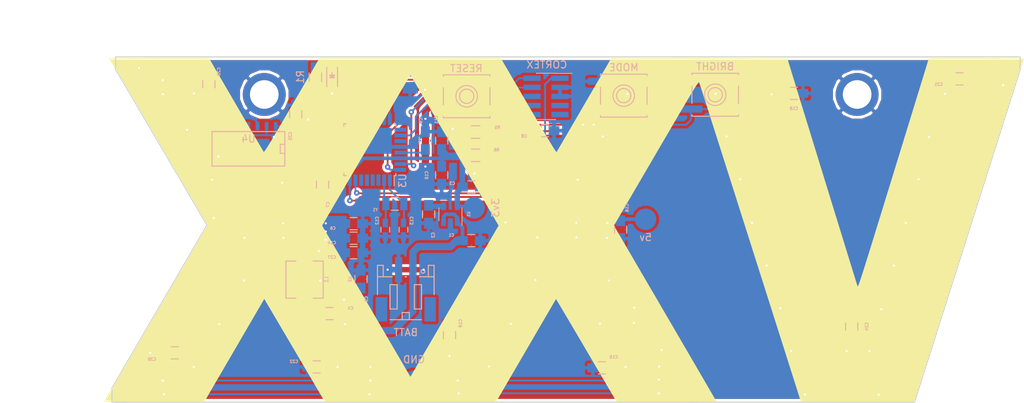
<source format=kicad_pcb>
(kicad_pcb (version 4) (host pcbnew 4.0.5+dfsg1-4)
  (layers (0 F.Cu signal) (31 B.Cu signal) (34 B.Paste user) (35 F.Paste user) (36 B.SilkS user) (37 F.SilkS user hide) (38 B.Mask user) (39 F.Mask user) (44 Edge.Cuts user))
  (net 0 "")
  (net 1 GND)
  (net 2 "Net-(C2-Pad1)")
  (net 3 +3V3)
  (net 4 +5V)
  (net 5 ~RESET)
  (net 6 "Net-(C9-Pad1)")
  (net 7 XOUT32)
  (net 8 XIN32)
  (net 9 "Net-(R5-Pad2)")
  (net 10 MODE)
  (net 11 BRIGHT)
  (net 12 "Net-(U3-Pad3)")
  (net 13 "Net-(U3-Pad4)")
  (net 14 TXD)
  (net 15 RXD)
  (net 16 "Net-(U3-Pad13)")
  (net 17 "Net-(U3-Pad14)")
  (net 18 "Net-(U3-Pad15)")
  (net 19 "Net-(U3-Pad16)")
  (net 20 MOSI3)
  (net 21 SCLK3)
  (net 22 "Net-(U3-Pad20)")
  (net 23 "Net-(U3-Pad22)")
  (net 24 SWCLK)
  (net 25 SWDIO)
  (net 26 SPI_CLK)
  (net 27 SPI_MOSI)
  (net 28 "Net-(U4-Pad8)")
  (net 29 "Net-(U4-Pad11)")
  (net 30 "Net-(U11-Pad6)")
  (net 31 "Net-(U11-Pad5)")
  (net 32 "Net-(U12-Pad6)")
  (net 33 "Net-(U12-Pad5)")
  (net 34 "Net-(U11-Pad1)")
  (net 35 "Net-(U11-Pad2)")
  (net 36 "Net-(U12-Pad1)")
  (net 37 "Net-(U12-Pad2)")
  (net 38 "Net-(U14-Pad6)")
  (net 39 "Net-(U14-Pad5)")
  (net 40 "Net-(U15-Pad6)")
  (net 41 "Net-(U15-Pad5)")
  (net 42 "Net-(U17-Pad1)")
  (net 43 "Net-(U17-Pad2)")
  (net 44 "Net-(U18-Pad1)")
  (net 45 "Net-(U18-Pad2)")
  (net 46 "Net-(U19-Pad1)")
  (net 47 "Net-(U19-Pad2)")
  (net 48 "Net-(U20-Pad6)")
  (net 49 "Net-(U20-Pad5)")
  (net 50 "Net-(U21-Pad6)")
  (net 51 "Net-(U21-Pad5)")
  (net 52 "Net-(U22-Pad6)")
  (net 53 "Net-(U22-Pad5)")
  (net 54 "Net-(U23-Pad1)")
  (net 55 "Net-(U23-Pad2)")
  (net 56 "Net-(U24-Pad1)")
  (net 57 "Net-(U24-Pad2)")
  (net 58 "Net-(U25-Pad1)")
  (net 59 "Net-(U25-Pad2)")
  (net 60 "Net-(U26-Pad6)")
  (net 61 "Net-(U26-Pad5)")
  (net 62 "Net-(U27-Pad6)")
  (net 63 "Net-(U27-Pad5)")
  (net 64 "Net-(U28-Pad6)")
  (net 65 "Net-(U28-Pad5)")
  (net 66 "Net-(U29-Pad1)")
  (net 67 "Net-(U29-Pad2)")
  (net 68 "Net-(U30-Pad1)")
  (net 69 "Net-(U30-Pad2)")
  (net 70 "Net-(U31-Pad1)")
  (net 71 "Net-(U31-Pad2)")
  (net 72 "Net-(U32-Pad6)")
  (net 73 "Net-(U32-Pad5)")
  (net 74 "Net-(U33-Pad6)")
  (net 75 "Net-(U33-Pad5)")
  (net 76 "Net-(U34-Pad6)")
  (net 77 "Net-(U34-Pad5)")
  (net 78 "Net-(U35-Pad1)")
  (net 79 "Net-(U35-Pad2)")
  (net 80 "Net-(U36-Pad1)")
  (net 81 "Net-(U36-Pad2)")
  (net 82 "Net-(U37-Pad1)")
  (net 83 "Net-(U37-Pad2)")
  (net 84 "Net-(U38-Pad6)")
  (net 85 "Net-(U38-Pad5)")
  (net 86 "Net-(U39-Pad6)")
  (net 87 "Net-(U39-Pad5)")
  (net 88 "Net-(U40-Pad6)")
  (net 89 "Net-(U40-Pad5)")
  (net 90 "Net-(U41-Pad1)")
  (net 91 "Net-(U41-Pad2)")
  (net 92 "Net-(U42-Pad1)")
  (net 93 "Net-(U42-Pad2)")
  (net 94 "Net-(U43-Pad1)")
  (net 95 "Net-(U43-Pad2)")
  (net 96 "Net-(U44-Pad6)")
  (net 97 "Net-(U44-Pad5)")
  (net 98 "Net-(U45-Pad6)")
  (net 99 "Net-(U45-Pad5)")
  (net 100 "Net-(U46-Pad6)")
  (net 101 "Net-(U46-Pad5)")
  (net 102 "Net-(U47-Pad1)")
  (net 103 "Net-(U47-Pad2)")
  (net 104 "Net-(U48-Pad1)")
  (net 105 "Net-(U48-Pad2)")
  (net 106 "Net-(U49-Pad1)")
  (net 107 "Net-(U49-Pad2)")
  (net 108 "Net-(U50-Pad6)")
  (net 109 "Net-(U50-Pad5)")
  (net 110 "Net-(U51-Pad6)")
  (net 111 "Net-(U51-Pad5)")
  (net 112 "Net-(U52-Pad6)")
  (net 113 "Net-(U52-Pad5)")
  (net 114 "Net-(U53-Pad1)")
  (net 115 "Net-(U53-Pad2)")
  (net 116 "Net-(U54-Pad1)")
  (net 117 "Net-(U54-Pad2)")
  (net 118 "Net-(U55-Pad1)")
  (net 119 "Net-(U55-Pad2)")
  (net 120 "Net-(U58-Pad6)")
  (net 121 "Net-(U58-Pad5)")
  (net 122 "Net-(U61-Pad1)")
  (net 123 "Net-(U61-Pad2)")
  (net 124 "Net-(P3-Pad6)")
  (net 125 "Net-(P3-Pad7)")
  (net 126 "Net-(P3-Pad8)")
  (net 127 "Net-(P3-Pad9)")
  (net 128 /VBAT)
  (net 129 "Net-(C5-Pad1)")
  (net 130 "Net-(L1-Pad2)")
  (net 131 "Net-(U2-Pad8)")
  (net 132 "Net-(U2-Pad5)")
  (net 133 "Net-(P2-Pad1)")
  (net 134 "Net-(P2-Pad4)")
  (net 135 "Net-(U3-Pad21)")
  (net 136 "Net-(U3-Pad27)")
  (net 137 USBD-)
  (net 138 USBD+)
  (net 139 "Net-(U3-Pad5)")
  (net 140 "Net-(U19-Pad6)")
  (net 141 "Net-(U19-Pad5)")
  (net 142 "Net-(U3-Pad25)")
  (net 143 "Net-(U3-Pad6)")
  (net 144 LED_GLOBAL)
  (net 145 "Net-(D1-Pad2)")
  (module Housings_QFP:TQFP-32_7x7mm_Pitch0.8mm (layer B.Cu) (at 66.981 45.72 90)
    (fp_text reference U3 (at -4.318 4.572 90) (layer B.SilkS) (effects (justify mirror)))
    (fp_text value ATSAMD21E18A-AU hide)
    (pad 1 smd rect (at -4.25 2.8 90) (size 1.6 0.55) (layers B.Cu B.Paste B.Mask) (net 8 XIN32))
    (pad 2 smd rect (at -4.25 2 90) (size 1.6 0.55) (layers B.Cu B.Paste B.Mask) (net 7 XOUT32))
    (pad 3 smd rect (at -4.25 1.2 90) (size 1.6 0.55) (layers B.Cu B.Paste B.Mask) (net 12 "Net-(U3-Pad3)"))
    (pad 4 smd rect (at -4.25 0.4 90) (size 1.6 0.55) (layers B.Cu B.Paste B.Mask) (net 13 "Net-(U3-Pad4)"))
    (pad 5 smd rect (at -4.25 -0.4 90) (size 1.6 0.55) (layers B.Cu B.Paste B.Mask) (net 139 "Net-(U3-Pad5)"))
    (pad 6 smd rect (at -4.25 -1.2 90) (size 1.6 0.55) (layers B.Cu B.Paste B.Mask) (net 143 "Net-(U3-Pad6)"))
    (pad 7 smd rect (at -4.25 -2 90) (size 1.6 0.55) (layers B.Cu B.Paste B.Mask) (net 10 MODE))
    (pad 8 smd rect (at -4.25 -2.8 90) (size 1.6 0.55) (layers B.Cu B.Paste B.Mask) (net 11 BRIGHT))
    (pad 9 smd rect (at -2.8 -4.25) (size 1.6 0.55) (layers B.Cu B.Paste B.Mask) (net 3 +3V3))
    (pad 10 smd rect (at -2 -4.25) (size 1.6 0.55) (layers B.Cu B.Paste B.Mask) (net 1 GND))
    (pad 11 smd rect (at -1.2 -4.25) (size 1.6 0.55) (layers B.Cu B.Paste B.Mask) (net 14 TXD))
    (pad 12 smd rect (at -0.4 -4.25) (size 1.6 0.55) (layers B.Cu B.Paste B.Mask) (net 15 RXD))
    (pad 13 smd rect (at 0.4 -4.25) (size 1.6 0.55) (layers B.Cu B.Paste B.Mask) (net 16 "Net-(U3-Pad13)"))
    (pad 14 smd rect (at 1.2 -4.25) (size 1.6 0.55) (layers B.Cu B.Paste B.Mask) (net 17 "Net-(U3-Pad14)"))
    (pad 15 smd rect (at 2 -4.25) (size 1.6 0.55) (layers B.Cu B.Paste B.Mask) (net 18 "Net-(U3-Pad15)"))
    (pad 16 smd rect (at 2.8 -4.25) (size 1.6 0.55) (layers B.Cu B.Paste B.Mask) (net 19 "Net-(U3-Pad16)"))
    (pad 17 smd rect (at 4.25 -2.8 90) (size 1.6 0.55) (layers B.Cu B.Paste B.Mask) (net 20 MOSI3))
    (pad 18 smd rect (at 4.25 -2 90) (size 1.6 0.55) (layers B.Cu B.Paste B.Mask) (net 21 SCLK3))
    (pad 19 smd rect (at 4.25 -1.2 90) (size 1.6 0.55) (layers B.Cu B.Paste B.Mask) (net 144 LED_GLOBAL))
    (pad 20 smd rect (at 4.25 -0.4 90) (size 1.6 0.55) (layers B.Cu B.Paste B.Mask) (net 22 "Net-(U3-Pad20)"))
    (pad 21 smd rect (at 4.25 0.4 90) (size 1.6 0.55) (layers B.Cu B.Paste B.Mask) (net 135 "Net-(U3-Pad21)"))
    (pad 22 smd rect (at 4.25 1.2 90) (size 1.6 0.55) (layers B.Cu B.Paste B.Mask) (net 23 "Net-(U3-Pad22)"))
    (pad 23 smd rect (at 4.25 2 90) (size 1.6 0.55) (layers B.Cu B.Paste B.Mask) (net 137 USBD-))
    (pad 24 smd rect (at 4.25 2.8 90) (size 1.6 0.55) (layers B.Cu B.Paste B.Mask) (net 138 USBD+))
    (pad 25 smd rect (at 2.8 4.25) (size 1.6 0.55) (layers B.Cu B.Paste B.Mask) (net 142 "Net-(U3-Pad25)"))
    (pad 26 smd rect (at 2 4.25) (size 1.6 0.55) (layers B.Cu B.Paste B.Mask) (net 5 ~RESET))
    (pad 27 smd rect (at 1.2 4.25) (size 1.6 0.55) (layers B.Cu B.Paste B.Mask) (net 136 "Net-(U3-Pad27)"))
    (pad 28 smd rect (at 0.4 4.25) (size 1.6 0.55) (layers B.Cu B.Paste B.Mask) (net 1 GND))
    (pad 29 smd rect (at -0.4 4.25) (size 1.6 0.55) (layers B.Cu B.Paste B.Mask) (net 6 "Net-(C9-Pad1)"))
    (pad 30 smd rect (at -1.2 4.25) (size 1.6 0.55) (layers B.Cu B.Paste B.Mask) (net 3 +3V3))
    (pad 31 smd rect (at -2 4.25) (size 1.6 0.55) (layers B.Cu B.Paste B.Mask) (net 24 SWCLK))
    (pad 32 smd rect (at -2.8 4.25) (size 1.6 0.55) (layers B.Cu B.Paste B.Mask) (net 25 SWDIO))
  )
  (module Capacitors_SMD:C_0805_HandSoldering (layer B.Cu) (at 81.155 58.42)
    (fp_text reference C1 (at -2.794 -0.762) (layer B.SilkS) (effects (font (size 0.4 0.4) (thickness 0.1)) (justify mirror)))
    (fp_text value 1u hide)
    (pad 1 smd rect (at -1.25 0) (size 1.5 1.25) (layers B.Cu B.Paste B.Mask) (net 128 /VBAT))
    (pad 2 smd rect (at 1.25 0) (size 1.5 1.25) (layers B.Cu B.Paste B.Mask) (net 1 GND))
  )
  (module Capacitors_SMD:C_0805_HandSoldering (layer B.Cu) (at 75.186 54.737 270)
    (fp_text reference C2 (at 2.921 -0.635 270) (layer B.SilkS) (effects (font (size 0.4 0.4) (thickness 0.1)) (justify mirror)))
    (fp_text value 0.1u hide)
    (pad 1 smd rect (at -1.25 0 270) (size 1.5 1.25) (layers B.Cu B.Paste B.Mask) (net 2 "Net-(C2-Pad1)"))
    (pad 2 smd rect (at 1.25 0 270) (size 1.5 1.25) (layers B.Cu B.Paste B.Mask) (net 1 GND))
  )
  (module Capacitors_SMD:C_0805_HandSoldering (layer B.Cu) (at 81.155 50.927)
    (fp_text reference C3 (at -2.667 -0.508) (layer B.SilkS) (effects (font (size 0.4 0.4) (thickness 0.1)) (justify mirror)))
    (fp_text value 1u hide)
    (pad 1 smd rect (at -1.25 0) (size 1.5 1.25) (layers B.Cu B.Paste B.Mask) (net 3 +3V3))
    (pad 2 smd rect (at 1.25 0) (size 1.5 1.25) (layers B.Cu B.Paste B.Mask) (net 1 GND))
  )
  (module Capacitors_SMD:C_0805_HandSoldering (layer B.Cu) (at 60.3758 50.5968 270)
    (fp_text reference C7 (at 2.794 -0.762 270) (layer B.SilkS) (effects (font (size 0.4 0.4) (thickness 0.1)) (justify mirror)))
    (fp_text value 0.1u hide)
    (pad 1 smd rect (at -1.25 0 270) (size 1.5 1.25) (layers B.Cu B.Paste B.Mask) (net 3 +3V3))
    (pad 2 smd rect (at 1.25 0 270) (size 1.5 1.25) (layers B.Cu B.Paste B.Mask) (net 1 GND) (thermal_gap 0.254))
  )
  (module Capacitors_SMD:C_0805_HandSoldering (layer B.Cu) (at 91.44 43.053)
    (fp_text reference C8 (at -2.921 0.762) (layer B.SilkS) (effects (font (size 0.4 0.4) (thickness 0.1)) (justify mirror)))
    (fp_text value 0.1u hide)
    (pad 1 smd rect (at -1.25 0) (size 1.5 1.25) (layers B.Cu B.Paste B.Mask) (net 5 ~RESET))
    (pad 2 smd rect (at 1.25 0) (size 1.5 1.25) (layers B.Cu B.Paste B.Mask) (net 1 GND))
  )
  (module Capacitors_SMD:C_0805_HandSoldering (layer B.Cu) (at 74.728 44.45 90)
    (fp_text reference C9 (at 2.794 -0.635 90) (layer B.SilkS) (effects (font (size 0.4 0.4) (thickness 0.1)) (justify mirror)))
    (fp_text value 0.1u hide)
    (pad 1 smd rect (at -1.25 0 90) (size 1.5 1.25) (layers B.Cu B.Paste B.Mask) (net 6 "Net-(C9-Pad1)"))
    (pad 2 smd rect (at 1.25 0 90) (size 1.5 1.25) (layers B.Cu B.Paste B.Mask) (net 1 GND))
  )
  (module Capacitors_SMD:C_0805_HandSoldering (layer B.Cu) (at 77.014 49.276 270)
    (fp_text reference C10 (at 0 2.1 270) (layer B.SilkS) (effects (font (size 0.4 0.4) (thickness 0.1)) (justify mirror)))
    (fp_text value 0.1u hide)
    (pad 1 smd rect (at -1.25 0 270) (size 1.5 1.25) (layers B.Cu B.Paste B.Mask) (net 3 +3V3))
    (pad 2 smd rect (at 1.25 0 270) (size 1.5 1.25) (layers B.Cu B.Paste B.Mask) (net 1 GND))
  )
  (module Capacitors_SMD:C_0805_HandSoldering (layer B.Cu) (at 77.014 44.45 90)
    (fp_text reference C11 (at 2.921 -0.762 90) (layer B.SilkS) (effects (font (size 0.4 0.4) (thickness 0.1)) (justify mirror)))
    (fp_text value 10u hide)
    (pad 1 smd rect (at -1.25 0 90) (size 1.5 1.25) (layers B.Cu B.Paste B.Mask) (net 3 +3V3))
    (pad 2 smd rect (at 1.25 0 90) (size 1.5 1.25) (layers B.Cu B.Paste B.Mask) (net 1 GND))
  )
  (module Capacitors_SMD:C_0805_HandSoldering (layer B.Cu) (at 99.3775 76.2 180)
    (fp_text reference C15 (at -1.651 1.524 180) (layer B.SilkS) (effects (font (size 0.4 0.4) (thickness 0.1)) (justify mirror)))
    (fp_text value 0.1u hide)
    (pad 1 smd rect (at -1.25 0 180) (size 1.5 1.25) (layers B.Cu B.Paste B.Mask) (net 4 +5V))
    (pad 2 smd rect (at 1.25 0 180) (size 1.5 1.25) (layers B.Cu B.Paste B.Mask) (net 1 GND))
  )
  (module Capacitors_SMD:C_0805_HandSoldering (layer B.Cu) (at 101.986 56.896 270)
    (fp_text reference C16 (at -3.048 -0.889 270) (layer B.SilkS) (effects (font (size 0.4 0.4) (thickness 0.1)) (justify mirror)))
    (fp_text value 0.1u hide)
    (pad 1 smd rect (at -1.25 0 270) (size 1.5 1.25) (layers B.Cu B.Paste B.Mask) (net 4 +5V))
    (pad 2 smd rect (at 1.25 0 270) (size 1.5 1.25) (layers B.Cu B.Paste B.Mask) (net 1 GND))
  )
  (module Capacitors_SMD:C_0805_HandSoldering (layer B.Cu) (at 126.1745 37.846)
    (fp_text reference C18 (at 0 2.1) (layer B.SilkS) (effects (font (size 0.4 0.4) (thickness 0.1)) (justify mirror)))
    (fp_text value 0.1u hide)
    (pad 1 smd rect (at -1.25 0) (size 1.5 1.25) (layers B.Cu B.Paste B.Mask) (net 4 +5V))
    (pad 2 smd rect (at 1.25 0) (size 1.5 1.25) (layers B.Cu B.Paste B.Mask) (net 1 GND))
  )
  (module Capacitors_SMD:C_0805_HandSoldering (layer B.Cu) (at 78.105 71.628 90)
    (fp_text reference C19 (at 1.651 1.524 90) (layer B.SilkS) (effects (font (size 0.4 0.4) (thickness 0.1)) (justify mirror)))
    (fp_text value 0.1u hide)
    (pad 1 smd rect (at -1.25 0 90) (size 1.5 1.25) (layers B.Cu B.Paste B.Mask) (net 4 +5V))
    (pad 2 smd rect (at 1.25 0 90) (size 1.5 1.25) (layers B.Cu B.Paste B.Mask) (net 1 GND))
  )
  (module Capacitors_SMD:C_0805_HandSoldering (layer B.Cu) (at 44.5135 36.576 90)
    (fp_text reference C20 (at 1.778 1.397 90) (layer B.SilkS) (effects (font (size 0.4 0.4) (thickness 0.1)) (justify mirror)))
    (fp_text value 0.1u hide)
    (pad 1 smd rect (at -1.25 0 90) (size 1.5 1.25) (layers B.Cu B.Paste B.Mask) (net 4 +5V))
    (pad 2 smd rect (at 1.25 0 90) (size 1.5 1.25) (layers B.Cu B.Paste B.Mask) (net 1 GND))
  )
  (module Capacitors_SMD:C_0805_HandSoldering (layer B.Cu) (at 149.2885 35.814 180)
    (fp_text reference C21 (at 2.921 -0.762 180) (layer B.SilkS) (effects (font (size 0.4 0.4) (thickness 0.1)) (justify mirror)))
    (fp_text value 0.1u hide)
    (pad 1 smd rect (at -1.25 0 180) (size 1.5 1.25) (layers B.Cu B.Paste B.Mask) (net 4 +5V))
    (pad 2 smd rect (at 1.25 0 180) (size 1.5 1.25) (layers B.Cu B.Paste B.Mask) (net 1 GND))
  )
  (module Capacitors_SMD:C_0805_HandSoldering (layer B.Cu) (at 59.563 76.073 180)
    (fp_text reference C22 (at 3.175 0.762 180) (layer B.SilkS) (effects (font (size 0.4 0.4) (thickness 0.1)) (justify mirror)))
    (fp_text value 0.1u hide)
    (pad 1 smd rect (at -1.25 0 180) (size 1.5 1.25) (layers B.Cu B.Paste B.Mask) (net 4 +5V))
    (pad 2 smd rect (at 1.25 0 180) (size 1.5 1.25) (layers B.Cu B.Paste B.Mask) (net 1 GND))
  )
  (module Capacitors_SMD:C_0805_HandSoldering (layer B.Cu) (at 134.239 70.4215 90)
    (fp_text reference C24 (at 0 2.1 90) (layer B.SilkS) (effects (font (size 0.4 0.4) (thickness 0.1)) (justify mirror)))
    (fp_text value 0.1u hide)
    (pad 1 smd rect (at -1.25 0 90) (size 1.5 1.25) (layers B.Cu B.Paste B.Mask) (net 4 +5V))
    (pad 2 smd rect (at 1.25 0 90) (size 1.5 1.25) (layers B.Cu B.Paste B.Mask) (net 1 GND))
  )
  (module Capacitors_SMD:C_0805_HandSoldering (layer B.Cu) (at 56.642 40.767 90)
    (fp_text reference C25 (at -3.048 -0.762 90) (layer B.SilkS) (effects (font (size 0.4 0.4) (thickness 0.1)) (justify mirror)))
    (fp_text value 0.1u hide)
    (pad 1 smd rect (at -1.25 0 90) (size 1.5 1.25) (layers B.Cu B.Paste B.Mask) (net 4 +5V))
    (pad 2 smd rect (at 1.25 0 90) (size 1.5 1.25) (layers B.Cu B.Paste B.Mask) (net 1 GND))
  )
  (module Capacitors_SMD:C_0805_HandSoldering (layer B.Cu) (at 39.751 74.1045)
    (fp_text reference C26 (at -3.175 0.889) (layer B.SilkS) (effects (font (size 0.4 0.4) (thickness 0.1)) (justify mirror)))
    (fp_text value 0.1u hide)
    (pad 1 smd rect (at -1.25 0) (size 1.5 1.25) (layers B.Cu B.Paste B.Mask) (net 4 +5V))
    (pad 2 smd rect (at 1.25 0) (size 1.5 1.25) (layers B.Cu B.Paste B.Mask) (net 1 GND))
  )
  (module Connectors_JST:JST_PH_S2B-PH-SM4-TB_02x2.00mm_Angled (layer B.Cu) (at 72 65.25 180)
    (fp_text reference P1 hide)
    (fp_text value BATT (at 0 -6 180) (layer B.SilkS) (effects (justify mirror)))
    (pad 1 smd rect (at -1 2.775 180) (size 1 3.5) (layers B.Cu B.Paste B.Mask) (net 128 /VBAT))
    (pad 2 smd rect (at 1 2.775 180) (size 1 3.5) (layers B.Cu B.Paste B.Mask) (net 1 GND))
    (pad "" smd rect (at -3.4 -2.775 180) (size 1.6 3.4) (layers B.Cu B.Paste B.Mask))
    (pad "" smd rect (at 3.4 -2.775 180) (size 1.6 3.4) (layers B.Cu B.Paste B.Mask))
  )
  (module Resistors_SMD:R_0805_HandSoldering (layer B.Cu) (at 81.75 43.25 180)
    (fp_text reference R5 (at -3.048 0.635 180) (layer B.SilkS) (effects (font (size 0.4 0.4) (thickness 0.1)) (justify mirror)))
    (fp_text value 330 hide)
    (pad 1 smd rect (at -1.35 0 180) (size 1.5 1.3) (layers B.Cu B.Paste B.Mask) (net 5 ~RESET))
    (pad 2 smd rect (at 1.35 0 180) (size 1.5 1.3) (layers B.Cu B.Paste B.Mask) (net 9 "Net-(R5-Pad2)"))
  )
  (module Resistors_SMD:R_0805_HandSoldering (layer B.Cu) (at 81.75 46.5)
    (fp_text reference R6 (at 2.921 -0.762) (layer B.SilkS) (effects (font (size 0.4 0.4) (thickness 0.1)) (justify mirror)))
    (fp_text value 10k hide)
    (pad 1 smd rect (at -1.35 0) (size 1.5 1.3) (layers B.Cu B.Paste B.Mask) (net 3 +3V3))
    (pad 2 smd rect (at 1.35 0) (size 1.5 1.3) (layers B.Cu B.Paste B.Mask) (net 5 ~RESET))
  )
  (module TO_SOT_Packages_SMD:SOT-23-5 (layer B.Cu) (at 78.234 54.737 90)
    (fp_text reference U1 (at 0 2.54 90) (layer B.SilkS) (effects (font (size 0.4 0.4) (thickness 0.1)) (justify mirror)))
    (fp_text value MIC5305 hide)
    (pad 1 smd rect (at -1.1 0.95 90) (size 1.06 0.65) (layers B.Cu B.Paste B.Mask) (net 128 /VBAT))
    (pad 2 smd rect (at -1.1 0 90) (size 1.06 0.65) (layers B.Cu B.Paste B.Mask) (net 1 GND))
    (pad 3 smd rect (at -1.1 -0.95 90) (size 1.06 0.65) (layers B.Cu B.Paste B.Mask) (net 128 /VBAT))
    (pad 4 smd rect (at 1.1 -0.95 90) (size 1.06 0.65) (layers B.Cu B.Paste B.Mask) (net 2 "Net-(C2-Pad1)"))
    (pad 5 smd rect (at 1.1 0.95 90) (size 1.06 0.65) (layers B.Cu B.Paste B.Mask) (net 3 +3V3))
  )
  (module SMD_Packages:SOIC-14_N (layer B.Cu) (at 50.038 45.466 180)
    (fp_text reference U4 (at 0 1.27 180) (layer B.SilkS) (effects (justify mirror)))
    (fp_text value 74AHCT125 hide)
    (pad 1 smd rect (at -3.81 -3.302 180) (size 0.508 1.143) (layers B.Cu B.Paste B.Mask) (net 1 GND))
    (pad 2 smd rect (at -2.54 -3.302 180) (size 0.508 1.143) (layers B.Cu B.Paste B.Mask) (net 20 MOSI3))
    (pad 3 smd rect (at -1.27 -3.302 180) (size 0.508 1.143) (layers B.Cu B.Paste B.Mask) (net 27 SPI_MOSI))
    (pad 4 smd rect (at 0 -3.302 180) (size 0.508 1.143) (layers B.Cu B.Paste B.Mask) (net 1 GND))
    (pad 5 smd rect (at 1.27 -3.302 180) (size 0.508 1.143) (layers B.Cu B.Paste B.Mask) (net 21 SCLK3))
    (pad 6 smd rect (at 2.54 -3.302 180) (size 0.508 1.143) (layers B.Cu B.Paste B.Mask) (net 26 SPI_CLK))
    (pad 7 smd rect (at 3.81 -3.302 180) (size 0.508 1.143) (layers B.Cu B.Paste B.Mask) (net 1 GND))
    (pad 8 smd rect (at 3.81 3.048 180) (size 0.508 1.143) (layers B.Cu B.Paste B.Mask) (net 28 "Net-(U4-Pad8)"))
    (pad 9 smd rect (at 2.54 3.048 180) (size 0.508 1.143) (layers B.Cu B.Paste B.Mask) (net 1 GND))
    (pad 11 smd rect (at 0 3.048 180) (size 0.508 1.143) (layers B.Cu B.Paste B.Mask) (net 29 "Net-(U4-Pad11)"))
    (pad 12 smd rect (at -1.27 3.048 180) (size 0.508 1.143) (layers B.Cu B.Paste B.Mask) (net 1 GND))
    (pad 13 smd rect (at -2.54 3.048 180) (size 0.508 1.143) (layers B.Cu B.Paste B.Mask) (net 4 +5V))
    (pad 14 smd rect (at -3.81 3.048 180) (size 0.508 1.143) (layers B.Cu B.Paste B.Mask) (net 4 +5V))
    (pad 10 smd rect (at 1.27 3.048 180) (size 0.508 1.143) (layers B.Cu B.Paste B.Mask) (net 4 +5V))
  )
  (module Measurement_Points:Measurement_Point_Round-SMD-Pad_Big (layer B.Cu) (at 73.152 78.0415)
    (fp_text reference W1 hide)
    (fp_text value GND (at 0 -3) (layer B.SilkS) (effects (justify mirror)))
    (pad 1 smd circle (at 0 0) (size 3 3) (layers B.Cu B.Mask) (net 1 GND))
  )
  (module Measurement_Points:Measurement_Point_Round-SMD-Pad_Big (layer B.Cu) (at 81.534 53.848 270)
    (fp_text reference W2 hide)
    (fp_text value 3v3 (at 0 -3 270) (layer B.SilkS) (effects (justify mirror)))
    (pad 1 smd circle (at 0 0 270) (size 3 3) (layers B.Cu B.Mask) (net 3 +3V3))
  )
  (module Measurement_Points:Measurement_Point_Round-SMD-Pad_Big (layer B.Cu) (at 105.4735 55.4355)
    (fp_text reference W3 hide)
    (fp_text value 5v (at 0 2.54) (layer B.SilkS) (effects (justify mirror)))
    (pad 1 smd circle (at 0 0) (size 3 3) (layers B.Cu B.Mask) (net 4 +5V))
  )
  (module Crystals:Crystal_SMD_G8 (layer B.Cu) (at 70.4735 53.2765 180)
    (fp_text reference Y1 (at 2.7305 -0.8255 180) (layer B.SilkS) (effects (font (size 0.4 0.4) (thickness 0.1)) (justify mirror)))
    (fp_text value 32.768k hide)
    (pad 2 smd rect (at 1.25 0 180) (size 1 1.8) (layers B.Cu B.Paste B.Mask) (net 7 XOUT32))
    (pad 1 smd rect (at -1.25 0 180) (size 1 1.8) (layers B.Cu B.Paste B.Mask) (net 8 XIN32))
  )
  (module Capacitors_SMD:C_0805_HandSoldering (layer B.Cu) (at 61.375 68.625 180)
    (fp_text reference C4 (at -2.921 0.762 180) (layer B.SilkS) (effects (font (size 0.4 0.4) (thickness 0.1)) (justify mirror)))
    (fp_text value 22u hide)
    (pad 1 smd rect (at -1.25 0 180) (size 1.5 1.25) (layers B.Cu B.Paste B.Mask) (net 128 /VBAT))
    (pad 2 smd rect (at 1.25 0 180) (size 1.5 1.25) (layers B.Cu B.Paste B.Mask) (net 1 GND))
  )
  (module Capacitors_SMD:C_0805_HandSoldering (layer B.Cu) (at 65.747 63.8 90)
    (fp_text reference C5 (at -2.794 0.762 90) (layer B.SilkS) (effects (font (size 0.4 0.4) (thickness 0.1)) (justify mirror)))
    (fp_text value 0.1u hide)
    (pad 1 smd rect (at -1.25 0 90) (size 1.5 1.25) (layers B.Cu B.Paste B.Mask) (net 129 "Net-(C5-Pad1)"))
    (pad 2 smd rect (at 1.25 0 90) (size 1.5 1.25) (layers B.Cu B.Paste B.Mask) (net 1 GND))
  )
  (module Capacitors_SMD:C_0805_HandSoldering (layer B.Cu) (at 64.731 56.053)
    (fp_text reference C6 (at -2.921 0.635) (layer B.SilkS) (effects (font (size 0.4 0.4) (thickness 0.1)) (justify mirror)))
    (fp_text value 22u hide)
    (pad 1 smd rect (at -1.25 0) (size 1.5 1.25) (layers B.Cu B.Paste B.Mask) (net 4 +5V))
    (pad 2 smd rect (at 1.25 0) (size 1.5 1.25) (layers B.Cu B.Paste B.Mask) (net 1 GND))
  )
  (module Capacitors_SMD:C_0805_HandSoldering (layer B.Cu) (at 64.731 58.085)
    (fp_text reference C14 (at -3.048 0.635) (layer B.SilkS) (effects (font (size 0.4 0.4) (thickness 0.1)) (justify mirror)))
    (fp_text value 22u hide)
    (pad 1 smd rect (at -1.25 0) (size 1.5 1.25) (layers B.Cu B.Paste B.Mask) (net 4 +5V))
    (pad 2 smd rect (at 1.25 0) (size 1.5 1.25) (layers B.Cu B.Paste B.Mask) (net 1 GND))
  )
  (module Capacitors_SMD:C_0805_HandSoldering (layer B.Cu) (at 64.731 60.117)
    (fp_text reference C27 (at -3.048 0.635) (layer B.SilkS) (effects (font (size 0.4 0.4) (thickness 0.1)) (justify mirror)))
    (fp_text value 22u hide)
    (pad 1 smd rect (at -1.25 0) (size 1.5 1.25) (layers B.Cu B.Paste B.Mask) (net 4 +5V))
    (pad 2 smd rect (at 1.25 0) (size 1.5 1.25) (layers B.Cu B.Paste B.Mask) (net 1 GND))
  )
  (module Badge_Parts:Inductor_6.5x6 (layer B.Cu) (at 57.875 63.875 90)
    (fp_text reference L1 (at 0 3.048 90) (layer B.SilkS) (effects (font (size 0.5 0.5) (thickness 0.1)) (justify mirror)))
    (fp_text value 1uH hide)
    (pad 1 smd rect (at -2.25 0 90) (size 2 2) (layers B.Cu B.Paste B.Mask) (net 128 /VBAT))
    (pad 2 smd rect (at 2.25 0 90) (size 2 2) (layers B.Cu B.Paste B.Mask) (net 130 "Net-(L1-Pad2)"))
  )
  (module Badge_Parts:PSON-10P (layer B.Cu) (at 62.445 63.8)
    (fp_text reference U2 (at 1.778 0 90) (layer B.SilkS) (effects (font (size 0.4 0.4) (thickness 0.1)) (justify mirror)))
    (fp_text value TPS61232 hide)
    (pad 10 smd rect (at -1 1.4625) (size 0.28 0.8) (layers B.Cu B.Paste B.Mask) (net 128 /VBAT))
    (pad 1 smd rect (at -1 -1.4625) (size 0.28 0.8) (layers B.Cu B.Paste B.Mask) (net 130 "Net-(L1-Pad2)"))
    (pad 9 smd rect (at -0.5 1.4625) (size 0.28 0.8) (layers B.Cu B.Paste B.Mask) (net 128 /VBAT))
    (pad 2 smd rect (at -0.5 -1.4625) (size 0.28 0.8) (layers B.Cu B.Paste B.Mask) (net 130 "Net-(L1-Pad2)"))
    (pad 8 smd rect (at 0 1.4625) (size 0.28 0.8) (layers B.Cu B.Paste B.Mask) (net 131 "Net-(U2-Pad8)"))
    (pad 3 smd rect (at 0 -1.4625) (size 0.28 0.8) (layers B.Cu B.Paste B.Mask) (net 4 +5V))
    (pad 7 smd rect (at 0.5 1.4625) (size 0.28 0.8) (layers B.Cu B.Paste B.Mask) (net 4 +5V))
    (pad 4 smd rect (at 0.5 -1.4625) (size 0.28 0.8) (layers B.Cu B.Paste B.Mask) (net 4 +5V))
    (pad 6 smd rect (at 1 1.4625) (size 0.28 0.8) (layers B.Cu B.Paste B.Mask) (net 129 "Net-(C5-Pad1)"))
    (pad 5 smd rect (at 1 -1.4625) (size 0.28 0.8) (layers B.Cu B.Paste B.Mask) (net 132 "Net-(U2-Pad5)"))
    (pad 11 smd rect (at 0 0) (size 2.15 1.6) (layers B.Cu B.Paste B.Mask) (net 1 GND))
  )
  (module Pin_Headers2:Pin_Header_Straight_2x05_Pitch1.27mm_SMD (layer B.Cu) (at 91.576 38.268 180)
    (fp_text reference P3 hide)
    (fp_text value CORTEX (at -0.118 4.4225 180) (layer B.SilkS) (effects (justify mirror)))
    (pad 1 smd rect (at -1.95 2.54 180) (size 2.4 0.75) (layers B.Cu B.Paste B.Mask) (net 3 +3V3))
    (pad 2 smd rect (at 1.95 2.54 180) (size 2.4 0.75) (layers B.Cu B.Paste B.Mask) (net 25 SWDIO))
    (pad 3 smd rect (at -1.95 1.27 180) (size 2.4 0.75) (layers B.Cu B.Paste B.Mask) (net 1 GND))
    (pad 4 smd rect (at 1.95 1.27 180) (size 2.4 0.75) (layers B.Cu B.Paste B.Mask) (net 24 SWCLK))
    (pad 5 smd rect (at -1.95 0 180) (size 2.4 0.75) (layers B.Cu B.Paste B.Mask) (net 1 GND))
    (pad 6 smd rect (at 1.95 0 180) (size 2.4 0.75) (layers B.Cu B.Paste B.Mask) (net 124 "Net-(P3-Pad6)"))
    (pad 7 smd rect (at -1.95 -1.27 180) (size 2.4 0.75) (layers B.Cu B.Paste B.Mask) (net 125 "Net-(P3-Pad7)"))
    (pad 8 smd rect (at 1.95 -1.27 180) (size 2.4 0.75) (layers B.Cu B.Paste B.Mask) (net 126 "Net-(P3-Pad8)"))
    (pad 9 smd rect (at -1.95 -2.54 180) (size 2.4 0.75) (layers B.Cu B.Paste B.Mask) (net 127 "Net-(P3-Pad9)"))
    (pad 10 smd rect (at 1.95 -2.54 180) (size 2.4 0.75) (layers B.Cu B.Paste B.Mask) (net 5 ~RESET))
  )
  (module Buttons_Switches_SMD:SW_SPST_EVQP0 (layer B.Cu) (at 80.5 38.25 180)
    (fp_text reference SW1 hide)
    (fp_text value RESET (at 0.0455 3.8965 180) (layer B.SilkS) (effects (justify mirror)))
    (pad 1 smd rect (at 3.4 2 180) (size 3.2 1) (layers B.Cu B.Paste B.Mask) (net 1 GND))
    (pad 1 smd rect (at -3.4 2 180) (size 3.2 1) (layers B.Cu B.Paste B.Mask) (net 1 GND))
    (pad 2 smd rect (at -3.4 -2 180) (size 3.2 1) (layers B.Cu B.Paste B.Mask) (net 9 "Net-(R5-Pad2)"))
    (pad 2 smd rect (at 3.4 -2 180) (size 3.2 1) (layers B.Cu B.Paste B.Mask) (net 9 "Net-(R5-Pad2)"))
  )
  (module Buttons_Switches_SMD:SW_SPST_EVQP0 (layer B.Cu) (at 102.4255 38.1635)
    (fp_text reference SW3 hide)
    (fp_text value MODE (at 0 -3.937) (layer B.SilkS) (effects (justify mirror)))
    (pad 1 smd rect (at 3.4 2) (size 3.2 1) (layers B.Cu B.Paste B.Mask) (net 10 MODE))
    (pad 1 smd rect (at -3.4 2) (size 3.2 1) (layers B.Cu B.Paste B.Mask) (net 10 MODE))
    (pad 2 smd rect (at -3.4 -2) (size 3.2 1) (layers B.Cu B.Paste B.Mask) (net 1 GND))
    (pad 2 smd rect (at 3.4 -2) (size 3.2 1) (layers B.Cu B.Paste B.Mask) (net 1 GND))
  )
  (module Buttons_Switches_SMD:SW_SPST_EVQP0 (layer B.Cu) (at 115.189 38.0365)
    (fp_text reference SW4 hide)
    (fp_text value BRIGHT (at 0 -3.937) (layer B.SilkS) (effects (justify mirror)))
    (pad 1 smd rect (at 3.4 2) (size 3.2 1) (layers B.Cu B.Paste B.Mask) (net 11 BRIGHT))
    (pad 1 smd rect (at -3.4 2) (size 3.2 1) (layers B.Cu B.Paste B.Mask) (net 11 BRIGHT))
    (pad 2 smd rect (at -3.4 -2) (size 3.2 1) (layers B.Cu B.Paste B.Mask) (net 1 GND))
    (pad 2 smd rect (at 3.4 -2) (size 3.2 1) (layers B.Cu B.Paste B.Mask) (net 1 GND))
  )
  (module Badge_Parts:Amphenol_10118192 (layer B.Cu) (at 69.521 37.211)
    (fp_text reference P2 hide)
    (fp_text value USB_OTG hide)
    (pad 1 smd rect (at -1.3 0) (size 0.4 1.35) (layers B.Cu B.Paste B.Mask) (net 133 "Net-(P2-Pad1)"))
    (pad 2 smd rect (at -0.65 0) (size 0.4 1.35) (layers B.Cu B.Paste B.Mask) (net 137 USBD-))
    (pad 3 smd rect (at 0 0) (size 0.4 1.35) (layers B.Cu B.Paste B.Mask) (net 138 USBD+))
    (pad 4 smd rect (at 0.65 0) (size 0.4 1.35) (layers B.Cu B.Paste B.Mask) (net 134 "Net-(P2-Pad4)"))
    (pad 5 smd rect (at 1.3 0) (size 0.4 1.35) (layers B.Cu B.Paste B.Mask) (net 1 GND))
    (pad 6 smd rect (at -3.1 -0.15) (size 2.1 1.6) (layers B.Cu B.Paste B.Mask) (net 1 GND))
    (pad 6 smd rect (at 3.1 -0.15) (size 2.1 1.6) (layers B.Cu B.Paste B.Mask) (net 1 GND))
    (pad "" smd rect (at -1.15 -2.675) (size 1.8 1.9) (layers B.Cu B.Paste B.Mask))
    (pad "" smd rect (at 1.15 -2.675) (size 1.8 1.9) (layers B.Cu B.Paste B.Mask))
    (pad "" smd rect (at 3.8 -2.675) (size 1.8 1.9) (layers B.Cu B.Paste B.Mask))
    (pad "" smd rect (at -3.8 -2.675) (size 1.8 1.9) (layers B.Cu B.Paste B.Mask))
  )
  (module Capacitors_SMD:C_0603_HandSoldering (layer B.Cu) (at 69.14 56.896 270)
    (fp_text reference C12 (at -1.27 1.143 270) (layer B.SilkS) (effects (font (size 0.4 0.4) (thickness 0.1)) (justify mirror)))
    (fp_text value 22pF hide)
    (pad 1 smd rect (at -0.95 0 270) (size 1.2 0.75) (layers B.Cu B.Paste B.Mask) (net 7 XOUT32))
    (pad 2 smd rect (at 0.95 0 270) (size 1.2 0.75) (layers B.Cu B.Paste B.Mask) (net 1 GND))
  )
  (module Capacitors_SMD:C_0603_HandSoldering (layer B.Cu) (at 71.68 56.896 270)
    (fp_text reference C13 (at -1.27 -1.143 270) (layer B.SilkS) (effects (font (size 0.4 0.4) (thickness 0.1)) (justify mirror)))
    (fp_text value 22pF hide)
    (pad 1 smd rect (at -0.95 0 270) (size 1.2 0.75) (layers B.Cu B.Paste B.Mask) (net 8 XIN32))
    (pad 2 smd rect (at 0.95 0 270) (size 1.2 0.75) (layers B.Cu B.Paste B.Mask) (net 1 GND))
  )
  (module Badge_Parts:XXV_logo (layer F.Cu) (at 94.11 56.91)
    (fp_text reference G*** hide)
    (fp_text value LOGO hide)
  )
  (module Badge_Parts:APA102 (layer F.Cu) (at 131.5695 77.9675 270)
    (fp_text reference U64)
    (fp_text value APA102 hide)
    (pad 6 smd rect (at -1.85 -2.175 270) (size 0.8 1.55) (layers F.Cu F.Paste F.Mask) (net 122 "Net-(U61-Pad1)"))
    (pad 1 smd rect (at -1.85 2.175 270) (size 0.8 1.55) (layers F.Cu F.Paste F.Mask) (net 120 "Net-(U58-Pad6)"))
    (pad 5 smd rect (at 0 -2.175 270) (size 0.8 1.55) (layers F.Cu F.Paste F.Mask) (net 123 "Net-(U61-Pad2)"))
    (pad 2 smd rect (at 0 2.175 270) (size 0.8 1.55) (layers F.Cu F.Paste F.Mask) (net 121 "Net-(U58-Pad5)"))
    (pad 4 smd rect (at 1.95 -2.175 270) (size 1 1.55) (layers F.Cu F.Paste F.Mask) (net 4 +5V))
    (pad 3 smd rect (at 1.95 2.175 270) (size 1 1.55) (layers F.Cu F.Paste F.Mask) (net 1 GND))
  )
  (module Badge_Parts:APA102 (layer F.Cu) (at 129.5695 71.9675 270)
    (fp_text reference U58)
    (fp_text value APA102 hide)
    (pad 6 smd rect (at -1.85 -2.175 270) (size 0.8 1.55) (layers F.Cu F.Paste F.Mask) (net 120 "Net-(U58-Pad6)"))
    (pad 1 smd rect (at -1.85 2.175 270) (size 0.8 1.55) (layers F.Cu F.Paste F.Mask) (net 112 "Net-(U52-Pad6)"))
    (pad 5 smd rect (at 0 -2.175 270) (size 0.8 1.55) (layers F.Cu F.Paste F.Mask) (net 121 "Net-(U58-Pad5)"))
    (pad 2 smd rect (at 0 2.175 270) (size 0.8 1.55) (layers F.Cu F.Paste F.Mask) (net 113 "Net-(U52-Pad5)"))
    (pad 4 smd rect (at 1.95 -2.175 270) (size 1 1.55) (layers F.Cu F.Paste F.Mask) (net 4 +5V))
    (pad 3 smd rect (at 1.95 2.175 270) (size 1 1.55) (layers F.Cu F.Paste F.Mask) (net 1 GND))
  )
  (module Badge_Parts:APA102 (layer F.Cu) (at 79.8085 77.9365 90)
    (fp_text reference U57)
    (fp_text value APA102 hide)
    (pad 6 smd rect (at -1.85 -2.175 90) (size 0.8 1.55) (layers F.Cu F.Paste F.Mask) (net 116 "Net-(U54-Pad1)"))
    (pad 1 smd rect (at -1.85 2.175 90) (size 0.8 1.55) (layers F.Cu F.Paste F.Mask) (net 110 "Net-(U51-Pad6)"))
    (pad 5 smd rect (at 0 -2.175 90) (size 0.8 1.55) (layers F.Cu F.Paste F.Mask) (net 117 "Net-(U54-Pad2)"))
    (pad 2 smd rect (at 0 2.175 90) (size 0.8 1.55) (layers F.Cu F.Paste F.Mask) (net 111 "Net-(U51-Pad5)"))
    (pad 4 smd rect (at 1.95 -2.175 90) (size 1 1.55) (layers F.Cu F.Paste F.Mask) (net 4 +5V))
    (pad 3 smd rect (at 1.95 2.175 90) (size 1 1.55) (layers F.Cu F.Paste F.Mask) (net 1 GND))
  )
  (module Badge_Parts:APA102 (layer F.Cu) (at 38.5 77.992 90)
    (fp_text reference U56)
    (fp_text value APA102 hide)
    (pad 6 smd rect (at -1.85 -2.175 90) (size 0.8 1.55) (layers F.Cu F.Paste F.Mask) (net 114 "Net-(U53-Pad1)"))
    (pad 1 smd rect (at -1.85 2.175 90) (size 0.8 1.55) (layers F.Cu F.Paste F.Mask) (net 108 "Net-(U50-Pad6)"))
    (pad 5 smd rect (at 0 -2.175 90) (size 0.8 1.55) (layers F.Cu F.Paste F.Mask) (net 115 "Net-(U53-Pad2)"))
    (pad 2 smd rect (at 0 2.175 90) (size 0.8 1.55) (layers F.Cu F.Paste F.Mask) (net 109 "Net-(U50-Pad5)"))
    (pad 4 smd rect (at 1.95 -2.175 90) (size 1 1.55) (layers F.Cu F.Paste F.Mask) (net 4 +5V))
    (pad 3 smd rect (at 1.95 2.175 90) (size 1 1.55) (layers F.Cu F.Paste F.Mask) (net 1 GND))
  )
  (module Badge_Parts:APA102 (layer F.Cu) (at 140.5695 71.9675 270)
    (fp_text reference U55)
    (fp_text value APA102 hide)
    (pad 6 smd rect (at -1.85 -2.175 270) (size 0.8 1.55) (layers F.Cu F.Paste F.Mask) (net 106 "Net-(U49-Pad1)"))
    (pad 1 smd rect (at -1.85 2.175 270) (size 0.8 1.55) (layers F.Cu F.Paste F.Mask) (net 118 "Net-(U55-Pad1)"))
    (pad 5 smd rect (at 0 -2.175 270) (size 0.8 1.55) (layers F.Cu F.Paste F.Mask) (net 107 "Net-(U49-Pad2)"))
    (pad 2 smd rect (at 0 2.175 270) (size 0.8 1.55) (layers F.Cu F.Paste F.Mask) (net 119 "Net-(U55-Pad2)"))
    (pad 4 smd rect (at 1.95 -2.175 270) (size 1 1.55) (layers F.Cu F.Paste F.Mask) (net 4 +5V))
    (pad 3 smd rect (at 1.95 2.175 270) (size 1 1.55) (layers F.Cu F.Paste F.Mask) (net 1 GND))
  )
  (module Badge_Parts:APA102 (layer F.Cu) (at 106.8085 77.9365 90)
    (fp_text reference U54)
    (fp_text value APA102 hide)
    (pad 6 smd rect (at -1.85 -2.175 90) (size 0.8 1.55) (layers F.Cu F.Paste F.Mask) (net 104 "Net-(U48-Pad1)"))
    (pad 1 smd rect (at -1.85 2.175 90) (size 0.8 1.55) (layers F.Cu F.Paste F.Mask) (net 116 "Net-(U54-Pad1)"))
    (pad 5 smd rect (at 0 -2.175 90) (size 0.8 1.55) (layers F.Cu F.Paste F.Mask) (net 105 "Net-(U48-Pad2)"))
    (pad 2 smd rect (at 0 2.175 90) (size 0.8 1.55) (layers F.Cu F.Paste F.Mask) (net 117 "Net-(U54-Pad2)"))
    (pad 4 smd rect (at 1.95 -2.175 90) (size 1 1.55) (layers F.Cu F.Paste F.Mask) (net 4 +5V))
    (pad 3 smd rect (at 1.95 2.175 90) (size 1 1.55) (layers F.Cu F.Paste F.Mask) (net 1 GND))
  )
  (module Badge_Parts:APA102 (layer F.Cu) (at 66.5 78 90)
    (fp_text reference U53)
    (fp_text value APA102 hide)
    (pad 6 smd rect (at -1.85 -2.175 90) (size 0.8 1.55) (layers F.Cu F.Paste F.Mask) (net 102 "Net-(U47-Pad1)"))
    (pad 1 smd rect (at -1.85 2.175 90) (size 0.8 1.55) (layers F.Cu F.Paste F.Mask) (net 114 "Net-(U53-Pad1)"))
    (pad 5 smd rect (at 0 -2.175 90) (size 0.8 1.55) (layers F.Cu F.Paste F.Mask) (net 103 "Net-(U47-Pad2)"))
    (pad 2 smd rect (at 0 2.175 90) (size 0.8 1.55) (layers F.Cu F.Paste F.Mask) (net 115 "Net-(U53-Pad2)"))
    (pad 4 smd rect (at 1.95 -2.175 90) (size 1 1.55) (layers F.Cu F.Paste F.Mask) (net 4 +5V))
    (pad 3 smd rect (at 1.95 2.175 90) (size 1 1.55) (layers F.Cu F.Paste F.Mask) (net 1 GND))
  )
  (module Badge_Parts:APA102 (layer F.Cu) (at 128.0695 65.9675 270)
    (fp_text reference U52)
    (fp_text value APA102 hide)
    (pad 6 smd rect (at -1.85 -2.175 270) (size 0.8 1.55) (layers F.Cu F.Paste F.Mask) (net 112 "Net-(U52-Pad6)"))
    (pad 1 smd rect (at -1.85 2.175 270) (size 0.8 1.55) (layers F.Cu F.Paste F.Mask) (net 100 "Net-(U46-Pad6)"))
    (pad 5 smd rect (at 0 -2.175 270) (size 0.8 1.55) (layers F.Cu F.Paste F.Mask) (net 113 "Net-(U52-Pad5)"))
    (pad 2 smd rect (at 0 2.175 270) (size 0.8 1.55) (layers F.Cu F.Paste F.Mask) (net 101 "Net-(U46-Pad5)"))
    (pad 4 smd rect (at 1.95 -2.175 270) (size 1 1.55) (layers F.Cu F.Paste F.Mask) (net 4 +5V))
    (pad 3 smd rect (at 1.95 2.175 270) (size 1 1.55) (layers F.Cu F.Paste F.Mask) (net 1 GND))
  )
  (module Badge_Parts:APA102 (layer F.Cu) (at 82.8085 71.9365 90)
    (fp_text reference U51)
    (fp_text value APA102 hide)
    (pad 6 smd rect (at -1.85 -2.175 90) (size 0.8 1.55) (layers F.Cu F.Paste F.Mask) (net 110 "Net-(U51-Pad6)"))
    (pad 1 smd rect (at -1.85 2.175 90) (size 0.8 1.55) (layers F.Cu F.Paste F.Mask) (net 98 "Net-(U45-Pad6)"))
    (pad 5 smd rect (at 0 -2.175 90) (size 0.8 1.55) (layers F.Cu F.Paste F.Mask) (net 111 "Net-(U51-Pad5)"))
    (pad 2 smd rect (at 0 2.175 90) (size 0.8 1.55) (layers F.Cu F.Paste F.Mask) (net 99 "Net-(U45-Pad5)"))
    (pad 4 smd rect (at 1.95 -2.175 90) (size 1 1.55) (layers F.Cu F.Paste F.Mask) (net 4 +5V))
    (pad 3 smd rect (at 1.95 2.175 90) (size 1 1.55) (layers F.Cu F.Paste F.Mask) (net 1 GND))
  )
  (module Badge_Parts:APA102 (layer F.Cu) (at 42 72 90)
    (fp_text reference U50)
    (fp_text value APA102 hide)
    (pad 6 smd rect (at -1.85 -2.175 90) (size 0.8 1.55) (layers F.Cu F.Paste F.Mask) (net 108 "Net-(U50-Pad6)"))
    (pad 1 smd rect (at -1.85 2.175 90) (size 0.8 1.55) (layers F.Cu F.Paste F.Mask) (net 96 "Net-(U44-Pad6)"))
    (pad 5 smd rect (at 0 -2.175 90) (size 0.8 1.55) (layers F.Cu F.Paste F.Mask) (net 109 "Net-(U50-Pad5)"))
    (pad 2 smd rect (at 0 2.175 90) (size 0.8 1.55) (layers F.Cu F.Paste F.Mask) (net 97 "Net-(U44-Pad5)"))
    (pad 4 smd rect (at 1.95 -2.175 90) (size 1 1.55) (layers F.Cu F.Paste F.Mask) (net 4 +5V))
    (pad 3 smd rect (at 1.95 2.175 90) (size 1 1.55) (layers F.Cu F.Paste F.Mask) (net 1 GND))
  )
  (module Badge_Parts:APA102 (layer F.Cu) (at 142.0695 65.9675 270)
    (fp_text reference U49)
    (fp_text value APA102 hide)
    (pad 6 smd rect (at -1.85 -2.175 270) (size 0.8 1.55) (layers F.Cu F.Paste F.Mask) (net 94 "Net-(U43-Pad1)"))
    (pad 1 smd rect (at -1.85 2.175 270) (size 0.8 1.55) (layers F.Cu F.Paste F.Mask) (net 106 "Net-(U49-Pad1)"))
    (pad 5 smd rect (at 0 -2.175 270) (size 0.8 1.55) (layers F.Cu F.Paste F.Mask) (net 95 "Net-(U43-Pad2)"))
    (pad 2 smd rect (at 0 2.175 270) (size 0.8 1.55) (layers F.Cu F.Paste F.Mask) (net 107 "Net-(U49-Pad2)"))
    (pad 4 smd rect (at 1.95 -2.175 270) (size 1 1.55) (layers F.Cu F.Paste F.Mask) (net 4 +5V))
    (pad 3 smd rect (at 1.95 2.175 270) (size 1 1.55) (layers F.Cu F.Paste F.Mask) (net 1 GND))
  )
  (module Badge_Parts:APA102 (layer F.Cu) (at 103.3085 71.9365 90)
    (fp_text reference U48)
    (fp_text value APA102 hide)
    (pad 6 smd rect (at -1.85 -2.175 90) (size 0.8 1.55) (layers F.Cu F.Paste F.Mask) (net 92 "Net-(U42-Pad1)"))
    (pad 1 smd rect (at -1.85 2.175 90) (size 0.8 1.55) (layers F.Cu F.Paste F.Mask) (net 104 "Net-(U48-Pad1)"))
    (pad 5 smd rect (at 0 -2.175 90) (size 0.8 1.55) (layers F.Cu F.Paste F.Mask) (net 93 "Net-(U42-Pad2)"))
    (pad 2 smd rect (at 0 2.175 90) (size 0.8 1.55) (layers F.Cu F.Paste F.Mask) (net 105 "Net-(U48-Pad2)"))
    (pad 4 smd rect (at 1.95 -2.175 90) (size 1 1.55) (layers F.Cu F.Paste F.Mask) (net 4 +5V))
    (pad 3 smd rect (at 1.95 2.175 90) (size 1 1.55) (layers F.Cu F.Paste F.Mask) (net 1 GND))
  )
  (module Badge_Parts:APA102 (layer F.Cu) (at 63 72 90)
    (fp_text reference U47)
    (fp_text value APA102 hide)
    (pad 6 smd rect (at -1.85 -2.175 90) (size 0.8 1.55) (layers F.Cu F.Paste F.Mask) (net 90 "Net-(U41-Pad1)"))
    (pad 1 smd rect (at -1.85 2.175 90) (size 0.8 1.55) (layers F.Cu F.Paste F.Mask) (net 102 "Net-(U47-Pad1)"))
    (pad 5 smd rect (at 0 -2.175 90) (size 0.8 1.55) (layers F.Cu F.Paste F.Mask) (net 91 "Net-(U41-Pad2)"))
    (pad 2 smd rect (at 0 2.175 90) (size 0.8 1.55) (layers F.Cu F.Paste F.Mask) (net 103 "Net-(U47-Pad2)"))
    (pad 4 smd rect (at 1.95 -2.175 90) (size 1 1.55) (layers F.Cu F.Paste F.Mask) (net 4 +5V))
    (pad 3 smd rect (at 1.95 2.175 90) (size 1 1.55) (layers F.Cu F.Paste F.Mask) (net 1 GND))
  )
  (module Badge_Parts:APA102 (layer F.Cu) (at 126.0695 59.9675 270)
    (fp_text reference U46)
    (fp_text value APA102 hide)
    (pad 6 smd rect (at -1.85 -2.175 270) (size 0.8 1.55) (layers F.Cu F.Paste F.Mask) (net 100 "Net-(U46-Pad6)"))
    (pad 1 smd rect (at -1.85 2.175 270) (size 0.8 1.55) (layers F.Cu F.Paste F.Mask) (net 88 "Net-(U40-Pad6)"))
    (pad 5 smd rect (at 0 -2.175 270) (size 0.8 1.55) (layers F.Cu F.Paste F.Mask) (net 101 "Net-(U46-Pad5)"))
    (pad 2 smd rect (at 0 2.175 270) (size 0.8 1.55) (layers F.Cu F.Paste F.Mask) (net 89 "Net-(U40-Pad5)"))
    (pad 4 smd rect (at 1.95 -2.175 270) (size 1 1.55) (layers F.Cu F.Paste F.Mask) (net 4 +5V))
    (pad 3 smd rect (at 1.95 2.175 270) (size 1 1.55) (layers F.Cu F.Paste F.Mask) (net 1 GND))
  )
  (module Badge_Parts:APA102 (layer F.Cu) (at 86.3085 65.9365 90)
    (fp_text reference U45)
    (fp_text value APA102 hide)
    (pad 6 smd rect (at -1.85 -2.175 90) (size 0.8 1.55) (layers F.Cu F.Paste F.Mask) (net 98 "Net-(U45-Pad6)"))
    (pad 1 smd rect (at -1.85 2.175 90) (size 0.8 1.55) (layers F.Cu F.Paste F.Mask) (net 86 "Net-(U39-Pad6)"))
    (pad 5 smd rect (at 0 -2.175 90) (size 0.8 1.55) (layers F.Cu F.Paste F.Mask) (net 99 "Net-(U45-Pad5)"))
    (pad 2 smd rect (at 0 2.175 90) (size 0.8 1.55) (layers F.Cu F.Paste F.Mask) (net 87 "Net-(U39-Pad5)"))
    (pad 4 smd rect (at 1.95 -2.175 90) (size 1 1.55) (layers F.Cu F.Paste F.Mask) (net 4 +5V))
    (pad 3 smd rect (at 1.95 2.175 90) (size 1 1.55) (layers F.Cu F.Paste F.Mask) (net 1 GND))
  )
  (module Badge_Parts:APA102 (layer F.Cu) (at 45.5 66 90)
    (fp_text reference U44)
    (fp_text value APA102 hide)
    (pad 6 smd rect (at -1.85 -2.175 90) (size 0.8 1.55) (layers F.Cu F.Paste F.Mask) (net 96 "Net-(U44-Pad6)"))
    (pad 1 smd rect (at -1.85 2.175 90) (size 0.8 1.55) (layers F.Cu F.Paste F.Mask) (net 84 "Net-(U38-Pad6)"))
    (pad 5 smd rect (at 0 -2.175 90) (size 0.8 1.55) (layers F.Cu F.Paste F.Mask) (net 97 "Net-(U44-Pad5)"))
    (pad 2 smd rect (at 0 2.175 90) (size 0.8 1.55) (layers F.Cu F.Paste F.Mask) (net 85 "Net-(U38-Pad5)"))
    (pad 4 smd rect (at 1.95 -2.175 90) (size 1 1.55) (layers F.Cu F.Paste F.Mask) (net 4 +5V))
    (pad 3 smd rect (at 1.95 2.175 90) (size 1 1.55) (layers F.Cu F.Paste F.Mask) (net 1 GND))
  )
  (module Badge_Parts:APA102 (layer F.Cu) (at 144.0695 59.9675 270)
    (fp_text reference U43)
    (fp_text value APA102 hide)
    (pad 6 smd rect (at -1.85 -2.175 270) (size 0.8 1.55) (layers F.Cu F.Paste F.Mask) (net 82 "Net-(U37-Pad1)"))
    (pad 1 smd rect (at -1.85 2.175 270) (size 0.8 1.55) (layers F.Cu F.Paste F.Mask) (net 94 "Net-(U43-Pad1)"))
    (pad 5 smd rect (at 0 -2.175 270) (size 0.8 1.55) (layers F.Cu F.Paste F.Mask) (net 83 "Net-(U37-Pad2)"))
    (pad 2 smd rect (at 0 2.175 270) (size 0.8 1.55) (layers F.Cu F.Paste F.Mask) (net 95 "Net-(U43-Pad2)"))
    (pad 4 smd rect (at 1.95 -2.175 270) (size 1 1.55) (layers F.Cu F.Paste F.Mask) (net 4 +5V))
    (pad 3 smd rect (at 1.95 2.175 270) (size 1 1.55) (layers F.Cu F.Paste F.Mask) (net 1 GND))
  )
  (module Badge_Parts:APA102 (layer F.Cu) (at 99.8085 65.9365 90)
    (fp_text reference U42)
    (fp_text value APA102 hide)
    (pad 6 smd rect (at -1.85 -2.175 90) (size 0.8 1.55) (layers F.Cu F.Paste F.Mask) (net 80 "Net-(U36-Pad1)"))
    (pad 1 smd rect (at -1.85 2.175 90) (size 0.8 1.55) (layers F.Cu F.Paste F.Mask) (net 92 "Net-(U42-Pad1)"))
    (pad 5 smd rect (at 0 -2.175 90) (size 0.8 1.55) (layers F.Cu F.Paste F.Mask) (net 81 "Net-(U36-Pad2)"))
    (pad 2 smd rect (at 0 2.175 90) (size 0.8 1.55) (layers F.Cu F.Paste F.Mask) (net 93 "Net-(U42-Pad2)"))
    (pad 4 smd rect (at 1.95 -2.175 90) (size 1 1.55) (layers F.Cu F.Paste F.Mask) (net 4 +5V))
    (pad 3 smd rect (at 1.95 2.175 90) (size 1 1.55) (layers F.Cu F.Paste F.Mask) (net 1 GND))
  )
  (module Badge_Parts:APA102 (layer F.Cu) (at 59.5 66 90)
    (fp_text reference U41)
    (fp_text value APA102 hide)
    (pad 6 smd rect (at -1.85 -2.175 90) (size 0.8 1.55) (layers F.Cu F.Paste F.Mask) (net 78 "Net-(U35-Pad1)"))
    (pad 1 smd rect (at -1.85 2.175 90) (size 0.8 1.55) (layers F.Cu F.Paste F.Mask) (net 90 "Net-(U41-Pad1)"))
    (pad 5 smd rect (at 0 -2.175 90) (size 0.8 1.55) (layers F.Cu F.Paste F.Mask) (net 79 "Net-(U35-Pad2)"))
    (pad 2 smd rect (at 0 2.175 90) (size 0.8 1.55) (layers F.Cu F.Paste F.Mask) (net 91 "Net-(U41-Pad2)"))
    (pad 4 smd rect (at 1.95 -2.175 90) (size 1 1.55) (layers F.Cu F.Paste F.Mask) (net 4 +5V))
    (pad 3 smd rect (at 1.95 2.175 90) (size 1 1.55) (layers F.Cu F.Paste F.Mask) (net 1 GND))
  )
  (module Badge_Parts:APA102 (layer F.Cu) (at 124.0695 53.9675 270)
    (fp_text reference U40)
    (fp_text value APA102 hide)
    (pad 6 smd rect (at -1.85 -2.175 270) (size 0.8 1.55) (layers F.Cu F.Paste F.Mask) (net 88 "Net-(U40-Pad6)"))
    (pad 1 smd rect (at -1.85 2.175 270) (size 0.8 1.55) (layers F.Cu F.Paste F.Mask) (net 76 "Net-(U34-Pad6)"))
    (pad 5 smd rect (at 0 -2.175 270) (size 0.8 1.55) (layers F.Cu F.Paste F.Mask) (net 89 "Net-(U40-Pad5)"))
    (pad 2 smd rect (at 0 2.175 270) (size 0.8 1.55) (layers F.Cu F.Paste F.Mask) (net 77 "Net-(U34-Pad5)"))
    (pad 4 smd rect (at 1.95 -2.175 270) (size 1 1.55) (layers F.Cu F.Paste F.Mask) (net 4 +5V))
    (pad 3 smd rect (at 1.95 2.175 270) (size 1 1.55) (layers F.Cu F.Paste F.Mask) (net 1 GND))
  )
  (module Badge_Parts:APA102 (layer F.Cu) (at 89.8085 59.9365 90)
    (fp_text reference U39)
    (fp_text value APA102 hide)
    (pad 6 smd rect (at -1.85 -2.175 90) (size 0.8 1.55) (layers F.Cu F.Paste F.Mask) (net 86 "Net-(U39-Pad6)"))
    (pad 1 smd rect (at -1.85 2.175 90) (size 0.8 1.55) (layers F.Cu F.Paste F.Mask) (net 74 "Net-(U33-Pad6)"))
    (pad 5 smd rect (at 0 -2.175 90) (size 0.8 1.55) (layers F.Cu F.Paste F.Mask) (net 87 "Net-(U39-Pad5)"))
    (pad 2 smd rect (at 0 2.175 90) (size 0.8 1.55) (layers F.Cu F.Paste F.Mask) (net 75 "Net-(U33-Pad5)"))
    (pad 4 smd rect (at 1.95 -2.175 90) (size 1 1.55) (layers F.Cu F.Paste F.Mask) (net 4 +5V))
    (pad 3 smd rect (at 1.95 2.175 90) (size 1 1.55) (layers F.Cu F.Paste F.Mask) (net 1 GND))
  )
  (module Badge_Parts:APA102 (layer F.Cu) (at 49 60 90)
    (fp_text reference U38)
    (fp_text value APA102 hide)
    (pad 6 smd rect (at -1.85 -2.175 90) (size 0.8 1.55) (layers F.Cu F.Paste F.Mask) (net 84 "Net-(U38-Pad6)"))
    (pad 1 smd rect (at -1.85 2.175 90) (size 0.8 1.55) (layers F.Cu F.Paste F.Mask) (net 72 "Net-(U32-Pad6)"))
    (pad 5 smd rect (at 0 -2.175 90) (size 0.8 1.55) (layers F.Cu F.Paste F.Mask) (net 85 "Net-(U38-Pad5)"))
    (pad 2 smd rect (at 0 2.175 90) (size 0.8 1.55) (layers F.Cu F.Paste F.Mask) (net 73 "Net-(U32-Pad5)"))
    (pad 4 smd rect (at 1.95 -2.175 90) (size 1 1.55) (layers F.Cu F.Paste F.Mask) (net 4 +5V))
    (pad 3 smd rect (at 1.95 2.175 90) (size 1 1.55) (layers F.Cu F.Paste F.Mask) (net 1 GND))
  )
  (module Badge_Parts:APA102 (layer F.Cu) (at 145.5695 53.9675 270)
    (fp_text reference U37)
    (fp_text value APA102 hide)
    (pad 6 smd rect (at -1.85 -2.175 270) (size 0.8 1.55) (layers F.Cu F.Paste F.Mask) (net 70 "Net-(U31-Pad1)"))
    (pad 1 smd rect (at -1.85 2.175 270) (size 0.8 1.55) (layers F.Cu F.Paste F.Mask) (net 82 "Net-(U37-Pad1)"))
    (pad 5 smd rect (at 0 -2.175 270) (size 0.8 1.55) (layers F.Cu F.Paste F.Mask) (net 71 "Net-(U31-Pad2)"))
    (pad 2 smd rect (at 0 2.175 270) (size 0.8 1.55) (layers F.Cu F.Paste F.Mask) (net 83 "Net-(U37-Pad2)"))
    (pad 4 smd rect (at 1.95 -2.175 270) (size 1 1.55) (layers F.Cu F.Paste F.Mask) (net 4 +5V))
    (pad 3 smd rect (at 1.95 2.175 270) (size 1 1.55) (layers F.Cu F.Paste F.Mask) (net 1 GND))
  )
  (module Badge_Parts:APA102 (layer F.Cu) (at 96.3085 59.9365 90)
    (fp_text reference U36)
    (fp_text value APA102 hide)
    (pad 6 smd rect (at -1.85 -2.175 90) (size 0.8 1.55) (layers F.Cu F.Paste F.Mask) (net 68 "Net-(U30-Pad1)"))
    (pad 1 smd rect (at -1.85 2.175 90) (size 0.8 1.55) (layers F.Cu F.Paste F.Mask) (net 80 "Net-(U36-Pad1)"))
    (pad 5 smd rect (at 0 -2.175 90) (size 0.8 1.55) (layers F.Cu F.Paste F.Mask) (net 69 "Net-(U30-Pad2)"))
    (pad 2 smd rect (at 0 2.175 90) (size 0.8 1.55) (layers F.Cu F.Paste F.Mask) (net 81 "Net-(U36-Pad2)"))
    (pad 4 smd rect (at 1.95 -2.175 90) (size 1 1.55) (layers F.Cu F.Paste F.Mask) (net 4 +5V))
    (pad 3 smd rect (at 1.95 2.175 90) (size 1 1.55) (layers F.Cu F.Paste F.Mask) (net 1 GND))
  )
  (module Badge_Parts:APA102 (layer F.Cu) (at 55.5 60 90)
    (fp_text reference U35)
    (fp_text value APA102 hide)
    (pad 6 smd rect (at -1.85 -2.175 90) (size 0.8 1.55) (layers F.Cu F.Paste F.Mask) (net 66 "Net-(U29-Pad1)"))
    (pad 1 smd rect (at -1.85 2.175 90) (size 0.8 1.55) (layers F.Cu F.Paste F.Mask) (net 78 "Net-(U35-Pad1)"))
    (pad 5 smd rect (at 0 -2.175 90) (size 0.8 1.55) (layers F.Cu F.Paste F.Mask) (net 67 "Net-(U29-Pad2)"))
    (pad 2 smd rect (at 0 2.175 90) (size 0.8 1.55) (layers F.Cu F.Paste F.Mask) (net 79 "Net-(U35-Pad2)"))
    (pad 4 smd rect (at 1.95 -2.175 90) (size 1 1.55) (layers F.Cu F.Paste F.Mask) (net 4 +5V))
    (pad 3 smd rect (at 1.95 2.175 90) (size 1 1.55) (layers F.Cu F.Paste F.Mask) (net 1 GND))
  )
  (module Badge_Parts:APA102 (layer F.Cu) (at 122.5695 47.9675 270)
    (fp_text reference U34)
    (fp_text value APA102 hide)
    (pad 6 smd rect (at -1.85 -2.175 270) (size 0.8 1.55) (layers F.Cu F.Paste F.Mask) (net 76 "Net-(U34-Pad6)"))
    (pad 1 smd rect (at -1.85 2.175 270) (size 0.8 1.55) (layers F.Cu F.Paste F.Mask) (net 64 "Net-(U28-Pad6)"))
    (pad 5 smd rect (at 0 -2.175 270) (size 0.8 1.55) (layers F.Cu F.Paste F.Mask) (net 77 "Net-(U34-Pad5)"))
    (pad 2 smd rect (at 0 2.175 270) (size 0.8 1.55) (layers F.Cu F.Paste F.Mask) (net 65 "Net-(U28-Pad5)"))
    (pad 4 smd rect (at 1.95 -2.175 270) (size 1 1.55) (layers F.Cu F.Paste F.Mask) (net 4 +5V))
    (pad 3 smd rect (at 1.95 2.175 270) (size 1 1.55) (layers F.Cu F.Paste F.Mask) (net 1 GND))
  )
  (module Badge_Parts:APA102 (layer F.Cu) (at 89.8085 53.9365 270)
    (fp_text reference U33)
    (fp_text value APA102 hide)
    (pad 6 smd rect (at -1.85 -2.175 270) (size 0.8 1.55) (layers F.Cu F.Paste F.Mask) (net 74 "Net-(U33-Pad6)"))
    (pad 1 smd rect (at -1.85 2.175 270) (size 0.8 1.55) (layers F.Cu F.Paste F.Mask) (net 62 "Net-(U27-Pad6)"))
    (pad 5 smd rect (at 0 -2.175 270) (size 0.8 1.55) (layers F.Cu F.Paste F.Mask) (net 75 "Net-(U33-Pad5)"))
    (pad 2 smd rect (at 0 2.175 270) (size 0.8 1.55) (layers F.Cu F.Paste F.Mask) (net 63 "Net-(U27-Pad5)"))
    (pad 4 smd rect (at 1.95 -2.175 270) (size 1 1.55) (layers F.Cu F.Paste F.Mask) (net 4 +5V))
    (pad 3 smd rect (at 1.95 2.175 270) (size 1 1.55) (layers F.Cu F.Paste F.Mask) (net 1 GND))
  )
  (module Badge_Parts:APA102 (layer F.Cu) (at 49 54 270)
    (fp_text reference U32)
    (fp_text value APA102 hide)
    (pad 6 smd rect (at -1.85 -2.175 270) (size 0.8 1.55) (layers F.Cu F.Paste F.Mask) (net 72 "Net-(U32-Pad6)"))
    (pad 1 smd rect (at -1.85 2.175 270) (size 0.8 1.55) (layers F.Cu F.Paste F.Mask) (net 60 "Net-(U26-Pad6)"))
    (pad 5 smd rect (at 0 -2.175 270) (size 0.8 1.55) (layers F.Cu F.Paste F.Mask) (net 73 "Net-(U32-Pad5)"))
    (pad 2 smd rect (at 0 2.175 270) (size 0.8 1.55) (layers F.Cu F.Paste F.Mask) (net 61 "Net-(U26-Pad5)"))
    (pad 4 smd rect (at 1.95 -2.175 270) (size 1 1.55) (layers F.Cu F.Paste F.Mask) (net 4 +5V))
    (pad 3 smd rect (at 1.95 2.175 270) (size 1 1.55) (layers F.Cu F.Paste F.Mask) (net 1 GND))
  )
  (module Badge_Parts:APA102 (layer F.Cu) (at 147.5695 47.9675 270)
    (fp_text reference U31)
    (fp_text value APA102 hide)
    (pad 6 smd rect (at -1.85 -2.175 270) (size 0.8 1.55) (layers F.Cu F.Paste F.Mask) (net 58 "Net-(U25-Pad1)"))
    (pad 1 smd rect (at -1.85 2.175 270) (size 0.8 1.55) (layers F.Cu F.Paste F.Mask) (net 70 "Net-(U31-Pad1)"))
    (pad 5 smd rect (at 0 -2.175 270) (size 0.8 1.55) (layers F.Cu F.Paste F.Mask) (net 59 "Net-(U25-Pad2)"))
    (pad 2 smd rect (at 0 2.175 270) (size 0.8 1.55) (layers F.Cu F.Paste F.Mask) (net 71 "Net-(U31-Pad2)"))
    (pad 4 smd rect (at 1.95 -2.175 270) (size 1 1.55) (layers F.Cu F.Paste F.Mask) (net 4 +5V))
    (pad 3 smd rect (at 1.95 2.175 270) (size 1 1.55) (layers F.Cu F.Paste F.Mask) (net 1 GND))
  )
  (module Badge_Parts:APA102 (layer F.Cu) (at 96.3085 53.9365 270)
    (fp_text reference U30)
    (fp_text value APA102 hide)
    (pad 6 smd rect (at -1.85 -2.175 270) (size 0.8 1.55) (layers F.Cu F.Paste F.Mask) (net 56 "Net-(U24-Pad1)"))
    (pad 1 smd rect (at -1.85 2.175 270) (size 0.8 1.55) (layers F.Cu F.Paste F.Mask) (net 68 "Net-(U30-Pad1)"))
    (pad 5 smd rect (at 0 -2.175 270) (size 0.8 1.55) (layers F.Cu F.Paste F.Mask) (net 57 "Net-(U24-Pad2)"))
    (pad 2 smd rect (at 0 2.175 270) (size 0.8 1.55) (layers F.Cu F.Paste F.Mask) (net 69 "Net-(U30-Pad2)"))
    (pad 4 smd rect (at 1.95 -2.175 270) (size 1 1.55) (layers F.Cu F.Paste F.Mask) (net 4 +5V))
    (pad 3 smd rect (at 1.95 2.175 270) (size 1 1.55) (layers F.Cu F.Paste F.Mask) (net 1 GND))
  )
  (module Badge_Parts:APA102 (layer F.Cu) (at 55.5 54 270)
    (fp_text reference U29)
    (fp_text value APA102 hide)
    (pad 6 smd rect (at -1.85 -2.175 270) (size 0.8 1.55) (layers F.Cu F.Paste F.Mask) (net 54 "Net-(U23-Pad1)"))
    (pad 1 smd rect (at -1.85 2.175 270) (size 0.8 1.55) (layers F.Cu F.Paste F.Mask) (net 66 "Net-(U29-Pad1)"))
    (pad 5 smd rect (at 0 -2.175 270) (size 0.8 1.55) (layers F.Cu F.Paste F.Mask) (net 55 "Net-(U23-Pad2)"))
    (pad 2 smd rect (at 0 2.175 270) (size 0.8 1.55) (layers F.Cu F.Paste F.Mask) (net 67 "Net-(U29-Pad2)"))
    (pad 4 smd rect (at 1.95 -2.175 270) (size 1 1.55) (layers F.Cu F.Paste F.Mask) (net 4 +5V))
    (pad 3 smd rect (at 1.95 2.175 270) (size 1 1.55) (layers F.Cu F.Paste F.Mask) (net 1 GND))
  )
  (module Badge_Parts:APA102 (layer F.Cu) (at 120.5695 41.9675 270)
    (fp_text reference U28)
    (fp_text value APA102 hide)
    (pad 6 smd rect (at -1.85 -2.175 270) (size 0.8 1.55) (layers F.Cu F.Paste F.Mask) (net 64 "Net-(U28-Pad6)"))
    (pad 1 smd rect (at -1.85 2.175 270) (size 0.8 1.55) (layers F.Cu F.Paste F.Mask) (net 52 "Net-(U22-Pad6)"))
    (pad 5 smd rect (at 0 -2.175 270) (size 0.8 1.55) (layers F.Cu F.Paste F.Mask) (net 65 "Net-(U28-Pad5)"))
    (pad 2 smd rect (at 0 2.175 270) (size 0.8 1.55) (layers F.Cu F.Paste F.Mask) (net 53 "Net-(U22-Pad5)"))
    (pad 4 smd rect (at 1.95 -2.175 270) (size 1 1.55) (layers F.Cu F.Paste F.Mask) (net 4 +5V))
    (pad 3 smd rect (at 1.95 2.175 270) (size 1 1.55) (layers F.Cu F.Paste F.Mask) (net 1 GND))
  )
  (module Badge_Parts:APA102 (layer F.Cu) (at 86.3085 47.9365 270)
    (fp_text reference U27)
    (fp_text value APA102 hide)
    (pad 6 smd rect (at -1.85 -2.175 270) (size 0.8 1.55) (layers F.Cu F.Paste F.Mask) (net 62 "Net-(U27-Pad6)"))
    (pad 1 smd rect (at -1.85 2.175 270) (size 0.8 1.55) (layers F.Cu F.Paste F.Mask) (net 50 "Net-(U21-Pad6)"))
    (pad 5 smd rect (at 0 -2.175 270) (size 0.8 1.55) (layers F.Cu F.Paste F.Mask) (net 63 "Net-(U27-Pad5)"))
    (pad 2 smd rect (at 0 2.175 270) (size 0.8 1.55) (layers F.Cu F.Paste F.Mask) (net 51 "Net-(U21-Pad5)"))
    (pad 4 smd rect (at 1.95 -2.175 270) (size 1 1.55) (layers F.Cu F.Paste F.Mask) (net 4 +5V))
    (pad 3 smd rect (at 1.95 2.175 270) (size 1 1.55) (layers F.Cu F.Paste F.Mask) (net 1 GND))
  )
  (module Badge_Parts:APA102 (layer F.Cu) (at 45.5 48 270)
    (fp_text reference U26)
    (fp_text value APA102 hide)
    (pad 6 smd rect (at -1.85 -2.175 270) (size 0.8 1.55) (layers F.Cu F.Paste F.Mask) (net 60 "Net-(U26-Pad6)"))
    (pad 1 smd rect (at -1.85 2.175 270) (size 0.8 1.55) (layers F.Cu F.Paste F.Mask) (net 48 "Net-(U20-Pad6)"))
    (pad 5 smd rect (at 0 -2.175 270) (size 0.8 1.55) (layers F.Cu F.Paste F.Mask) (net 61 "Net-(U26-Pad5)"))
    (pad 2 smd rect (at 0 2.175 270) (size 0.8 1.55) (layers F.Cu F.Paste F.Mask) (net 49 "Net-(U20-Pad5)"))
    (pad 4 smd rect (at 1.95 -2.175 270) (size 1 1.55) (layers F.Cu F.Paste F.Mask) (net 4 +5V))
    (pad 3 smd rect (at 1.95 2.175 270) (size 1 1.55) (layers F.Cu F.Paste F.Mask) (net 1 GND))
  )
  (module Badge_Parts:APA102 (layer F.Cu) (at 149.0695 41.9675 270)
    (fp_text reference U25)
    (fp_text value APA102 hide)
    (pad 6 smd rect (at -1.85 -2.175 270) (size 0.8 1.55) (layers F.Cu F.Paste F.Mask) (net 46 "Net-(U19-Pad1)"))
    (pad 1 smd rect (at -1.85 2.175 270) (size 0.8 1.55) (layers F.Cu F.Paste F.Mask) (net 58 "Net-(U25-Pad1)"))
    (pad 5 smd rect (at 0 -2.175 270) (size 0.8 1.55) (layers F.Cu F.Paste F.Mask) (net 47 "Net-(U19-Pad2)"))
    (pad 2 smd rect (at 0 2.175 270) (size 0.8 1.55) (layers F.Cu F.Paste F.Mask) (net 59 "Net-(U25-Pad2)"))
    (pad 4 smd rect (at 1.95 -2.175 270) (size 1 1.55) (layers F.Cu F.Paste F.Mask) (net 4 +5V))
    (pad 3 smd rect (at 1.95 2.175 270) (size 1 1.55) (layers F.Cu F.Paste F.Mask) (net 1 GND))
  )
  (module Badge_Parts:APA102 (layer F.Cu) (at 99.8085 47.9365 270)
    (fp_text reference U24)
    (fp_text value APA102 hide)
    (pad 6 smd rect (at -1.85 -2.175 270) (size 0.8 1.55) (layers F.Cu F.Paste F.Mask) (net 44 "Net-(U18-Pad1)"))
    (pad 1 smd rect (at -1.85 2.175 270) (size 0.8 1.55) (layers F.Cu F.Paste F.Mask) (net 56 "Net-(U24-Pad1)"))
    (pad 5 smd rect (at 0 -2.175 270) (size 0.8 1.55) (layers F.Cu F.Paste F.Mask) (net 45 "Net-(U18-Pad2)"))
    (pad 2 smd rect (at 0 2.175 270) (size 0.8 1.55) (layers F.Cu F.Paste F.Mask) (net 57 "Net-(U24-Pad2)"))
    (pad 4 smd rect (at 1.95 -2.175 270) (size 1 1.55) (layers F.Cu F.Paste F.Mask) (net 4 +5V))
    (pad 3 smd rect (at 1.95 2.175 270) (size 1 1.55) (layers F.Cu F.Paste F.Mask) (net 1 GND))
  )
  (module Badge_Parts:APA102 (layer F.Cu) (at 59 48 270)
    (fp_text reference U23)
    (fp_text value APA102 hide)
    (pad 6 smd rect (at -1.85 -2.175 270) (size 0.8 1.55) (layers F.Cu F.Paste F.Mask) (net 42 "Net-(U17-Pad1)"))
    (pad 1 smd rect (at -1.85 2.175 270) (size 0.8 1.55) (layers F.Cu F.Paste F.Mask) (net 54 "Net-(U23-Pad1)"))
    (pad 5 smd rect (at 0 -2.175 270) (size 0.8 1.55) (layers F.Cu F.Paste F.Mask) (net 43 "Net-(U17-Pad2)"))
    (pad 2 smd rect (at 0 2.175 270) (size 0.8 1.55) (layers F.Cu F.Paste F.Mask) (net 55 "Net-(U23-Pad2)"))
    (pad 4 smd rect (at 1.95 -2.175 270) (size 1 1.55) (layers F.Cu F.Paste F.Mask) (net 4 +5V))
    (pad 3 smd rect (at 1.95 2.175 270) (size 1 1.55) (layers F.Cu F.Paste F.Mask) (net 1 GND))
  )
  (module Badge_Parts:APA102 (layer F.Cu) (at 119.0695 35.9675 270)
    (fp_text reference U22)
    (fp_text value APA102 hide)
    (pad 6 smd rect (at -1.85 -2.175 270) (size 0.8 1.55) (layers F.Cu F.Paste F.Mask) (net 52 "Net-(U22-Pad6)"))
    (pad 1 smd rect (at -1.85 2.175 270) (size 0.8 1.55) (layers F.Cu F.Paste F.Mask) (net 32 "Net-(U12-Pad6)"))
    (pad 5 smd rect (at 0 -2.175 270) (size 0.8 1.55) (layers F.Cu F.Paste F.Mask) (net 53 "Net-(U22-Pad5)"))
    (pad 2 smd rect (at 0 2.175 270) (size 0.8 1.55) (layers F.Cu F.Paste F.Mask) (net 33 "Net-(U12-Pad5)"))
    (pad 4 smd rect (at 1.95 -2.175 270) (size 1 1.55) (layers F.Cu F.Paste F.Mask) (net 4 +5V))
    (pad 3 smd rect (at 1.95 2.175 270) (size 1 1.55) (layers F.Cu F.Paste F.Mask) (net 1 GND))
  )
  (module Badge_Parts:APA102 (layer F.Cu) (at 42 42 270)
    (fp_text reference U20)
    (fp_text value APA102 hide)
    (pad 6 smd rect (at -1.85 -2.175 270) (size 0.8 1.55) (layers F.Cu F.Paste F.Mask) (net 48 "Net-(U20-Pad6)"))
    (pad 1 smd rect (at -1.85 2.175 270) (size 0.8 1.55) (layers F.Cu F.Paste F.Mask) (net 38 "Net-(U14-Pad6)"))
    (pad 5 smd rect (at 0 -2.175 270) (size 0.8 1.55) (layers F.Cu F.Paste F.Mask) (net 49 "Net-(U20-Pad5)"))
    (pad 2 smd rect (at 0 2.175 270) (size 0.8 1.55) (layers F.Cu F.Paste F.Mask) (net 39 "Net-(U14-Pad5)"))
    (pad 4 smd rect (at 1.95 -2.175 270) (size 1 1.55) (layers F.Cu F.Paste F.Mask) (net 4 +5V))
    (pad 3 smd rect (at 1.95 2.175 270) (size 1 1.55) (layers F.Cu F.Paste F.Mask) (net 1 GND))
  )
  (module Badge_Parts:APA102 (layer F.Cu) (at 151.0695 35.9675 270)
    (fp_text reference U19)
    (fp_text value APA102 hide)
    (pad 6 smd rect (at -1.85 -2.175 270) (size 0.8 1.55) (layers F.Cu F.Paste F.Mask) (net 140 "Net-(U19-Pad6)"))
    (pad 1 smd rect (at -1.85 2.175 270) (size 0.8 1.55) (layers F.Cu F.Paste F.Mask) (net 46 "Net-(U19-Pad1)"))
    (pad 5 smd rect (at 0 -2.175 270) (size 0.8 1.55) (layers F.Cu F.Paste F.Mask) (net 141 "Net-(U19-Pad5)"))
    (pad 2 smd rect (at 0 2.175 270) (size 0.8 1.55) (layers F.Cu F.Paste F.Mask) (net 47 "Net-(U19-Pad2)"))
    (pad 4 smd rect (at 1.95 -2.175 270) (size 1 1.55) (layers F.Cu F.Paste F.Mask) (net 4 +5V))
    (pad 3 smd rect (at 1.95 2.175 270) (size 1 1.55) (layers F.Cu F.Paste F.Mask) (net 1 GND))
  )
  (module Badge_Parts:APA102 (layer F.Cu) (at 103.3085 41.9365 270)
    (fp_text reference U18)
    (fp_text value APA102 hide)
    (pad 6 smd rect (at -1.85 -2.175 270) (size 0.8 1.55) (layers F.Cu F.Paste F.Mask) (net 36 "Net-(U12-Pad1)"))
    (pad 1 smd rect (at -1.85 2.175 270) (size 0.8 1.55) (layers F.Cu F.Paste F.Mask) (net 44 "Net-(U18-Pad1)"))
    (pad 5 smd rect (at 0 -2.175 270) (size 0.8 1.55) (layers F.Cu F.Paste F.Mask) (net 37 "Net-(U12-Pad2)"))
    (pad 2 smd rect (at 0 2.175 270) (size 0.8 1.55) (layers F.Cu F.Paste F.Mask) (net 45 "Net-(U18-Pad2)"))
    (pad 4 smd rect (at 1.95 -2.175 270) (size 1 1.55) (layers F.Cu F.Paste F.Mask) (net 4 +5V))
    (pad 3 smd rect (at 1.95 2.175 270) (size 1 1.55) (layers F.Cu F.Paste F.Mask) (net 1 GND))
  )
  (module Badge_Parts:APA102 (layer F.Cu) (at 62.5 42 270)
    (fp_text reference U17)
    (fp_text value APA102 hide)
    (pad 6 smd rect (at -1.85 -2.175 270) (size 0.8 1.55) (layers F.Cu F.Paste F.Mask) (net 34 "Net-(U11-Pad1)"))
    (pad 1 smd rect (at -1.85 2.175 270) (size 0.8 1.55) (layers F.Cu F.Paste F.Mask) (net 42 "Net-(U17-Pad1)"))
    (pad 5 smd rect (at 0 -2.175 270) (size 0.8 1.55) (layers F.Cu F.Paste F.Mask) (net 35 "Net-(U11-Pad2)"))
    (pad 2 smd rect (at 0 2.175 270) (size 0.8 1.55) (layers F.Cu F.Paste F.Mask) (net 43 "Net-(U17-Pad2)"))
    (pad 4 smd rect (at 1.95 -2.175 270) (size 1 1.55) (layers F.Cu F.Paste F.Mask) (net 4 +5V))
    (pad 3 smd rect (at 1.95 2.175 270) (size 1 1.55) (layers F.Cu F.Paste F.Mask) (net 1 GND))
  )
  (module Badge_Parts:APA102 (layer F.Cu) (at 79.3085 35.9365 270)
    (fp_text reference U15)
    (fp_text value APA102 hide)
    (pad 6 smd rect (at -1.85 -2.175 270) (size 0.8 1.55) (layers F.Cu F.Paste F.Mask) (net 40 "Net-(U15-Pad6)"))
    (pad 1 smd rect (at -1.85 2.175 270) (size 0.8 1.55) (layers F.Cu F.Paste F.Mask) (net 30 "Net-(U11-Pad6)"))
    (pad 5 smd rect (at 0 -2.175 270) (size 0.8 1.55) (layers F.Cu F.Paste F.Mask) (net 41 "Net-(U15-Pad5)"))
    (pad 2 smd rect (at 0 2.175 270) (size 0.8 1.55) (layers F.Cu F.Paste F.Mask) (net 31 "Net-(U11-Pad5)"))
    (pad 4 smd rect (at 1.95 -2.175 270) (size 1 1.55) (layers F.Cu F.Paste F.Mask) (net 4 +5V))
    (pad 3 smd rect (at 1.95 2.175 270) (size 1 1.55) (layers F.Cu F.Paste F.Mask) (net 1 GND))
  )
  (module Badge_Parts:APA102 (layer F.Cu) (at 38.5 36 270)
    (fp_text reference U14)
    (fp_text value APA102 hide)
    (pad 6 smd rect (at -1.85 -2.175 270) (size 0.8 1.55) (layers F.Cu F.Paste F.Mask) (net 38 "Net-(U14-Pad6)"))
    (pad 1 smd rect (at -1.85 2.175 270) (size 0.8 1.55) (layers F.Cu F.Paste F.Mask) (net 27 SPI_MOSI))
    (pad 5 smd rect (at 0 -2.175 270) (size 0.8 1.55) (layers F.Cu F.Paste F.Mask) (net 39 "Net-(U14-Pad5)"))
    (pad 2 smd rect (at 0 2.175 270) (size 0.8 1.55) (layers F.Cu F.Paste F.Mask) (net 26 SPI_CLK))
    (pad 4 smd rect (at 1.95 -2.175 270) (size 1 1.55) (layers F.Cu F.Paste F.Mask) (net 4 +5V))
    (pad 3 smd rect (at 1.95 2.175 270) (size 1 1.55) (layers F.Cu F.Paste F.Mask) (net 1 GND))
  )
  (module Badge_Parts:APA102 (layer F.Cu) (at 106.8085 35.9365 270)
    (fp_text reference U12)
    (fp_text value APA102 hide)
    (pad 6 smd rect (at -1.85 -2.175 270) (size 0.8 1.55) (layers F.Cu F.Paste F.Mask) (net 32 "Net-(U12-Pad6)"))
    (pad 1 smd rect (at -1.85 2.175 270) (size 0.8 1.55) (layers F.Cu F.Paste F.Mask) (net 36 "Net-(U12-Pad1)"))
    (pad 5 smd rect (at 0 -2.175 270) (size 0.8 1.55) (layers F.Cu F.Paste F.Mask) (net 33 "Net-(U12-Pad5)"))
    (pad 2 smd rect (at 0 2.175 270) (size 0.8 1.55) (layers F.Cu F.Paste F.Mask) (net 37 "Net-(U12-Pad2)"))
    (pad 4 smd rect (at 1.95 -2.175 270) (size 1 1.55) (layers F.Cu F.Paste F.Mask) (net 4 +5V))
    (pad 3 smd rect (at 1.95 2.175 270) (size 1 1.55) (layers F.Cu F.Paste F.Mask) (net 1 GND))
  )
  (module Badge_Parts:APA102 (layer F.Cu) (at 66 36 270)
    (fp_text reference U11)
    (fp_text value APA102 hide)
    (pad 6 smd rect (at -1.85 -2.175 270) (size 0.8 1.55) (layers F.Cu F.Paste F.Mask) (net 30 "Net-(U11-Pad6)"))
    (pad 1 smd rect (at -1.85 2.175 270) (size 0.8 1.55) (layers F.Cu F.Paste F.Mask) (net 34 "Net-(U11-Pad1)"))
    (pad 5 smd rect (at 0 -2.175 270) (size 0.8 1.55) (layers F.Cu F.Paste F.Mask) (net 31 "Net-(U11-Pad5)"))
    (pad 2 smd rect (at 0 2.175 270) (size 0.8 1.55) (layers F.Cu F.Paste F.Mask) (net 35 "Net-(U11-Pad2)"))
    (pad 4 smd rect (at 1.95 -2.175 270) (size 1 1.55) (layers F.Cu F.Paste F.Mask) (net 4 +5V))
    (pad 3 smd rect (at 1.95 2.175 270) (size 1 1.55) (layers F.Cu F.Paste F.Mask) (net 1 GND))
  )
  (module Badge_Parts:APA102 (layer F.Cu) (at 138.5695 77.9675 270)
    (fp_text reference U61)
    (fp_text value APA102 hide)
    (pad 6 smd rect (at -1.85 -2.175 270) (size 0.8 1.55) (layers F.Cu F.Paste F.Mask) (net 118 "Net-(U55-Pad1)"))
    (pad 1 smd rect (at -1.85 2.175 270) (size 0.8 1.55) (layers F.Cu F.Paste F.Mask) (net 122 "Net-(U61-Pad1)"))
    (pad 5 smd rect (at 0 -2.175 270) (size 0.8 1.55) (layers F.Cu F.Paste F.Mask) (net 119 "Net-(U55-Pad2)"))
    (pad 2 smd rect (at 0 2.175 270) (size 0.8 1.55) (layers F.Cu F.Paste F.Mask) (net 123 "Net-(U61-Pad2)"))
    (pad 4 smd rect (at 1.95 -2.175 270) (size 1 1.55) (layers F.Cu F.Paste F.Mask) (net 4 +5V))
    (pad 3 smd rect (at 1.95 2.175 270) (size 1 1.55) (layers F.Cu F.Paste F.Mask) (net 1 GND))
  )
  (module Badge_Parts:Lanyard_Hole (layer F.Cu) (at 135 38)
    (fp_text reference REF** hide)
    (fp_text value Lanyard_Hole hide)
    (pad "" thru_hole circle (at 0 0) (size 6 6) (drill 4) (layers *.Cu *.Mask) (net 1 GND))
  )
  (module Badge_Parts:Lanyard_Hole (layer F.Cu) (at 52.25 38)
    (fp_text reference REF** hide)
    (fp_text value Lanyard_Hole hide)
    (pad "" thru_hole circle (at 0 0) (size 6 6) (drill 4) (layers *.Cu *.Mask) (net 1 GND))
  )
  (module Badge_Parts:APA102 (layer F.Cu) (at 82.75 42 270)
    (fp_text reference U21)
    (fp_text value APA102 hide)
    (pad 6 smd rect (at -1.85 -2.175 270) (size 0.8 1.55) (layers F.Cu F.Paste F.Mask) (net 50 "Net-(U21-Pad6)"))
    (pad 1 smd rect (at -1.85 2.175 270) (size 0.8 1.55) (layers F.Cu F.Paste F.Mask) (net 40 "Net-(U15-Pad6)"))
    (pad 5 smd rect (at 0 -2.175 270) (size 0.8 1.55) (layers F.Cu F.Paste F.Mask) (net 51 "Net-(U21-Pad5)"))
    (pad 2 smd rect (at 0 2.175 270) (size 0.8 1.55) (layers F.Cu F.Paste F.Mask) (net 41 "Net-(U15-Pad5)"))
    (pad 4 smd rect (at 1.95 -2.175 270) (size 1 1.55) (layers F.Cu F.Paste F.Mask) (net 4 +5V))
    (pad 3 smd rect (at 1.95 2.175 270) (size 1 1.55) (layers F.Cu F.Paste F.Mask) (net 1 GND))
  )
  (module LEDs:LED_0805 (layer B.Cu) (at 61.722 35.306 90)
    (fp_text reference D1 hide)
    (fp_text value LED)
    (pad 2 smd rect (at 1.04902 0 270) (size 1.19888 1.19888) (layers B.Cu B.Paste B.Mask) (net 145 "Net-(D1-Pad2)"))
    (pad 1 smd rect (at -1.04902 0 270) (size 1.19888 1.19888) (layers B.Cu B.Paste B.Mask) (net 1 GND))
  )
  (module Resistors_SMD:R_0805_HandSoldering (layer B.Cu) (at 59.3852 35.5854 270)
    (fp_text reference R1 (at 0 2.1 270) (layer B.SilkS) (effects (justify mirror)))
    (fp_text value 1k)
    (pad 1 smd rect (at -1.35 0 270) (size 1.5 1.3) (layers B.Cu B.Paste B.Mask) (net 145 "Net-(D1-Pad2)"))
    (pad 2 smd rect (at 1.35 0 270) (size 1.5 1.3) (layers B.Cu B.Paste B.Mask) (net 144 LED_GLOBAL))
  )
  (gr_line (start 157.75 32.75) (end 31.5 32.75) (angle 90) (layer Edge.Cuts) (width 0.15))
  (gr_line (start 157.75 34.5) (end 157.75 32.75) (angle 90) (layer Edge.Cuts) (width 0.15))
  (gr_line (start 143 81) (end 157.75 34.5) (angle 90) (layer Edge.Cuts) (width 0.15))
  (gr_line (start 31 81) (end 143 81) (angle 90) (layer Edge.Cuts) (width 0.15))
  (gr_line (start 31 79) (end 31 81) (angle 90) (layer Edge.Cuts) (width 0.15))
  (gr_line (start 44.25 56.25) (end 31 79) (angle 90) (layer Edge.Cuts) (width 0.15))
  (gr_line (start 31.5 34.5) (end 44.25 56.25) (angle 90) (layer Edge.Cuts) (width 0.15))
  (gr_line (start 31.5 32.75) (end 31.5 34.5) (angle 90) (layer Edge.Cuts) (width 0.15))
  (segment (start 44.958 49.911) (end 44.958 47.5234) (width 0.508) (layer F.Cu) (net 1))
  (via (at 44.958 49.911) (size 0.762) (drill 0.3048) (layers F.Cu B.Cu) (net 1))
  (via (at 45.8216 46.6598) (size 0.762) (drill 0.3048) (layers F.Cu B.Cu) (net 1))
  (segment (start 44.958 47.5234) (end 45.8216 46.6598) (width 0.508) (layer F.Cu) (net 1))
  (segment (start 56.642 39.517) (end 56.642 36.6522) (width 0.508) (layer B.Cu) (net 1))
  (segment (start 56.642 36.6522) (end 57.7088 35.5854) (width 0.508) (layer B.Cu) (net 1))
  (segment (start 61.722 36.35502) (end 61.14542 36.35502) (width 0.508) (layer B.Cu) (net 1))
  (segment (start 61.14542 36.35502) (end 60.3758 35.5854) (width 0.508) (layer B.Cu) (net 1))
  (segment (start 60.3758 35.5854) (end 57.7088 35.5854) (width 0.508) (layer B.Cu) (net 1))
  (segment (start 57.7088 35.5854) (end 56.388 35.5854) (width 0.508) (layer B.Cu) (net 1))
  (segment (start 56.388 35.5854) (end 54.8386 34.036) (width 0.508) (layer B.Cu) (net 1))
  (segment (start 54.8386 34.036) (end 49.276 34.036) (width 0.508) (layer B.Cu) (net 1))
  (segment (start 62.445 63.8) (end 60.279 63.8) (width 1.016) (layer B.Cu) (net 1))
  (segment (start 60.113 64.05) (end 60.071 64.008) (width 1.016) (layer F.Cu) (net 1))
  (via (at 60.071 64.008) (size 0.762) (drill 0.3048) (layers F.Cu B.Cu) (net 1))
  (segment (start 60.113 64.05) (end 61.675 64.05) (width 1.016) (layer F.Cu) (net 1))
  (segment (start 60.279 63.8) (end 60.071 64.008) (width 1.016) (layer B.Cu) (net 1))
  (segment (start 62.731 47.72) (end 60.8396 47.72) (width 0.508) (layer B.Cu) (net 1))
  (segment (start 60.8396 47.72) (end 60.8076 47.752) (width 0.508) (layer B.Cu) (net 1))
  (segment (start 74.7395 41.402) (end 74.7395 40.2805) (width 1.016) (layer F.Cu) (net 1))
  (segment (start 74.7395 40.2805) (end 77.1335 37.8865) (width 1.016) (layer F.Cu) (net 1))
  (segment (start 39.825 43.95) (end 40.4542 43.95) (width 1.016) (layer F.Cu) (net 1))
  (segment (start 40.4542 43.95) (end 41.4782 42.926) (width 1.016) (layer F.Cu) (net 1))
  (via (at 41.4782 42.926) (size 0.762) (drill 0.3048) (layers F.Cu B.Cu) (net 1))
  (segment (start 60.325 43.95) (end 59.5202 43.95) (width 1.016) (layer F.Cu) (net 1))
  (via (at 58.3946 41.5036) (size 0.762) (drill 0.3048) (layers F.Cu B.Cu) (net 1))
  (segment (start 58.3946 42.8244) (end 58.3946 41.5036) (width 1.016) (layer F.Cu) (net 1))
  (segment (start 59.5202 43.95) (end 58.3946 42.8244) (width 1.016) (layer F.Cu) (net 1))
  (segment (start 56.825 49.95) (end 55.1298 49.95) (width 1.016) (layer F.Cu) (net 1))
  (via (at 54.737 50.3428) (size 0.762) (drill 0.3048) (layers F.Cu B.Cu) (net 1))
  (segment (start 55.1298 49.95) (end 54.737 50.3428) (width 1.016) (layer F.Cu) (net 1))
  (segment (start 62.3316 40.386) (end 61.468 40.386) (width 0.254) (layer B.Cu) (net 1))
  (segment (start 61.468 40.386) (end 62.3316 40.386) (width 0.254) (layer B.Cu) (net 1))
  (segment (start 50.038 48.768) (end 50.038 47.879) (width 0.254) (layer B.Cu) (net 1))
  (segment (start 50.8 47.117) (end 50.038 47.879) (width 0.254) (layer B.Cu) (net 1))
  (segment (start 54.737 47.117) (end 50.8 47.117) (width 0.254) (layer B.Cu) (net 1))
  (segment (start 61.468 40.386) (end 54.737 47.117) (width 0.254) (layer B.Cu) (net 1))
  (segment (start 53.848 48.2346) (end 53.848 48.768) (width 0.254) (layer B.Cu) (net 1))
  (segment (start 38.1 37.973) (end 38.1 40.4368) (width 0.254) (layer B.Cu) (net 1))
  (segment (start 38.077 37.95) (end 38.1 37.973) (width 1.016) (layer F.Cu) (net 1))
  (via (at 38.1 37.973) (size 0.762) (drill 0.3048) (layers F.Cu B.Cu) (net 1))
  (segment (start 36.325 37.95) (end 38.077 37.95) (width 1.016) (layer F.Cu) (net 1))
  (segment (start 50.038 50.4698) (end 50.038 48.768) (width 0.254) (layer B.Cu) (net 1))
  (segment (start 49.7078 50.8) (end 50.038 50.4698) (width 0.254) (layer B.Cu) (net 1))
  (segment (start 44.2468 50.8) (end 49.7078 50.8) (width 0.254) (layer B.Cu) (net 1))
  (segment (start 41.4274 47.9806) (end 44.2468 50.8) (width 0.254) (layer B.Cu) (net 1))
  (segment (start 41.4274 45.72) (end 41.4274 47.9806) (width 0.254) (layer B.Cu) (net 1))
  (segment (start 38.354 42.6466) (end 41.4274 45.72) (width 0.254) (layer B.Cu) (net 1))
  (segment (start 38.354 40.6908) (end 38.354 42.6466) (width 0.254) (layer B.Cu) (net 1))
  (segment (start 38.1 40.4368) (end 38.354 40.6908) (width 0.254) (layer B.Cu) (net 1))
  (segment (start 71 62.475) (end 69.478 62.475) (width 0.762) (layer B.Cu) (net 1))
  (via (at 74.4855 62.484) (size 0.762) (drill 0.3048) (layers F.Cu B.Cu) (net 1))
  (segment (start 69.469 62.484) (end 74.4855 62.484) (width 0.762) (layer F.Cu) (net 1))
  (via (at 69.469 62.484) (size 0.762) (drill 0.3048) (layers F.Cu B.Cu) (net 1))
  (segment (start 69.478 62.475) (end 69.469 62.484) (width 0.762) (layer B.Cu) (net 1))
  (segment (start 77.1 36.25) (end 73.432 36.25) (width 0.508) (layer B.Cu) (net 1))
  (segment (start 73.432 36.25) (end 72.621 37.061) (width 0.508) (layer B.Cu) (net 1))
  (segment (start 116.8945 37.9175) (end 115.2605 37.9175) (width 1.016) (layer F.Cu) (net 1))
  (via (at 115.2525 37.9095) (size 0.762) (drill 0.3048) (layers F.Cu B.Cu) (net 1))
  (segment (start 115.2605 37.9175) (end 115.2525 37.9095) (width 1.016) (layer F.Cu) (net 1))
  (segment (start 87.6335 55.8865) (end 85.922 55.8865) (width 1.016) (layer F.Cu) (net 1))
  (via (at 85.9155 55.88) (size 0.762) (drill 0.3048) (layers F.Cu B.Cu) (net 1))
  (segment (start 85.922 55.8865) (end 85.9155 55.88) (width 1.016) (layer F.Cu) (net 1))
  (segment (start 78.5495 42.799) (end 78.5495 43.4975) (width 1.016) (layer F.Cu) (net 1))
  (segment (start 78.5495 43.4975) (end 79.002 43.95) (width 1.016) (layer F.Cu) (net 1))
  (segment (start 79.002 43.95) (end 80.575 43.95) (width 1.016) (layer F.Cu) (net 1))
  (segment (start 77.1335 37.8865) (end 77.1335 41.383) (width 1.016) (layer F.Cu) (net 1))
  (via (at 78.5495 42.799) (size 0.762) (drill 0.3048) (layers F.Cu B.Cu) (net 1))
  (segment (start 77.1335 41.383) (end 78.5495 42.799) (width 1.016) (layer F.Cu) (net 1))
  (segment (start 74.728 43.2) (end 74.728 41.4135) (width 1.016) (layer B.Cu) (net 1))
  (via (at 74.7395 48.0695) (size 0.762) (drill 0.3048) (layers F.Cu B.Cu) (net 1))
  (segment (start 74.7395 41.402) (end 74.7395 48.0695) (width 1.016) (layer F.Cu) (net 1))
  (via (at 74.7395 41.402) (size 0.762) (drill 0.3048) (layers F.Cu B.Cu) (net 1))
  (segment (start 74.728 41.4135) (end 74.7395 41.402) (width 1.016) (layer B.Cu) (net 1))
  (segment (start 84.1335 49.8865) (end 82.462 49.8865) (width 1.016) (layer F.Cu) (net 1))
  (segment (start 80.575 47.9995) (end 81.5975 49.022) (width 1.016) (layer F.Cu) (net 1))
  (via (at 81.5975 49.022) (size 0.762) (drill 0.3048) (layers F.Cu B.Cu) (net 1))
  (segment (start 80.575 47.9995) (end 80.575 43.95) (width 1.016) (layer F.Cu) (net 1))
  (segment (start 82.462 49.8865) (end 81.5975 49.022) (width 1.016) (layer F.Cu) (net 1))
  (segment (start 57.675 58.05) (end 58.05 58.05) (width 1.016) (layer F.Cu) (net 1))
  (segment (start 58.05 58.05) (end 59.8805 59.8805) (width 1.016) (layer F.Cu) (net 1))
  (via (at 59.8805 59.8805) (size 0.762) (drill 0.3048) (layers F.Cu B.Cu) (net 1))
  (segment (start 101.9835 63.9865) (end 100.3515 63.9865) (width 1.016) (layer F.Cu) (net 1))
  (via (at 100.33 64.008) (size 0.762) (drill 0.3048) (layers F.Cu B.Cu) (net 1))
  (segment (start 100.3515 63.9865) (end 100.33 64.008) (width 1.016) (layer F.Cu) (net 1))
  (segment (start 145.3945 49.9175) (end 143.6435 49.9175) (width 1.016) (layer F.Cu) (net 1))
  (via (at 143.5735 49.8475) (size 0.762) (drill 0.3048) (layers F.Cu B.Cu) (net 1))
  (segment (start 143.6435 49.9175) (end 143.5735 49.8475) (width 1.016) (layer F.Cu) (net 1))
  (segment (start 146.8945 43.9175) (end 145.0585 43.9175) (width 1.016) (layer F.Cu) (net 1))
  (via (at 145.034 43.942) (size 0.762) (drill 0.3048) (layers F.Cu B.Cu) (net 1))
  (segment (start 145.0585 43.9175) (end 145.034 43.942) (width 1.016) (layer F.Cu) (net 1))
  (segment (start 97.6335 49.8865) (end 96.0365 49.8865) (width 1.016) (layer F.Cu) (net 1))
  (via (at 96.012 49.911) (size 0.762) (drill 0.3048) (layers F.Cu B.Cu) (net 1))
  (segment (start 96.0365 49.8865) (end 96.012 49.911) (width 1.016) (layer F.Cu) (net 1))
  (segment (start 98.4835 57.9865) (end 100.0235 57.9865) (width 1.016) (layer F.Cu) (net 1))
  (segment (start 100.183 58.146) (end 100.188 58.146) (width 1.016) (layer B.Cu) (net 1))
  (segment (start 100.076 58.039) (end 100.183 58.146) (width 1.016) (layer B.Cu) (net 1))
  (via (at 100.076 58.039) (size 0.762) (drill 0.3048) (layers F.Cu B.Cu) (net 1))
  (segment (start 100.0235 57.9865) (end 100.076 58.039) (width 1.016) (layer F.Cu) (net 1))
  (segment (start 62.731 47.72) (end 64.23 47.72) (width 0.508) (layer B.Cu) (net 1))
  (segment (start 69.413 45.32) (end 71.231 45.32) (width 0.508) (layer B.Cu) (net 1))
  (segment (start 66.63 45.32) (end 69.413 45.32) (width 0.508) (layer B.Cu) (net 1))
  (segment (start 64.23 47.72) (end 66.63 45.32) (width 0.508) (layer B.Cu) (net 1))
  (segment (start 51.308 42.418) (end 51.308 41.91) (width 0.254) (layer B.Cu) (net 1))
  (segment (start 51.308 41.91) (end 50.546 41.148) (width 0.254) (layer B.Cu) (net 1))
  (segment (start 50.546 41.148) (end 47.498 41.148) (width 0.254) (layer B.Cu) (net 1))
  (segment (start 70.821 37.211) (end 70.821 38.309) (width 0.254) (layer B.Cu) (net 1))
  (segment (start 72.621 38.377) (end 72.621 37.061) (width 0.254) (layer B.Cu) (net 1))
  (segment (start 72.39 38.608) (end 72.621 38.377) (width 0.254) (layer B.Cu) (net 1))
  (segment (start 71.12 38.608) (end 72.39 38.608) (width 0.254) (layer B.Cu) (net 1))
  (segment (start 70.821 38.309) (end 71.12 38.608) (width 0.254) (layer B.Cu) (net 1))
  (segment (start 66.421 37.061) (end 62.507 37.061) (width 1.016) (layer B.Cu) (net 1))
  (segment (start 62.507 37.061) (end 61.722 37.846) (width 1.016) (layer B.Cu) (net 1))
  (segment (start 63.825 37.95) (end 61.826 37.95) (width 1.016) (layer F.Cu) (net 1))
  (segment (start 47.498 35.814) (end 49.276 34.036) (width 0.508) (layer B.Cu) (net 1))
  (via (at 61.722 37.846) (size 0.762) (drill 0.3048) (layers F.Cu B.Cu) (net 1))
  (segment (start 47.498 35.814) (end 47.498 41.148) (width 0.508) (layer B.Cu) (net 1))
  (segment (start 47.498 41.148) (end 47.498 42.418) (width 0.508) (layer B.Cu) (net 1))
  (segment (start 61.826 37.95) (end 61.722 37.846) (width 1.016) (layer F.Cu) (net 1))
  (segment (start 44.958 49.911) (end 44.958 54.991) (width 1.016) (layer F.Cu) (net 1))
  (segment (start 44.919 49.95) (end 44.958 49.911) (width 1.016) (layer F.Cu) (net 1))
  (segment (start 43.325 49.95) (end 44.919 49.95) (width 1.016) (layer F.Cu) (net 1))
  (segment (start 45.917 55.95) (end 45.212 55.245) (width 1.016) (layer F.Cu) (net 1))
  (via (at 45.212 55.245) (size 0.762) (drill 0.3048) (layers F.Cu B.Cu) (net 1))
  (segment (start 45.917 55.95) (end 46.825 55.95) (width 1.016) (layer F.Cu) (net 1))
  (segment (start 44.958 54.991) (end 45.212 55.245) (width 1.016) (layer F.Cu) (net 1))
  (segment (start 43.325 49.95) (end 42.711 49.95) (width 1.016) (layer F.Cu) (net 1))
  (segment (start 42.711 49.95) (end 40.894 48.133) (width 1.016) (layer F.Cu) (net 1))
  (segment (start 40.894 45.019) (end 39.825 43.95) (width 1.016) (layer F.Cu) (net 1))
  (segment (start 40.894 48.133) (end 40.894 45.019) (width 1.016) (layer F.Cu) (net 1))
  (segment (start 65.981 58.085) (end 65.981 56.053) (width 0.762) (layer B.Cu) (net 1))
  (segment (start 65.981 60.117) (end 65.981 58.085) (width 0.762) (layer B.Cu) (net 1))
  (segment (start 65.747 62.55) (end 65.747 60.351) (width 0.762) (layer B.Cu) (net 1))
  (segment (start 65.747 60.351) (end 65.981 60.117) (width 0.762) (layer B.Cu) (net 1))
  (segment (start 62.445 63.8) (end 64.497 63.8) (width 0.762) (layer B.Cu) (net 1))
  (segment (start 64.497 63.8) (end 65.747 62.55) (width 0.762) (layer B.Cu) (net 1))
  (segment (start 101.986 58.146) (end 100.188 58.146) (width 1.016) (layer B.Cu) (net 1))
  (segment (start 100.188 58.146) (end 100.081 58.039) (width 1.016) (layer B.Cu) (net 1))
  (segment (start 71.231 45.32) (end 72.608 45.32) (width 0.508) (layer B.Cu) (net 1))
  (segment (start 72.608 45.32) (end 73.188 44.74) (width 0.508) (layer B.Cu) (net 1))
  (segment (start 73.188 44.74) (end 74.728 43.2) (width 0.508) (layer B.Cu) (net 1))
  (segment (start 78.234 55.837) (end 78.234 57.023) (width 0.762) (layer B.Cu) (net 1))
  (segment (start 76.857 57.658) (end 75.186 55.987) (width 0.762) (layer B.Cu) (net 1))
  (segment (start 77.599 57.658) (end 76.857 57.658) (width 0.762) (layer B.Cu) (net 1))
  (segment (start 78.234 57.023) (end 77.599 57.658) (width 0.762) (layer B.Cu) (net 1))
  (segment (start 148.8945 37.9175) (end 147.2645 37.9175) (width 1.016) (layer F.Cu) (net 1))
  (via (at 147.2565 37.9095) (size 0.762) (drill 0.3048) (layers F.Cu B.Cu) (net 1))
  (segment (start 147.2645 37.9175) (end 147.2565 37.9095) (width 1.016) (layer F.Cu) (net 1))
  (segment (start 141.8945 61.9175) (end 140.1495 61.9175) (width 1.016) (layer F.Cu) (net 1))
  (via (at 140.1445 61.9125) (size 0.762) (drill 0.3048) (layers F.Cu B.Cu) (net 1))
  (segment (start 140.1495 61.9175) (end 140.1445 61.9125) (width 1.016) (layer F.Cu) (net 1))
  (segment (start 143.3945 55.9175) (end 141.8215 55.9175) (width 1.016) (layer F.Cu) (net 1))
  (via (at 141.7955 55.9435) (size 0.762) (drill 0.3048) (layers F.Cu B.Cu) (net 1))
  (segment (start 141.8215 55.9175) (end 141.7955 55.9435) (width 1.016) (layer F.Cu) (net 1))
  (segment (start 139.8945 67.9175) (end 138.4575 67.9175) (width 1.016) (layer F.Cu) (net 1))
  (via (at 138.3665 68.0085) (size 0.762) (drill 0.3048) (layers F.Cu B.Cu) (net 1))
  (segment (start 138.4575 67.9175) (end 138.3665 68.0085) (width 1.016) (layer F.Cu) (net 1))
  (segment (start 138.3945 73.9175) (end 136.7825 73.9175) (width 1.016) (layer F.Cu) (net 1))
  (via (at 136.7155 73.8505) (size 0.762) (drill 0.3048) (layers F.Cu B.Cu) (net 1))
  (segment (start 136.7825 73.9175) (end 136.7155 73.8505) (width 1.016) (layer F.Cu) (net 1))
  (segment (start 136.3945 79.9175) (end 137.9565 79.9175) (width 1.016) (layer F.Cu) (net 1))
  (via (at 137.9855 79.9465) (size 0.762) (drill 0.3048) (layers F.Cu B.Cu) (net 1))
  (segment (start 137.9565 79.9175) (end 137.9855 79.9465) (width 1.016) (layer F.Cu) (net 1))
  (segment (start 129.3945 79.9175) (end 127.7275 79.9175) (width 1.016) (layer F.Cu) (net 1))
  (via (at 127.6985 79.9465) (size 0.762) (drill 0.3048) (layers F.Cu B.Cu) (net 1))
  (segment (start 127.7275 79.9175) (end 127.6985 79.9465) (width 1.016) (layer F.Cu) (net 1))
  (segment (start 127.3945 73.9175) (end 125.8605 73.9175) (width 1.016) (layer F.Cu) (net 1))
  (via (at 125.7935 73.8505) (size 0.762) (drill 0.3048) (layers F.Cu B.Cu) (net 1))
  (segment (start 125.8605 73.9175) (end 125.7935 73.8505) (width 1.016) (layer F.Cu) (net 1))
  (segment (start 125.8945 67.9175) (end 124.3055 67.9175) (width 1.016) (layer F.Cu) (net 1))
  (via (at 124.2695 67.8815) (size 0.762) (drill 0.3048) (layers F.Cu B.Cu) (net 1))
  (segment (start 124.3055 67.9175) (end 124.2695 67.8815) (width 1.016) (layer F.Cu) (net 1))
  (segment (start 123.8945 61.9175) (end 122.3695 61.9175) (width 1.016) (layer F.Cu) (net 1))
  (via (at 122.3645 61.9125) (size 0.762) (drill 0.3048) (layers F.Cu B.Cu) (net 1))
  (segment (start 122.3695 61.9175) (end 122.3645 61.9125) (width 1.016) (layer F.Cu) (net 1))
  (segment (start 121.8945 55.9175) (end 120.3585 55.9175) (width 1.016) (layer F.Cu) (net 1))
  (via (at 120.3325 55.9435) (size 0.762) (drill 0.3048) (layers F.Cu B.Cu) (net 1))
  (segment (start 120.3585 55.9175) (end 120.3325 55.9435) (width 1.016) (layer F.Cu) (net 1))
  (segment (start 120.3945 49.9175) (end 118.7515 49.9175) (width 1.016) (layer F.Cu) (net 1))
  (via (at 118.6815 49.8475) (size 0.762) (drill 0.3048) (layers F.Cu B.Cu) (net 1))
  (segment (start 118.7515 49.9175) (end 118.6815 49.8475) (width 1.016) (layer F.Cu) (net 1))
  (segment (start 118.3945 43.9175) (end 116.8155 43.9175) (width 1.016) (layer F.Cu) (net 1))
  (via (at 116.7765 43.8785) (size 0.762) (drill 0.3048) (layers F.Cu B.Cu) (net 1))
  (segment (start 116.8155 43.9175) (end 116.7765 43.8785) (width 1.016) (layer F.Cu) (net 1))
  (segment (start 104.6335 37.8865) (end 102.9565 37.8865) (width 1.016) (layer F.Cu) (net 1))
  (via (at 102.9335 37.9095) (size 0.762) (drill 0.3048) (layers F.Cu B.Cu) (net 1))
  (segment (start 102.9565 37.8865) (end 102.9335 37.9095) (width 1.016) (layer F.Cu) (net 1))
  (segment (start 101.1335 43.8865) (end 99.5125 43.8865) (width 1.016) (layer F.Cu) (net 1))
  (via (at 99.5045 43.8785) (size 0.762) (drill 0.3048) (layers F.Cu B.Cu) (net 1))
  (segment (start 99.5125 43.8865) (end 99.5045 43.8785) (width 1.016) (layer F.Cu) (net 1))
  (segment (start 105.4835 69.9865) (end 103.8955 69.9865) (width 1.016) (layer F.Cu) (net 1))
  (via (at 103.8225 69.9135) (size 0.762) (drill 0.3048) (layers F.Cu B.Cu) (net 1))
  (segment (start 103.8955 69.9865) (end 103.8225 69.9135) (width 1.016) (layer F.Cu) (net 1))
  (segment (start 108.9835 75.9865) (end 107.4015 75.9865) (width 1.016) (layer F.Cu) (net 1))
  (via (at 107.3785 76.0095) (size 0.762) (drill 0.3048) (layers F.Cu B.Cu) (net 1))
  (segment (start 107.4015 75.9865) (end 107.3785 76.0095) (width 1.016) (layer F.Cu) (net 1))
  (segment (start 81.9835 75.9865) (end 83.6065 75.9865) (width 1.016) (layer F.Cu) (net 1))
  (via (at 83.6295 76.0095) (size 0.762) (drill 0.3048) (layers F.Cu B.Cu) (net 1))
  (segment (start 83.6065 75.9865) (end 83.6295 76.0095) (width 1.016) (layer F.Cu) (net 1))
  (segment (start 84.9835 69.9865) (end 86.6235 69.9865) (width 1.016) (layer F.Cu) (net 1))
  (via (at 86.6775 70.0405) (size 0.762) (drill 0.3048) (layers F.Cu B.Cu) (net 1))
  (segment (start 86.6235 69.9865) (end 86.6775 70.0405) (width 1.016) (layer F.Cu) (net 1))
  (segment (start 88.4835 63.9865) (end 90.0645 63.9865) (width 1.016) (layer F.Cu) (net 1))
  (via (at 90.1065 63.9445) (size 0.762) (drill 0.3048) (layers F.Cu B.Cu) (net 1))
  (segment (start 90.0645 63.9865) (end 90.1065 63.9445) (width 1.016) (layer F.Cu) (net 1))
  (segment (start 91.9835 57.9865) (end 92.0335 57.9865) (width 0.508) (layer F.Cu) (net 1))
  (segment (start 53.325 55.95) (end 54.8324 55.95) (width 1.016) (layer F.Cu) (net 1))
  (via (at 54.8894 56.007) (size 0.762) (drill 0.3048) (layers F.Cu B.Cu) (net 1))
  (segment (start 54.8324 55.95) (end 54.8894 56.007) (width 1.016) (layer F.Cu) (net 1))
  (segment (start 94.1335 55.8865) (end 95.7645 55.8865) (width 1.016) (layer F.Cu) (net 1))
  (via (at 95.8215 55.9435) (size 0.762) (drill 0.3048) (layers F.Cu B.Cu) (net 1))
  (segment (start 95.7645 55.8865) (end 95.8215 55.9435) (width 1.016) (layer F.Cu) (net 1))
  (segment (start 91.9835 57.9865) (end 90.3715 57.9865) (width 1.016) (layer F.Cu) (net 1))
  (via (at 90.3605 57.9755) (size 0.762) (drill 0.3048) (layers F.Cu B.Cu) (net 1))
  (segment (start 90.3715 57.9865) (end 90.3605 57.9755) (width 1.016) (layer F.Cu) (net 1))
  (segment (start 40.675 76.042) (end 42.387 76.042) (width 1.016) (layer F.Cu) (net 1))
  (via (at 42.418 76.073) (size 0.762) (drill 0.3048) (layers F.Cu B.Cu) (net 1))
  (segment (start 42.387 76.042) (end 42.418 76.073) (width 1.016) (layer F.Cu) (net 1))
  (segment (start 68.675 76.05) (end 67.079 76.05) (width 1.016) (layer F.Cu) (net 1))
  (via (at 67.056 76.073) (size 0.762) (drill 0.3048) (layers F.Cu B.Cu) (net 1))
  (segment (start 67.079 76.05) (end 67.056 76.073) (width 1.016) (layer F.Cu) (net 1))
  (segment (start 65.175 70.05) (end 63.554 70.05) (width 1.016) (layer F.Cu) (net 1))
  (via (at 63.5 70.104) (size 0.762) (drill 0.3048) (layers F.Cu B.Cu) (net 1))
  (segment (start 63.554 70.05) (end 63.5 70.104) (width 1.016) (layer F.Cu) (net 1))
  (segment (start 44.175 70.05) (end 45.92 70.05) (width 1.016) (layer F.Cu) (net 1))
  (via (at 45.974 70.104) (size 0.762) (drill 0.3048) (layers F.Cu B.Cu) (net 1))
  (segment (start 45.92 70.05) (end 45.974 70.104) (width 1.016) (layer F.Cu) (net 1))
  (segment (start 47.675 64.05) (end 49.361 64.05) (width 1.016) (layer F.Cu) (net 1))
  (via (at 49.403 64.008) (size 0.762) (drill 0.3048) (layers F.Cu B.Cu) (net 1))
  (segment (start 49.361 64.05) (end 49.403 64.008) (width 1.016) (layer F.Cu) (net 1))
  (segment (start 51.175 58.05) (end 49.4902 58.05) (width 1.016) (layer F.Cu) (net 1))
  (via (at 49.4792 58.039) (size 0.762) (drill 0.3048) (layers F.Cu B.Cu) (net 1))
  (segment (start 49.4902 58.05) (end 49.4792 58.039) (width 0.508) (layer F.Cu) (net 1))
  (segment (start 51.175 58.05) (end 51.225 58.05) (width 0.508) (layer F.Cu) (net 1))
  (segment (start 61.722 36.068) (end 61.722 37.846) (width 0.508) (layer B.Cu) (net 1))
  (segment (start 77.284 53.637) (end 75.336 53.637) (width 0.762) (layer B.Cu) (net 2))
  (segment (start 75.336 53.637) (end 75.186 53.487) (width 0.762) (layer B.Cu) (net 2))
  (segment (start 62.731 48.52) (end 61.2026 48.52) (width 0.508) (layer B.Cu) (net 3))
  (segment (start 61.2026 48.52) (end 60.3758 49.3468) (width 0.508) (layer B.Cu) (net 3))
  (segment (start 80.4 46.5) (end 77.814 46.5) (width 0.762) (layer B.Cu) (net 3))
  (segment (start 77.814 46.5) (end 77.014 45.7) (width 0.762) (layer B.Cu) (net 3))
  (segment (start 77.014 45.7) (end 77.014 46.92) (width 0.762) (layer B.Cu) (net 3))
  (segment (start 77.014 48.026) (end 77.014 46.92) (width 0.762) (layer B.Cu) (net 3))
  (segment (start 80.4 46.5) (end 79.98 46.92) (width 0.254) (layer B.Cu) (net 3))
  (segment (start 79.98 46.92) (end 79.559 46.92) (width 0.254) (layer B.Cu) (net 3))
  (segment (start 79.502 46.863) (end 79.502 46.92) (width 0.254) (layer B.Cu) (net 3))
  (segment (start 79.559 46.92) (end 79.502 46.863) (width 0.254) (layer B.Cu) (net 3))
  (segment (start 89.408 44.704) (end 90.805 44.704) (width 0.254) (layer B.Cu) (net 3))
  (segment (start 81.534 47.752) (end 83.82 47.752) (width 0.254) (layer B.Cu) (net 3))
  (segment (start 83.82 47.752) (end 86.868 44.704) (width 0.254) (layer B.Cu) (net 3))
  (segment (start 86.868 44.704) (end 89.408 44.704) (width 0.254) (layer B.Cu) (net 3))
  (segment (start 91.948 36.068) (end 92.288 35.728) (width 0.254) (layer B.Cu) (net 3))
  (segment (start 93.526 35.728) (end 92.288 35.728) (width 0.254) (layer B.Cu) (net 3))
  (segment (start 81.534 47.752) (end 80.4 46.618) (width 0.254) (layer B.Cu) (net 3))
  (segment (start 91.44 36.576) (end 91.948 36.068) (width 0.254) (layer B.Cu) (net 3))
  (segment (start 91.44 44.069) (end 91.44 36.576) (width 0.254) (layer B.Cu) (net 3))
  (segment (start 90.805 44.704) (end 91.44 44.069) (width 0.254) (layer B.Cu) (net 3))
  (segment (start 79.184 53.637) (end 81.323 53.637) (width 0.508) (layer B.Cu) (net 3))
  (segment (start 81.323 53.637) (end 81.534 53.848) (width 0.508) (layer B.Cu) (net 3))
  (segment (start 68.834 46.92) (end 66.11 46.92) (width 0.508) (layer B.Cu) (net 3))
  (segment (start 64.51 48.52) (end 62.731 48.52) (width 0.508) (layer B.Cu) (net 3))
  (segment (start 66.11 46.92) (end 64.51 48.52) (width 0.508) (layer B.Cu) (net 3))
  (segment (start 80.4 46.5) (end 80.4 46.618) (width 0.254) (layer B.Cu) (net 3))
  (segment (start 79.905 50.927) (end 79.905 46.995) (width 0.762) (layer B.Cu) (net 3))
  (segment (start 79.905 46.995) (end 80.4 46.5) (width 0.762) (layer B.Cu) (net 3))
  (segment (start 71.231 46.92) (end 79.502 46.92) (width 0.508) (layer B.Cu) (net 3))
  (segment (start 79.502 46.92) (end 79.98 46.92) (width 0.508) (layer B.Cu) (net 3))
  (segment (start 93.526 35.728) (end 92.592 35.728) (width 0.254) (layer B.Cu) (net 3))
  (segment (start 71.231 46.92) (end 68.834 46.92) (width 0.508) (layer B.Cu) (net 3))
  (segment (start 68.834 46.92) (end 68.829 46.92) (width 0.508) (layer B.Cu) (net 3))
  (segment (start 79.184 53.637) (end 79.184 51.648) (width 0.762) (layer B.Cu) (net 3))
  (segment (start 79.184 51.648) (end 79.905 50.927) (width 0.762) (layer B.Cu) (net 3))
  (segment (start 101.1335 69.9865) (end 99.1521 69.9865) (width 1.016) (layer F.Cu) (net 4))
  (via (at 103.886 67.7926) (size 0.762) (drill 0.3048) (layers F.Cu B.Cu) (net 4))
  (segment (start 101.346 67.7926) (end 103.886 67.7926) (width 1.016) (layer B.Cu) (net 4))
  (segment (start 99.1108 70.0278) (end 101.346 67.7926) (width 1.016) (layer B.Cu) (net 4))
  (via (at 99.1108 70.0278) (size 0.762) (drill 0.3048) (layers F.Cu B.Cu) (net 4))
  (segment (start 99.1521 69.9865) (end 99.1108 70.0278) (width 1.016) (layer F.Cu) (net 4))
  (segment (start 102.6795 76.073) (end 105.3338 76.073) (width 1.016) (layer B.Cu) (net 4))
  (via (at 107.7214 73.6854) (size 0.762) (drill 0.3048) (layers F.Cu B.Cu) (net 4))
  (segment (start 105.3338 76.073) (end 107.7214 73.6854) (width 1.016) (layer B.Cu) (net 4))
  (segment (start 105.4735 55.4355) (end 102.1965 55.4355) (width 0.508) (layer B.Cu) (net 4))
  (segment (start 102.1965 55.4355) (end 101.986 55.646) (width 0.508) (layer B.Cu) (net 4))
  (segment (start 53.848 42.418) (end 56.241 42.418) (width 0.254) (layer B.Cu) (net 4))
  (segment (start 56.241 42.418) (end 56.642 42.017) (width 0.254) (layer B.Cu) (net 4))
  (segment (start 77.6335 75.9865) (end 77.6335 75.0205) (width 1.016) (layer F.Cu) (net 4))
  (segment (start 78.105 74.549) (end 78.105 72.878) (width 1.016) (layer B.Cu) (net 4))
  (via (at 78.105 74.549) (size 0.762) (drill 0.3048) (layers F.Cu B.Cu) (net 4))
  (segment (start 77.6335 75.0205) (end 78.105 74.549) (width 1.016) (layer F.Cu) (net 4))
  (segment (start 64.325 76.05) (end 62.507 76.05) (width 1.016) (layer F.Cu) (net 4))
  (segment (start 62.484 76.073) (end 60.813 76.073) (width 1.016) (layer B.Cu) (net 4))
  (via (at 62.484 76.073) (size 0.762) (drill 0.3048) (layers F.Cu B.Cu) (net 4))
  (segment (start 62.507 76.05) (end 62.484 76.073) (width 1.016) (layer F.Cu) (net 4))
  (segment (start 36.325 76.042) (end 36.325 74.1075) (width 1.016) (layer F.Cu) (net 4))
  (segment (start 36.322 74.1045) (end 38.501 74.1045) (width 1.016) (layer B.Cu) (net 4))
  (via (at 36.322 74.1045) (size 0.762) (drill 0.3048) (layers F.Cu B.Cu) (net 4))
  (segment (start 36.325 74.1075) (end 36.322 74.1045) (width 1.016) (layer F.Cu) (net 4))
  (segment (start 44.5135 37.826) (end 42.438 37.826) (width 1.016) (layer B.Cu) (net 4))
  (segment (start 42.314 37.95) (end 40.675 37.95) (width 1.016) (layer F.Cu) (net 4))
  (segment (start 42.418 37.846) (end 42.314 37.95) (width 1.016) (layer F.Cu) (net 4))
  (via (at 42.418 37.846) (size 0.762) (drill 0.3048) (layers F.Cu B.Cu) (net 4))
  (segment (start 42.438 37.826) (end 42.418 37.846) (width 1.016) (layer B.Cu) (net 4))
  (segment (start 104.6335 75.9865) (end 102.766 75.9865) (width 1.016) (layer F.Cu) (net 4))
  (segment (start 102.5525 76.2) (end 100.6275 76.2) (width 1.016) (layer B.Cu) (net 4))
  (segment (start 102.6795 76.073) (end 102.5525 76.2) (width 1.016) (layer B.Cu) (net 4))
  (via (at 102.6795 76.073) (size 0.762) (drill 0.3048) (layers F.Cu B.Cu) (net 4))
  (segment (start 102.766 75.9865) (end 102.6795 76.073) (width 1.016) (layer F.Cu) (net 4))
  (segment (start 134.239 71.6715) (end 134.239 73.152) (width 1.016) (layer B.Cu) (net 4))
  (segment (start 133.4735 73.9175) (end 133.5405 73.8505) (width 1.016) (layer F.Cu) (net 4))
  (via (at 133.5405 73.8505) (size 0.762) (drill 0.3048) (layers F.Cu B.Cu) (net 4))
  (segment (start 133.4735 73.9175) (end 131.7445 73.9175) (width 1.016) (layer F.Cu) (net 4))
  (segment (start 134.239 73.152) (end 133.5405 73.8505) (width 1.016) (layer B.Cu) (net 4))
  (segment (start 153.2445 37.9175) (end 154.17 37.9175) (width 1.016) (layer F.Cu) (net 4))
  (segment (start 154.4955 35.814) (end 150.5385 35.814) (width 1.016) (layer B.Cu) (net 4))
  (segment (start 155.3845 36.703) (end 154.4955 35.814) (width 1.016) (layer B.Cu) (net 4))
  (via (at 155.3845 36.703) (size 0.762) (drill 0.3048) (layers F.Cu B.Cu) (net 4))
  (segment (start 154.17 37.9175) (end 155.3845 36.703) (width 1.016) (layer F.Cu) (net 4))
  (segment (start 121.2445 37.9175) (end 123.0075 37.9175) (width 1.016) (layer F.Cu) (net 4))
  (segment (start 123.19 37.846) (end 124.9245 37.846) (width 1.016) (layer B.Cu) (net 4))
  (segment (start 123.063 37.973) (end 123.19 37.846) (width 1.016) (layer B.Cu) (net 4))
  (via (at 123.063 37.973) (size 0.762) (drill 0.3048) (layers F.Cu B.Cu) (net 4))
  (segment (start 123.0075 37.9175) (end 123.063 37.973) (width 1.016) (layer F.Cu) (net 4))
  (segment (start 91.9835 55.8865) (end 92.0335 55.8865) (width 0.508) (layer F.Cu) (net 4))
  (segment (start 92.0335 55.8865) (end 94.1335 57.9865) (width 0.508) (layer F.Cu) (net 4))
  (segment (start 51.175 55.95) (end 51.225 55.95) (width 0.508) (layer F.Cu) (net 4))
  (segment (start 51.225 55.95) (end 53.325 58.05) (width 0.508) (layer F.Cu) (net 4))
  (segment (start 53.325 58.05) (end 54.9165 58.05) (width 1.016) (layer F.Cu) (net 4))
  (segment (start 61.937 57.365) (end 60.833 56.007) (width 1.016) (layer B.Cu) (net 4))
  (via (at 60.833 56.007) (size 0.762) (drill 0.3048) (layers F.Cu B.Cu) (net 4))
  (segment (start 61.937 57.365) (end 61.937 57.531) (width 1.016) (layer B.Cu) (net 4))
  (segment (start 56.9595 56.007) (end 60.833 56.007) (width 1.016) (layer B.Cu) (net 4))
  (segment (start 54.9275 58.039) (end 56.9595 56.007) (width 1.016) (layer B.Cu) (net 4))
  (via (at 54.9275 58.039) (size 0.762) (drill 0.3048) (layers F.Cu B.Cu) (net 4))
  (segment (start 54.9165 58.05) (end 54.9275 58.039) (width 1.016) (layer F.Cu) (net 4))
  (segment (start 62.945 65.2625) (end 62.945 66.247) (width 0.254) (layer B.Cu) (net 4))
  (via (at 63.373 66.675) (size 0.762) (drill 0.3048) (layers F.Cu B.Cu) (net 4))
  (segment (start 62.945 66.247) (end 63.373 66.675) (width 0.254) (layer B.Cu) (net 4))
  (segment (start 61.937 57.531) (end 61.214 57.531) (width 1.016) (layer B.Cu) (net 4))
  (via (at 60.833 57.15) (size 0.762) (drill 0.3048) (layers F.Cu B.Cu) (net 4))
  (segment (start 61.214 57.531) (end 60.833 57.15) (width 1.016) (layer B.Cu) (net 4))
  (segment (start 61.937 58.039) (end 61.937 57.531) (width 1.016) (layer B.Cu) (net 4))
  (segment (start 61.937 58.039) (end 61.087 58.039) (width 1.016) (layer B.Cu) (net 4))
  (via (at 60.833 58.293) (size 0.762) (drill 0.3048) (layers F.Cu B.Cu) (net 4))
  (segment (start 61.087 58.039) (end 60.833 58.293) (width 1.016) (layer B.Cu) (net 4))
  (segment (start 53.594 43.688) (end 53.594 43.942) (width 0.254) (layer B.Cu) (net 4))
  (via (at 53.594 43.942) (size 0.762) (drill 0.3048) (layers F.Cu B.Cu) (net 4))
  (segment (start 52.578 42.418) (end 52.578 43.688) (width 0.254) (layer B.Cu) (net 4))
  (segment (start 48.768 42.418) (end 48.768 43.434) (width 0.254) (layer B.Cu) (net 4))
  (segment (start 53.848 43.434) (end 53.848 42.418) (width 0.254) (layer B.Cu) (net 4))
  (segment (start 53.594 43.688) (end 53.848 43.434) (width 0.254) (layer B.Cu) (net 4))
  (segment (start 49.022 43.688) (end 52.578 43.688) (width 0.254) (layer B.Cu) (net 4))
  (segment (start 52.578 43.688) (end 53.594 43.688) (width 0.254) (layer B.Cu) (net 4))
  (segment (start 48.768 43.434) (end 49.022 43.688) (width 0.254) (layer B.Cu) (net 4))
  (segment (start 101.986 55.646) (end 100.442 55.646) (width 1.016) (layer B.Cu) (net 4))
  (segment (start 100.442 55.646) (end 100.081 56.007) (width 1.016) (layer B.Cu) (net 4))
  (segment (start 62.445 62.3375) (end 62.445 61.133) (width 0.254) (layer B.Cu) (net 4))
  (segment (start 62.445 61.133) (end 60.794 59.482) (width 0.254) (layer B.Cu) (net 4))
  (segment (start 62.945 62.3375) (end 62.945 60.653) (width 0.254) (layer B.Cu) (net 4))
  (segment (start 62.945 60.653) (end 63.481 60.117) (width 0.254) (layer B.Cu) (net 4))
  (segment (start 61.937 57.831) (end 61.937 58.039) (width 0.508) (layer B.Cu) (net 4))
  (segment (start 61.937 58.039) (end 61.937 58.573) (width 0.508) (layer B.Cu) (net 4))
  (segment (start 61.937 58.573) (end 63.481 60.117) (width 0.508) (layer B.Cu) (net 4))
  (segment (start 61.703 57.831) (end 61.937 57.831) (width 0.508) (layer B.Cu) (net 4))
  (segment (start 61.937 57.831) (end 63.227 57.831) (width 0.508) (layer B.Cu) (net 4))
  (segment (start 63.227 57.831) (end 63.481 58.085) (width 0.508) (layer B.Cu) (net 4))
  (segment (start 61.703 57.831) (end 63.481 56.053) (width 0.508) (layer B.Cu) (net 4))
  (segment (start 62.953 62.3295) (end 62.945 62.3375) (width 0.254) (layer B.Cu) (net 4))
  (segment (start 94.1335 57.9865) (end 95.8105 57.9865) (width 1.016) (layer F.Cu) (net 4))
  (segment (start 100.0825 55.8865) (end 98.4835 55.8865) (width 1.016) (layer F.Cu) (net 4))
  (segment (start 100.1395 55.9435) (end 100.0825 55.8865) (width 1.016) (layer F.Cu) (net 4))
  (via (at 100.1395 55.9435) (size 0.762) (drill 0.3048) (layers F.Cu B.Cu) (net 4))
  (segment (start 97.795 56.007) (end 100.081 56.007) (width 1.016) (layer B.Cu) (net 4))
  (segment (start 95.763 58.039) (end 97.795 56.007) (width 1.016) (layer B.Cu) (net 4))
  (via (at 95.8215 57.9755) (size 0.762) (drill 0.3048) (layers F.Cu B.Cu) (net 4))
  (segment (start 95.8105 57.9865) (end 95.8215 57.9755) (width 1.016) (layer F.Cu) (net 4))
  (segment (start 71.231 43.72) (end 72.5485 43.72) (width 0.254) (layer B.Cu) (net 5))
  (segment (start 87.7345 40.808) (end 89.626 40.808) (width 0.254) (layer B.Cu) (net 5))
  (segment (start 87.63 40.7035) (end 87.7345 40.808) (width 0.254) (layer B.Cu) (net 5))
  (segment (start 87.63 39.5605) (end 87.63 40.7035) (width 0.254) (layer B.Cu) (net 5))
  (segment (start 87.1855 39.116) (end 87.63 39.5605) (width 0.254) (layer B.Cu) (net 5))
  (segment (start 75.387202 39.116) (end 87.1855 39.116) (width 0.254) (layer B.Cu) (net 5))
  (segment (start 73.406 41.097202) (end 75.387202 39.116) (width 0.254) (layer B.Cu) (net 5))
  (segment (start 73.406 42.8625) (end 73.406 41.097202) (width 0.254) (layer B.Cu) (net 5))
  (segment (start 72.5485 43.72) (end 73.406 42.8625) (width 0.254) (layer B.Cu) (net 5))
  (segment (start 89.626 40.808) (end 89.626 42.489) (width 0.254) (layer B.Cu) (net 5))
  (segment (start 89.626 42.489) (end 90.19 43.053) (width 0.254) (layer B.Cu) (net 5))
  (segment (start 85.979 43.25) (end 89.993 43.25) (width 0.254) (layer B.Cu) (net 5))
  (segment (start 89.993 43.25) (end 90.19 43.053) (width 0.254) (layer B.Cu) (net 5))
  (segment (start 83.1 46.5) (end 83.1 46.27) (width 0.254) (layer B.Cu) (net 5))
  (segment (start 83.1 43.25) (end 83.1 46.5) (width 0.254) (layer B.Cu) (net 5))
  (segment (start 83.1 43.25) (end 85.979 43.25) (width 0.254) (layer B.Cu) (net 5))
  (segment (start 85.979 43.25) (end 86 43.25) (width 0.254) (layer B.Cu) (net 5))
  (segment (start 71.231 46.12) (end 74.308 46.12) (width 0.254) (layer B.Cu) (net 6))
  (segment (start 74.308 46.12) (end 74.728 45.7) (width 0.254) (layer B.Cu) (net 6))
  (segment (start 68.981 49.97) (end 68.981 53.034) (width 0.254) (layer B.Cu) (net 7))
  (segment (start 68.981 53.034) (end 69.2035 53.2565) (width 0.254) (layer B.Cu) (net 7))
  (segment (start 69.2035 53.2565) (end 69.2035 55.8365) (width 0.254) (layer B.Cu) (net 7))
  (segment (start 71.7435 55.8365) (end 71.7435 53.2965) (width 0.254) (layer B.Cu) (net 8))
  (segment (start 71.7435 53.2965) (end 69.781 51.334) (width 0.254) (layer B.Cu) (net 8))
  (segment (start 69.781 51.334) (end 69.781 49.97) (width 0.254) (layer B.Cu) (net 8))
  (segment (start 83.9 40.25) (end 77.1 40.25) (width 0.254) (layer B.Cu) (net 9))
  (segment (start 80.4 43.25) (end 80.9 43.25) (width 0.254) (layer B.Cu) (net 9))
  (segment (start 80.9 43.25) (end 83.9 40.25) (width 0.254) (layer B.Cu) (net 9))
  (segment (start 105.8255 40.1635) (end 99.0255 40.1635) (width 0.254) (layer B.Cu) (net 10))
  (segment (start 64.981 49.97) (end 64.981 51.5825) (width 0.254) (layer B.Cu) (net 10))
  (segment (start 96.774 42.2275) (end 98.838 40.1635) (width 0.254) (layer B.Cu) (net 10))
  (via (at 96.774 42.2275) (size 0.762) (drill 0.3048) (layers F.Cu B.Cu) (net 10))
  (segment (start 87.9475 42.2275) (end 96.774 42.2275) (width 0.254) (layer F.Cu) (net 10))
  (segment (start 86.36 43.815) (end 87.9475 42.2275) (width 0.254) (layer F.Cu) (net 10))
  (segment (start 86.36 46.4185) (end 86.36 43.815) (width 0.254) (layer F.Cu) (net 10))
  (segment (start 85.4075 47.371) (end 86.36 46.4185) (width 0.254) (layer F.Cu) (net 10))
  (segment (start 85.4075 51.054) (end 85.4075 47.371) (width 0.254) (layer F.Cu) (net 10))
  (segment (start 84.6455 51.816) (end 85.4075 51.054) (width 0.254) (layer F.Cu) (net 10))
  (segment (start 65.2145 51.816) (end 84.6455 51.816) (width 0.254) (layer F.Cu) (net 10))
  (segment (start 65.151 51.7525) (end 65.2145 51.816) (width 0.254) (layer F.Cu) (net 10))
  (via (at 65.151 51.7525) (size 0.762) (drill 0.3048) (layers F.Cu B.Cu) (net 10))
  (segment (start 64.981 51.5825) (end 65.151 51.7525) (width 0.254) (layer B.Cu) (net 10))
  (segment (start 98.838 40.1635) (end 99.0255 40.1635) (width 0.254) (layer B.Cu) (net 10))
  (segment (start 111.789 40.0365) (end 118.589 40.0365) (width 0.254) (layer B.Cu) (net 11))
  (segment (start 111.789 40.0365) (end 111.789 41.5635) (width 0.254) (layer B.Cu) (net 11))
  (segment (start 64.181 52.8145) (end 64.181 49.97) (width 0.254) (layer B.Cu) (net 11))
  (segment (start 64.1985 52.832) (end 64.181 52.8145) (width 0.254) (layer B.Cu) (net 11))
  (via (at 64.1985 52.832) (size 0.762) (drill 0.3048) (layers F.Cu B.Cu) (net 11))
  (segment (start 65.151 52.832) (end 64.1985 52.832) (width 0.254) (layer F.Cu) (net 11))
  (segment (start 65.659 52.324) (end 65.151 52.832) (width 0.254) (layer F.Cu) (net 11))
  (segment (start 84.8995 52.324) (end 65.659 52.324) (width 0.254) (layer F.Cu) (net 11))
  (segment (start 85.9155 51.308) (end 84.8995 52.324) (width 0.254) (layer F.Cu) (net 11))
  (segment (start 85.9155 47.6885) (end 85.9155 51.308) (width 0.254) (layer F.Cu) (net 11))
  (segment (start 86.868 46.736) (end 85.9155 47.6885) (width 0.254) (layer F.Cu) (net 11))
  (segment (start 86.868 44.1325) (end 86.868 46.736) (width 0.254) (layer F.Cu) (net 11))
  (segment (start 87.884 43.1165) (end 86.868 44.1325) (width 0.254) (layer F.Cu) (net 11))
  (segment (start 97.3455 43.1165) (end 87.884 43.1165) (width 0.254) (layer F.Cu) (net 11))
  (segment (start 98.2345 42.2275) (end 97.3455 43.1165) (width 0.254) (layer F.Cu) (net 11))
  (via (at 98.2345 42.2275) (size 0.762) (drill 0.3048) (layers F.Cu B.Cu) (net 11))
  (segment (start 111.125 42.2275) (end 98.2345 42.2275) (width 0.254) (layer B.Cu) (net 11))
  (segment (start 111.789 41.5635) (end 111.125 42.2275) (width 0.254) (layer B.Cu) (net 11))
  (segment (start 52.578 48.768) (end 52.578 47.9044) (width 0.254) (layer B.Cu) (net 20))
  (segment (start 52.8574 47.625) (end 54.991 47.625) (width 0.254) (layer B.Cu) (net 20))
  (segment (start 52.578 47.9044) (end 52.8574 47.625) (width 0.254) (layer B.Cu) (net 20))
  (segment (start 58.42 44.196) (end 57.0738 45.5422) (width 0.254) (layer B.Cu) (net 20))
  (segment (start 64.181 41.47) (end 61.146 41.47) (width 0.254) (layer B.Cu) (net 20))
  (segment (start 61.146 41.47) (end 58.42 44.196) (width 0.254) (layer B.Cu) (net 20))
  (segment (start 57.0738 45.5422) (end 54.991 47.625) (width 0.254) (layer B.Cu) (net 20))
  (segment (start 54.5973 46.4947) (end 61.2394 39.8526) (width 0.254) (layer B.Cu) (net 21))
  (segment (start 61.2394 39.8526) (end 61.3156 39.8526) (width 0.254) (layer B.Cu) (net 21))
  (segment (start 64.981 41.47) (end 64.981 40.2922) (width 0.254) (layer B.Cu) (net 21))
  (segment (start 64.981 40.2922) (end 64.5414 39.8526) (width 0.254) (layer B.Cu) (net 21))
  (segment (start 64.5414 39.8526) (end 61.2394 39.8526) (width 0.254) (layer B.Cu) (net 21))
  (segment (start 49.53 47.244) (end 50.2666 46.5074) (width 0.254) (layer B.Cu) (net 21))
  (segment (start 49.53 47.244) (end 48.768 48.006) (width 0.254) (layer B.Cu) (net 21))
  (segment (start 48.768 48.768) (end 48.768 48.006) (width 0.254) (layer B.Cu) (net 21))
  (segment (start 54.5846 46.5074) (end 54.5973 46.4947) (width 0.254) (layer B.Cu) (net 21))
  (segment (start 54.5973 46.4947) (end 54.61 46.482) (width 0.254) (layer B.Cu) (net 21))
  (segment (start 50.2666 46.5074) (end 54.5846 46.5074) (width 0.254) (layer B.Cu) (net 21))
  (segment (start 89.6035 37.0205) (end 87.63 37.0205) (width 0.254) (layer B.Cu) (net 24))
  (via (at 72.771 40.4495) (size 0.762) (drill 0.3048) (layers F.Cu B.Cu) (net 24))
  (segment (start 72.771 40.4495) (end 75.2475 37.973) (width 0.254) (layer B.Cu) (net 24))
  (segment (start 75.2475 37.973) (end 86.6775 37.973) (width 0.254) (layer B.Cu) (net 24))
  (segment (start 86.6775 37.973) (end 87.63 37.0205) (width 0.254) (layer B.Cu) (net 24))
  (segment (start 72.866 47.72) (end 71.231 47.72) (width 0.254) (layer B.Cu) (net 24))
  (segment (start 72.771 47.625) (end 72.771 41.2115) (width 0.254) (layer F.Cu) (net 24))
  (segment (start 73.0885 47.9425) (end 72.771 47.625) (width 0.254) (layer F.Cu) (net 24))
  (via (at 73.0885 47.9425) (size 0.762) (drill 0.3048) (layers F.Cu B.Cu) (net 24))
  (segment (start 72.866 47.72) (end 73.0885 47.9425) (width 0.254) (layer B.Cu) (net 24))
  (segment (start 72.771 41.2115) (end 72.771 40.4495) (width 0.254) (layer F.Cu) (net 24))
  (segment (start 89.6035 37.0205) (end 89.626 36.998) (width 0.254) (layer B.Cu) (net 24))
  (segment (start 89.626 36.998) (end 90.56 36.998) (width 0.254) (layer B.Cu) (net 24))
  (segment (start 75.438 37.338) (end 74.676 37.338) (width 0.254) (layer B.Cu) (net 25))
  (segment (start 75.438 37.338) (end 86.233 37.338) (width 0.254) (layer B.Cu) (net 25))
  (segment (start 86.233 37.338) (end 87.843 35.728) (width 0.254) (layer B.Cu) (net 25))
  (segment (start 89.626 35.728) (end 87.843 35.728) (width 0.254) (layer B.Cu) (net 25))
  (segment (start 71.628 41.402) (end 69.469 43.561) (width 0.254) (layer F.Cu) (net 25))
  (segment (start 71.628 40.386) (end 71.628 41.402) (width 0.254) (layer F.Cu) (net 25))
  (segment (start 74.676 37.338) (end 71.628 40.386) (width 0.254) (layer F.Cu) (net 25))
  (via (at 74.676 37.338) (size 0.762) (drill 0.3048) (layers F.Cu B.Cu) (net 25))
  (segment (start 69.469 44.45) (end 69.469 43.561) (width 0.254) (layer F.Cu) (net 25))
  (segment (start 69.856 48.52) (end 69.469 48.133) (width 0.254) (layer B.Cu) (net 25))
  (via (at 69.469 48.133) (size 0.762) (drill 0.3048) (layers F.Cu B.Cu) (net 25))
  (segment (start 69.469 48.133) (end 69.469 44.45) (width 0.254) (layer F.Cu) (net 25))
  (segment (start 71.231 48.52) (end 69.856 48.52) (width 0.254) (layer B.Cu) (net 25))
  (segment (start 36.325 36) (end 38.0574 36) (width 0.254) (layer F.Cu) (net 26))
  (segment (start 47.498 47.9044) (end 47.498 48.768) (width 0.254) (layer B.Cu) (net 26))
  (segment (start 47.117 47.5234) (end 47.498 47.9044) (width 0.254) (layer B.Cu) (net 26))
  (segment (start 45.6946 47.5234) (end 47.117 47.5234) (width 0.254) (layer B.Cu) (net 26))
  (segment (start 44.1198 49.0982) (end 45.6946 47.5234) (width 0.254) (layer B.Cu) (net 26))
  (segment (start 43.3578 49.0982) (end 44.1198 49.0982) (width 0.254) (layer B.Cu) (net 26))
  (segment (start 41.9608 47.7012) (end 43.3578 49.0982) (width 0.254) (layer B.Cu) (net 26))
  (segment (start 41.9608 45.466) (end 41.9608 47.7012) (width 0.254) (layer B.Cu) (net 26))
  (segment (start 39.0652 42.5704) (end 41.9608 45.466) (width 0.254) (layer B.Cu) (net 26))
  (segment (start 39.0652 37.0078) (end 39.0652 42.5704) (width 0.254) (layer B.Cu) (net 26))
  (segment (start 38.0746 36.0172) (end 39.0652 37.0078) (width 0.254) (layer B.Cu) (net 26))
  (via (at 38.0746 36.0172) (size 0.762) (drill 0.3048) (layers F.Cu B.Cu) (net 26))
  (segment (start 38.0574 36) (end 38.0746 36.0172) (width 0.254) (layer F.Cu) (net 26))
  (segment (start 51.308 48.768) (end 51.308 50.038) (width 0.254) (layer B.Cu) (net 27))
  (segment (start 34.938 34.15) (end 36.325 34.15) (width 0.254) (layer F.Cu) (net 27))
  (segment (start 34.798 34.29) (end 34.938 34.15) (width 0.254) (layer F.Cu) (net 27))
  (via (at 34.798 34.29) (size 0.762) (drill 0.3048) (layers F.Cu B.Cu) (net 27))
  (segment (start 34.798 37.846) (end 34.798 34.29) (width 0.254) (layer B.Cu) (net 27))
  (segment (start 37.846 40.894) (end 34.798 37.846) (width 0.254) (layer B.Cu) (net 27))
  (segment (start 37.846 42.926) (end 37.846 40.894) (width 0.254) (layer B.Cu) (net 27))
  (segment (start 40.894 45.974) (end 37.846 42.926) (width 0.254) (layer B.Cu) (net 27))
  (segment (start 40.894 48.26) (end 40.894 45.974) (width 0.254) (layer B.Cu) (net 27))
  (segment (start 43.942 51.308) (end 40.894 48.26) (width 0.254) (layer B.Cu) (net 27))
  (segment (start 50.038 51.308) (end 43.942 51.308) (width 0.254) (layer B.Cu) (net 27))
  (segment (start 51.308 50.038) (end 50.038 51.308) (width 0.254) (layer B.Cu) (net 27))
  (segment (start 68.175 34.15) (end 77.07 34.15) (width 0.254) (layer F.Cu) (net 30))
  (segment (start 77.07 34.15) (end 77.1335 34.0865) (width 0.254) (layer F.Cu) (net 30))
  (segment (start 77.1335 34.0865) (end 77.1335 33.6995) (width 0.254) (layer F.Cu) (net 30))
  (segment (start 77.1335 35.9365) (end 68.2385 35.9365) (width 0.254) (layer F.Cu) (net 31))
  (segment (start 68.2385 35.9365) (end 68.175 36) (width 0.254) (layer F.Cu) (net 31))
  (segment (start 108.9835 34.0865) (end 116.8635 34.0865) (width 0.254) (layer F.Cu) (net 32))
  (segment (start 116.8635 34.0865) (end 116.8945 34.1175) (width 0.254) (layer F.Cu) (net 32))
  (segment (start 116.8945 35.9675) (end 109.0145 35.9675) (width 0.254) (layer F.Cu) (net 33))
  (segment (start 109.0145 35.9675) (end 108.9835 35.9365) (width 0.254) (layer F.Cu) (net 33))
  (segment (start 108.9835 35.9365) (end 108.9615 35.9365) (width 0.254) (layer F.Cu) (net 33))
  (segment (start 65.532 35.857) (end 65.532 39.293) (width 0.254) (layer F.Cu) (net 34))
  (segment (start 63.825 34.15) (end 65.532 35.857) (width 0.254) (layer F.Cu) (net 34))
  (segment (start 65.532 39.293) (end 64.675 40.15) (width 0.254) (layer F.Cu) (net 34))
  (segment (start 64 39) (end 64.7082 39) (width 0.254) (layer F.Cu) (net 35))
  (segment (start 64.675 42) (end 63.5 40.825) (width 0.254) (layer F.Cu) (net 35))
  (segment (start 63.5 39.5) (end 63.5 40.825) (width 0.254) (layer F.Cu) (net 35))
  (segment (start 64 39) (end 63.5 39.5) (width 0.254) (layer F.Cu) (net 35))
  (segment (start 65 37) (end 65 38.7082) (width 0.254) (layer F.Cu) (net 35))
  (segment (start 65 37) (end 64 36) (width 0.254) (layer F.Cu) (net 35))
  (segment (start 64.7082 39) (end 65 38.7082) (width 0.254) (layer F.Cu) (net 35))
  (segment (start 63.825 36) (end 64 36) (width 0.254) (layer F.Cu) (net 35))
  (segment (start 104.6335 34.0865) (end 105.2065 34.0865) (width 0.254) (layer F.Cu) (net 36))
  (segment (start 105.2065 34.0865) (end 106.3625 35.2425) (width 0.254) (layer F.Cu) (net 36))
  (segment (start 106.3625 35.2425) (end 106.3625 39.2075) (width 0.254) (layer F.Cu) (net 36))
  (segment (start 106.3625 39.2075) (end 105.4835 40.0865) (width 0.254) (layer F.Cu) (net 36))
  (segment (start 105.4835 41.9365) (end 105.4365 41.9365) (width 0.254) (layer F.Cu) (net 37))
  (segment (start 105.4365 41.9365) (end 104.2035 40.7035) (width 0.254) (layer F.Cu) (net 37))
  (segment (start 104.2035 40.7035) (end 104.2035 39.5605) (width 0.254) (layer F.Cu) (net 37))
  (segment (start 104.2035 39.5605) (end 104.5845 39.1795) (width 0.254) (layer F.Cu) (net 37))
  (segment (start 104.5845 39.1795) (end 105.4735 39.1795) (width 0.254) (layer F.Cu) (net 37))
  (segment (start 105.4735 39.1795) (end 105.8545 38.7985) (width 0.254) (layer F.Cu) (net 37))
  (segment (start 105.8545 38.7985) (end 105.8545 37.1575) (width 0.254) (layer F.Cu) (net 37))
  (segment (start 105.8545 37.1575) (end 104.6335 35.9365) (width 0.254) (layer F.Cu) (net 37))
  (segment (start 40.675 34.15) (end 40.675 34.325) (width 0.254) (layer F.Cu) (net 38))
  (segment (start 40.675 34.325) (end 39 36) (width 0.254) (layer F.Cu) (net 38))
  (segment (start 39 36) (end 39 39.325) (width 0.254) (layer F.Cu) (net 38))
  (segment (start 39 39.325) (end 39.825 40.15) (width 0.254) (layer F.Cu) (net 38))
  (segment (start 40.5 39) (end 39.7874 39) (width 0.254) (layer F.Cu) (net 39))
  (segment (start 39.825 42) (end 41 40.825) (width 0.254) (layer F.Cu) (net 39))
  (segment (start 41 39.5) (end 41 40.825) (width 0.254) (layer F.Cu) (net 39))
  (segment (start 40.5 39) (end 41 39.5) (width 0.254) (layer F.Cu) (net 39))
  (segment (start 39.5 37) (end 39.5 38.7126) (width 0.254) (layer F.Cu) (net 39))
  (segment (start 39.5 37) (end 40.5 36) (width 0.254) (layer F.Cu) (net 39))
  (segment (start 39.7874 39) (end 39.5 38.7126) (width 0.254) (layer F.Cu) (net 39))
  (segment (start 40.675 36) (end 40.5 36) (width 0.254) (layer F.Cu) (net 39))
  (segment (start 79.8195 38.9255) (end 80.6335 39.7395) (width 0.254) (layer F.Cu) (net 40))
  (segment (start 80.6335 39.7395) (end 80.6335 40.0865) (width 0.254) (layer F.Cu) (net 40))
  (segment (start 79.8195 35.7505) (end 79.8195 38.9255) (width 0.254) (layer F.Cu) (net 40))
  (segment (start 81.4835 34.0865) (end 79.8195 35.7505) (width 0.254) (layer F.Cu) (net 40))
  (segment (start 81.4835 35.9365) (end 81.2845 35.9365) (width 0.254) (layer F.Cu) (net 41))
  (segment (start 81.2845 35.9365) (end 80.3275 36.8935) (width 0.254) (layer F.Cu) (net 41))
  (segment (start 80.3275 36.8935) (end 80.3275 38.5445) (width 0.254) (layer F.Cu) (net 41))
  (segment (start 80.3275 38.5445) (end 80.7085 38.9255) (width 0.254) (layer F.Cu) (net 41))
  (segment (start 80.7085 38.9255) (end 81.4705 38.9255) (width 0.254) (layer F.Cu) (net 41))
  (segment (start 81.4705 38.9255) (end 81.8515 39.3065) (width 0.254) (layer F.Cu) (net 41))
  (segment (start 81.8515 39.3065) (end 81.8515 40.7185) (width 0.254) (layer F.Cu) (net 41))
  (segment (start 81.8515 40.7185) (end 80.6335 41.9365) (width 0.254) (layer F.Cu) (net 41))
  (segment (start 61.976 41.801) (end 61.976 45.349) (width 0.254) (layer F.Cu) (net 42))
  (segment (start 60.325 40.15) (end 61.976 41.801) (width 0.254) (layer F.Cu) (net 42))
  (segment (start 61.976 45.349) (end 61.175 46.15) (width 0.254) (layer F.Cu) (net 42))
  (segment (start 61.5 43) (end 61.5 44.7228) (width 0.254) (layer F.Cu) (net 43))
  (segment (start 61.175 48) (end 60 46.825) (width 0.254) (layer F.Cu) (net 43))
  (segment (start 60 45.5) (end 60 46.825) (width 0.254) (layer F.Cu) (net 43))
  (segment (start 60.5 45) (end 60 45.5) (width 0.254) (layer F.Cu) (net 43))
  (segment (start 61.2228 45) (end 60.5 45) (width 0.254) (layer F.Cu) (net 43))
  (segment (start 61.5 43) (end 60.5 42) (width 0.254) (layer F.Cu) (net 43))
  (segment (start 61.5 44.7228) (end 61.2228 45) (width 0.254) (layer F.Cu) (net 43))
  (segment (start 60.325 42) (end 60.5 42) (width 0.254) (layer F.Cu) (net 43))
  (segment (start 101.9835 46.0865) (end 101.9835 45.5905) (width 0.254) (layer F.Cu) (net 44))
  (segment (start 102.9335 41.8865) (end 101.1335 40.0865) (width 0.254) (layer F.Cu) (net 44))
  (segment (start 102.9335 44.6405) (end 102.9335 41.8865) (width 0.254) (layer F.Cu) (net 44))
  (segment (start 101.9835 45.5905) (end 102.9335 44.6405) (width 0.254) (layer F.Cu) (net 44))
  (segment (start 101.2825 44.8945) (end 101.9683 44.8945) (width 0.254) (layer F.Cu) (net 45))
  (segment (start 100.7745 46.6725) (end 100.7745 45.4025) (width 0.254) (layer F.Cu) (net 45))
  (segment (start 100.7745 45.4025) (end 101.2825 44.8945) (width 0.254) (layer F.Cu) (net 45))
  (segment (start 101.1335 41.9365) (end 102.4255 43.2285) (width 0.254) (layer F.Cu) (net 45))
  (segment (start 100.7745 46.6725) (end 101.9835 47.8815) (width 0.254) (layer F.Cu) (net 45))
  (segment (start 102.4255 44.4373) (end 102.4255 43.2285) (width 0.254) (layer F.Cu) (net 45))
  (segment (start 101.9683 44.8945) (end 102.4255 44.4373) (width 0.254) (layer F.Cu) (net 45))
  (segment (start 101.9835 47.9365) (end 101.9835 47.8815) (width 0.254) (layer F.Cu) (net 45))
  (segment (start 101.9835 47.9365) (end 101.7845 47.9365) (width 0.254) (layer F.Cu) (net 45))
  (segment (start 151.2445 40.1175) (end 151.2445 39.9925) (width 0.254) (layer F.Cu) (net 46))
  (segment (start 151.2445 39.9925) (end 150.9395 39.6875) (width 0.254) (layer F.Cu) (net 46))
  (segment (start 150.9395 39.6875) (end 150.9395 36.1625) (width 0.254) (layer F.Cu) (net 46))
  (segment (start 150.9395 36.1625) (end 148.8945 34.1175) (width 0.254) (layer F.Cu) (net 46))
  (segment (start 151.2445 41.9675) (end 151.0605 41.9675) (width 0.254) (layer F.Cu) (net 47))
  (segment (start 151.0605 41.9675) (end 150.0505 40.9575) (width 0.254) (layer F.Cu) (net 47))
  (segment (start 150.0505 40.9575) (end 150.0505 39.1795) (width 0.254) (layer F.Cu) (net 47))
  (segment (start 150.0505 39.1795) (end 150.4315 38.7985) (width 0.254) (layer F.Cu) (net 47))
  (segment (start 150.4315 38.7985) (end 150.4315 37.5045) (width 0.254) (layer F.Cu) (net 47))
  (segment (start 150.4315 37.5045) (end 148.8945 35.9675) (width 0.254) (layer F.Cu) (net 47))
  (segment (start 44.175 40.15) (end 43.85 40.15) (width 0.254) (layer F.Cu) (net 48))
  (segment (start 43.85 40.15) (end 42.5 41.5) (width 0.254) (layer F.Cu) (net 48))
  (segment (start 42.5 41.5) (end 42.5 45.325) (width 0.254) (layer F.Cu) (net 48))
  (segment (start 42.5 45.325) (end 43.325 46.15) (width 0.254) (layer F.Cu) (net 48))
  (segment (start 44 45) (end 43.2982 45) (width 0.254) (layer F.Cu) (net 49))
  (segment (start 43.325 48) (end 44.5 46.825) (width 0.254) (layer F.Cu) (net 49))
  (segment (start 44.5 45.5) (end 44.5 46.825) (width 0.254) (layer F.Cu) (net 49))
  (segment (start 44 45) (end 44.5 45.5) (width 0.254) (layer F.Cu) (net 49))
  (segment (start 43 42.5) (end 43 44.7018) (width 0.254) (layer F.Cu) (net 49))
  (segment (start 43 42.5) (end 43.5 42) (width 0.254) (layer F.Cu) (net 49))
  (segment (start 43.2982 45) (end 43 44.7018) (width 0.254) (layer F.Cu) (net 49))
  (segment (start 44.175 42) (end 43.5 42) (width 0.254) (layer F.Cu) (net 49))
  (segment (start 83.2485 44.7675) (end 83.2485 45.6565) (width 0.254) (layer F.Cu) (net 50))
  (segment (start 83.2485 44.7675) (end 83.2485 41.8215) (width 0.254) (layer F.Cu) (net 50))
  (segment (start 84.9835 40.0865) (end 83.2485 41.8215) (width 0.254) (layer F.Cu) (net 50))
  (segment (start 83.2485 45.6565) (end 83.6785 46.0865) (width 0.254) (layer F.Cu) (net 50))
  (segment (start 83.6785 46.0865) (end 84.1335 46.0865) (width 0.254) (layer F.Cu) (net 50))
  (segment (start 83.7565 44.5135) (end 83.7565 44.704) (width 0.254) (layer F.Cu) (net 51))
  (segment (start 84.1335 47.9365) (end 85.2805 46.7895) (width 0.254) (layer F.Cu) (net 51))
  (segment (start 85.2805 45.1485) (end 85.2805 46.7895) (width 0.254) (layer F.Cu) (net 51))
  (segment (start 85.0265 44.8945) (end 85.2805 45.1485) (width 0.254) (layer F.Cu) (net 51))
  (segment (start 84.1375 44.8945) (end 85.0265 44.8945) (width 0.254) (layer F.Cu) (net 51))
  (segment (start 83.7565 42.8625) (end 83.7565 44.5135) (width 0.254) (layer F.Cu) (net 51))
  (segment (start 83.7565 42.8625) (end 84.6825 41.9365) (width 0.254) (layer F.Cu) (net 51))
  (segment (start 83.947 44.8945) (end 84.1375 44.8945) (width 0.254) (layer F.Cu) (net 51))
  (segment (start 83.7565 44.704) (end 83.947 44.8945) (width 0.254) (layer F.Cu) (net 51))
  (segment (start 84.9835 41.9365) (end 84.6825 41.9365) (width 0.254) (layer F.Cu) (net 51))
  (segment (start 118.3945 40.1175) (end 118.3945 40.1015) (width 0.254) (layer F.Cu) (net 52))
  (segment (start 118.3945 40.1015) (end 119.3165 39.1795) (width 0.254) (layer F.Cu) (net 52))
  (segment (start 119.3165 39.1795) (end 119.3165 36.0455) (width 0.254) (layer F.Cu) (net 52))
  (segment (start 119.3165 36.0455) (end 121.2445 34.1175) (width 0.254) (layer F.Cu) (net 52))
  (segment (start 118.3945 41.9675) (end 118.6875 41.9675) (width 0.254) (layer F.Cu) (net 53))
  (segment (start 118.6875 41.9675) (end 119.8245 40.8305) (width 0.254) (layer F.Cu) (net 53))
  (segment (start 119.8245 40.8305) (end 119.8245 37.3875) (width 0.254) (layer F.Cu) (net 53))
  (segment (start 119.8245 37.3875) (end 121.2445 35.9675) (width 0.254) (layer F.Cu) (net 53))
  (segment (start 56.825 46.15) (end 57.072 46.15) (width 0.254) (layer F.Cu) (net 54))
  (segment (start 57.072 46.15) (end 58.674 47.752) (width 0.254) (layer F.Cu) (net 54))
  (segment (start 58.674 47.752) (end 58.674 51.151) (width 0.254) (layer F.Cu) (net 54))
  (segment (start 58.674 51.151) (end 57.675 52.15) (width 0.254) (layer F.Cu) (net 54))
  (segment (start 57.675 54) (end 57.6322 54) (width 0.254) (layer F.Cu) (net 55))
  (segment (start 57.6322 54) (end 56.3372 52.705) (width 0.254) (layer F.Cu) (net 55))
  (segment (start 56.3372 52.705) (end 56.3372 51.6128) (width 0.254) (layer F.Cu) (net 55))
  (segment (start 56.3372 51.6128) (end 56.7944 51.1556) (width 0.254) (layer F.Cu) (net 55))
  (segment (start 56.7944 51.1556) (end 57.8104 51.1556) (width 0.254) (layer F.Cu) (net 55))
  (segment (start 57.8104 51.1556) (end 58.1914 50.7746) (width 0.254) (layer F.Cu) (net 55))
  (segment (start 58.1914 50.7746) (end 58.1914 48.8696) (width 0.254) (layer F.Cu) (net 55))
  (segment (start 58.1914 48.8696) (end 57.3218 48) (width 0.254) (layer F.Cu) (net 55))
  (segment (start 57.3218 48) (end 56.825 48) (width 0.254) (layer F.Cu) (net 55))
  (segment (start 56.825 48) (end 57 48) (width 0.254) (layer F.Cu) (net 55))
  (segment (start 99.5045 51.0655) (end 99.5045 48.5775) (width 0.254) (layer F.Cu) (net 56))
  (segment (start 98.8695 47.3225) (end 97.6335 46.0865) (width 0.254) (layer F.Cu) (net 56))
  (segment (start 98.8695 47.9425) (end 98.8695 47.3225) (width 0.254) (layer F.Cu) (net 56))
  (segment (start 99.5045 48.5775) (end 98.8695 47.9425) (width 0.254) (layer F.Cu) (net 56))
  (segment (start 99.5045 51.0655) (end 98.4835 52.0865) (width 0.254) (layer F.Cu) (net 56))
  (segment (start 97.2185 51.4985) (end 97.2185 52.6923) (width 0.254) (layer F.Cu) (net 57))
  (segment (start 97.6335 47.9365) (end 98.9965 49.2995) (width 0.254) (layer F.Cu) (net 57))
  (segment (start 98.9965 50.7365) (end 98.9965 49.2995) (width 0.254) (layer F.Cu) (net 57))
  (segment (start 98.6155 51.1175) (end 98.9965 50.7365) (width 0.254) (layer F.Cu) (net 57))
  (segment (start 97.5995 51.1175) (end 98.6155 51.1175) (width 0.254) (layer F.Cu) (net 57))
  (segment (start 97.2185 51.4985) (end 97.5995 51.1175) (width 0.254) (layer F.Cu) (net 57))
  (segment (start 97.2185 52.6923) (end 98.4627 53.9365) (width 0.254) (layer F.Cu) (net 57))
  (segment (start 98.4627 53.9365) (end 98.4835 53.9365) (width 0.254) (layer F.Cu) (net 57))
  (segment (start 98.4835 53.9365) (end 98.3865 53.9365) (width 0.254) (layer F.Cu) (net 57))
  (segment (start 149.7445 46.1175) (end 149.4955 46.1175) (width 0.254) (layer F.Cu) (net 58))
  (segment (start 149.4955 46.1175) (end 148.9075 45.5295) (width 0.254) (layer F.Cu) (net 58))
  (segment (start 148.9075 45.5295) (end 148.9075 42.1305) (width 0.254) (layer F.Cu) (net 58))
  (segment (start 148.9075 42.1305) (end 146.8945 40.1175) (width 0.254) (layer F.Cu) (net 58))
  (segment (start 149.7445 47.9675) (end 149.6945 47.9675) (width 0.254) (layer F.Cu) (net 59))
  (segment (start 149.6945 47.9675) (end 148.3995 46.6725) (width 0.254) (layer F.Cu) (net 59))
  (segment (start 148.3995 46.6725) (end 148.3995 43.4725) (width 0.254) (layer F.Cu) (net 59))
  (segment (start 148.3995 43.4725) (end 146.8945 41.9675) (width 0.254) (layer F.Cu) (net 59))
  (segment (start 47.675 46.15) (end 47.675 46.325) (width 0.254) (layer F.Cu) (net 60))
  (segment (start 47.675 46.325) (end 46 48) (width 0.254) (layer F.Cu) (net 60))
  (segment (start 46 48) (end 46 51.325) (width 0.254) (layer F.Cu) (net 60))
  (segment (start 46 51.325) (end 46.825 52.15) (width 0.254) (layer F.Cu) (net 60))
  (segment (start 47.5 51) (end 46.7836 51) (width 0.254) (layer F.Cu) (net 61))
  (segment (start 47 54) (end 48 53) (width 0.254) (layer F.Cu) (net 61))
  (segment (start 48 51.5) (end 48 53) (width 0.254) (layer F.Cu) (net 61))
  (segment (start 47.5 51) (end 48 51.5) (width 0.254) (layer F.Cu) (net 61))
  (segment (start 46.5 49) (end 46.5 50.7164) (width 0.254) (layer F.Cu) (net 61))
  (segment (start 46.5 49) (end 47.5 48) (width 0.254) (layer F.Cu) (net 61))
  (segment (start 46.7836 51) (end 46.5 50.7164) (width 0.254) (layer F.Cu) (net 61))
  (segment (start 47.675 48) (end 47.5 48) (width 0.254) (layer F.Cu) (net 61))
  (segment (start 47 54) (end 46.825 54) (width 0.254) (layer F.Cu) (net 61))
  (segment (start 87.6335 52.0865) (end 87.6335 51.6925) (width 0.254) (layer F.Cu) (net 62))
  (segment (start 87.6335 51.6925) (end 86.8045 50.8635) (width 0.254) (layer F.Cu) (net 62))
  (segment (start 86.8045 50.8635) (end 86.8045 47.7655) (width 0.254) (layer F.Cu) (net 62))
  (segment (start 86.8045 47.7655) (end 88.4835 46.0865) (width 0.254) (layer F.Cu) (net 62))
  (segment (start 88.4835 47.9365) (end 87.9535 47.9365) (width 0.254) (layer F.Cu) (net 63))
  (segment (start 87.9535 47.9365) (end 87.3125 48.5775) (width 0.254) (layer F.Cu) (net 63))
  (segment (start 87.3125 48.5775) (end 87.3125 50.6095) (width 0.254) (layer F.Cu) (net 63))
  (segment (start 87.3125 50.6095) (end 87.6935 50.9905) (width 0.254) (layer F.Cu) (net 63))
  (segment (start 87.6935 50.9905) (end 88.3285 50.9905) (width 0.254) (layer F.Cu) (net 63))
  (segment (start 88.3285 50.9905) (end 88.8365 51.4985) (width 0.254) (layer F.Cu) (net 63))
  (segment (start 88.8365 51.4985) (end 88.8365 52.7335) (width 0.254) (layer F.Cu) (net 63))
  (segment (start 88.8365 52.7335) (end 87.6335 53.9365) (width 0.254) (layer F.Cu) (net 63))
  (segment (start 120.3945 46.1175) (end 120.3945 45.7215) (width 0.254) (layer F.Cu) (net 64))
  (segment (start 120.3945 45.7215) (end 120.9675 45.1485) (width 0.254) (layer F.Cu) (net 64))
  (segment (start 120.9675 45.1485) (end 120.9675 41.8945) (width 0.254) (layer F.Cu) (net 64))
  (segment (start 120.9675 41.8945) (end 122.7445 40.1175) (width 0.254) (layer F.Cu) (net 64))
  (segment (start 122.7445 41.9675) (end 122.18 41.9675) (width 0.254) (layer F.Cu) (net 65))
  (segment (start 122.18 41.9675) (end 121.4755 42.672) (width 0.254) (layer F.Cu) (net 65))
  (segment (start 121.793 47.0535) (end 120.879 47.9675) (width 0.254) (layer F.Cu) (net 65))
  (segment (start 121.793 45.5295) (end 121.793 47.0535) (width 0.254) (layer F.Cu) (net 65))
  (segment (start 121.4755 45.212) (end 121.793 45.5295) (width 0.254) (layer F.Cu) (net 65))
  (segment (start 121.4755 42.672) (end 121.4755 45.212) (width 0.254) (layer F.Cu) (net 65))
  (segment (start 120.879 47.9675) (end 120.3945 47.9675) (width 0.254) (layer F.Cu) (net 65))
  (segment (start 122.7445 41.9675) (end 122.6245 41.9675) (width 0.254) (layer F.Cu) (net 65))
  (segment (start 53.325 52.15) (end 55.071 52.15) (width 0.254) (layer F.Cu) (net 66))
  (segment (start 54.736 61.85) (end 53.325 61.85) (width 0.254) (layer F.Cu) (net 66))
  (segment (start 56.388 60.198) (end 54.736 61.85) (width 0.254) (layer F.Cu) (net 66))
  (segment (start 56.388 53.467) (end 56.388 60.198) (width 0.254) (layer F.Cu) (net 66))
  (segment (start 55.071 52.15) (end 56.388 53.467) (width 0.254) (layer F.Cu) (net 66))
  (segment (start 53.325 54) (end 55.6002 54) (width 0.254) (layer F.Cu) (net 67))
  (segment (start 55.4684 60) (end 53.325 60) (width 0.254) (layer F.Cu) (net 67))
  (segment (start 55.9054 59.563) (end 55.4684 60) (width 0.254) (layer F.Cu) (net 67))
  (segment (start 55.9054 54.3052) (end 55.9054 59.563) (width 0.254) (layer F.Cu) (net 67))
  (segment (start 55.6002 54) (end 55.9054 54.3052) (width 0.254) (layer F.Cu) (net 67))
  (segment (start 94.1335 52.0865) (end 95.9015 52.0865) (width 0.254) (layer F.Cu) (net 68))
  (segment (start 95.8205 61.7865) (end 94.1335 61.7865) (width 0.254) (layer F.Cu) (net 68))
  (segment (start 97.2185 60.3885) (end 95.8205 61.7865) (width 0.254) (layer F.Cu) (net 68))
  (segment (start 97.2185 53.4035) (end 97.2185 60.3885) (width 0.254) (layer F.Cu) (net 68))
  (segment (start 95.9015 52.0865) (end 97.2185 53.4035) (width 0.254) (layer F.Cu) (net 68))
  (segment (start 94.1335 59.9365) (end 96.248098 59.9365) (width 0.254) (layer F.Cu) (net 69))
  (segment (start 96.1005 53.9365) (end 94.1335 53.9365) (width 0.254) (layer F.Cu) (net 69))
  (segment (start 96.7105 54.5465) (end 96.1005 53.9365) (width 0.254) (layer F.Cu) (net 69))
  (segment (start 96.7105 59.474098) (end 96.7105 54.5465) (width 0.254) (layer F.Cu) (net 69))
  (segment (start 96.248098 59.9365) (end 96.7105 59.474098) (width 0.254) (layer F.Cu) (net 69))
  (segment (start 147.7445 52.1175) (end 147.7445 51.9865) (width 0.254) (layer F.Cu) (net 70))
  (segment (start 147.7445 51.9865) (end 147.1295 51.3715) (width 0.254) (layer F.Cu) (net 70))
  (segment (start 147.1295 51.3715) (end 147.1295 47.8525) (width 0.254) (layer F.Cu) (net 70))
  (segment (start 147.1295 47.8525) (end 145.3945 46.1175) (width 0.254) (layer F.Cu) (net 70))
  (segment (start 146.4945 50.9905) (end 146.6215 50.8635) (width 0.254) (layer F.Cu) (net 71))
  (segment (start 146.4945 52.8955) (end 146.4945 50.9905) (width 0.254) (layer F.Cu) (net 71))
  (segment (start 147.5665 53.9675) (end 146.4945 52.8955) (width 0.254) (layer F.Cu) (net 71))
  (segment (start 146.6215 49.0855) (end 145.5035 47.9675) (width 0.254) (layer F.Cu) (net 71))
  (segment (start 146.6215 50.8635) (end 146.6215 49.0855) (width 0.254) (layer F.Cu) (net 71))
  (segment (start 145.5035 47.9675) (end 145.3945 47.9675) (width 0.254) (layer F.Cu) (net 71))
  (segment (start 147.7445 53.9675) (end 147.5665 53.9675) (width 0.254) (layer F.Cu) (net 71))
  (segment (start 50.257 61.757) (end 51.082 61.757) (width 0.254) (layer F.Cu) (net 72))
  (segment (start 51.082 61.757) (end 51.175 61.85) (width 0.254) (layer F.Cu) (net 72))
  (segment (start 51.175 52.15) (end 49.85 52.15) (width 0.254) (layer F.Cu) (net 72))
  (segment (start 50.35 61.85) (end 51.175 61.85) (width 0.254) (layer F.Cu) (net 72))
  (segment (start 48 59.5) (end 50.257 61.757) (width 0.254) (layer F.Cu) (net 72))
  (segment (start 50.257 61.757) (end 50.35 61.85) (width 0.254) (layer F.Cu) (net 72))
  (segment (start 48 54) (end 48 59.5) (width 0.254) (layer F.Cu) (net 72))
  (segment (start 49.85 52.15) (end 48 54) (width 0.254) (layer F.Cu) (net 72))
  (segment (start 51.175 54) (end 48.6922 54) (width 0.254) (layer F.Cu) (net 73))
  (segment (start 48.6922 54) (end 48.4886 54.2036) (width 0.254) (layer F.Cu) (net 73))
  (segment (start 48.4886 54.2036) (end 48.4886 59.309) (width 0.254) (layer F.Cu) (net 73))
  (segment (start 48.4886 59.309) (end 49.1796 60) (width 0.254) (layer F.Cu) (net 73))
  (segment (start 49.1796 60) (end 51.175 60) (width 0.254) (layer F.Cu) (net 73))
  (segment (start 91.9835 61.7865) (end 91.1235 61.7865) (width 0.254) (layer F.Cu) (net 74))
  (segment (start 88.9635 59.6265) (end 91.1235 61.7865) (width 0.254) (layer F.Cu) (net 74))
  (segment (start 88.9635 53.2765) (end 88.9635 59.6265) (width 0.254) (layer F.Cu) (net 74))
  (segment (start 90.1535 52.0865) (end 88.9635 53.2765) (width 0.254) (layer F.Cu) (net 74))
  (segment (start 90.1535 52.0865) (end 91.9835 52.0865) (width 0.254) (layer F.Cu) (net 74))
  (segment (start 89.4715 54.4195) (end 89.4715 59.4487) (width 0.254) (layer F.Cu) (net 75))
  (segment (start 89.4715 54.4195) (end 89.9545 53.9365) (width 0.254) (layer F.Cu) (net 75))
  (segment (start 91.9835 53.9365) (end 89.9545 53.9365) (width 0.254) (layer F.Cu) (net 75))
  (segment (start 89.9593 59.9365) (end 91.9835 59.9365) (width 0.254) (layer F.Cu) (net 75))
  (segment (start 89.4715 59.4487) (end 89.9593 59.9365) (width 0.254) (layer F.Cu) (net 75))
  (segment (start 121.8945 52.1175) (end 122.1265 52.1175) (width 0.254) (layer F.Cu) (net 76))
  (segment (start 122.1265 52.1175) (end 122.936 51.308) (width 0.254) (layer F.Cu) (net 76))
  (segment (start 122.936 51.308) (end 122.936 47.926) (width 0.254) (layer F.Cu) (net 76))
  (segment (start 122.936 47.926) (end 124.7445 46.1175) (width 0.254) (layer F.Cu) (net 76))
  (segment (start 124.7445 47.9675) (end 124.689002 47.9675) (width 0.254) (layer F.Cu) (net 77))
  (segment (start 124.689002 47.9675) (end 123.4059 49.250602) (width 0.254) (layer F.Cu) (net 77))
  (segment (start 123.4059 52.4561) (end 121.8945 53.9675) (width 0.254) (layer F.Cu) (net 77))
  (segment (start 123.4059 49.250602) (end 123.4059 52.4561) (width 0.254) (layer F.Cu) (net 77))
  (segment (start 124.7445 47.9675) (end 124.6255 47.9675) (width 0.254) (layer F.Cu) (net 77))
  (segment (start 57.675 61.85) (end 57.913 61.85) (width 0.254) (layer F.Cu) (net 78))
  (segment (start 57.913 61.85) (end 59.182 63.119) (width 0.254) (layer F.Cu) (net 78))
  (segment (start 59.182 65.993) (end 57.325 67.85) (width 0.254) (layer F.Cu) (net 78))
  (segment (start 59.182 63.119) (end 59.182 65.993) (width 0.254) (layer F.Cu) (net 78))
  (segment (start 57.675 61.85) (end 58.04 61.85) (width 0.254) (layer F.Cu) (net 78))
  (segment (start 58.674 64.651) (end 58.674 63.2968) (width 0.254) (layer F.Cu) (net 79))
  (segment (start 57.325 66) (end 58.674 64.651) (width 0.254) (layer F.Cu) (net 79))
  (segment (start 56.388 60.96) (end 57.348 60) (width 0.254) (layer F.Cu) (net 79))
  (segment (start 56.388 60.96) (end 56.388 62.484) (width 0.254) (layer F.Cu) (net 79))
  (segment (start 56.388 62.484) (end 56.642 62.738) (width 0.254) (layer F.Cu) (net 79))
  (segment (start 58.1152 62.738) (end 56.642 62.738) (width 0.254) (layer F.Cu) (net 79))
  (segment (start 58.674 63.2968) (end 58.1152 62.738) (width 0.254) (layer F.Cu) (net 79))
  (segment (start 57.675 60) (end 57.348 60) (width 0.254) (layer F.Cu) (net 79))
  (segment (start 98.4835 61.7865) (end 98.4835 62.2885) (width 0.254) (layer F.Cu) (net 80))
  (segment (start 99.3775 66.0425) (end 97.6335 67.7865) (width 0.254) (layer F.Cu) (net 80))
  (segment (start 99.3775 63.1825) (end 99.3775 66.0425) (width 0.254) (layer F.Cu) (net 80))
  (segment (start 98.4835 62.2885) (end 99.3775 63.1825) (width 0.254) (layer F.Cu) (net 80))
  (segment (start 97.6335 65.9365) (end 97.969698 65.9365) (width 0.254) (layer F.Cu) (net 81))
  (segment (start 97.969698 65.9365) (end 98.920298 64.9859) (width 0.254) (layer F.Cu) (net 81))
  (segment (start 97.4598 62.9158) (end 98.425 62.9158) (width 0.254) (layer F.Cu) (net 81))
  (segment (start 98.920298 63.411098) (end 98.425 62.9158) (width 0.254) (layer F.Cu) (net 81))
  (segment (start 98.920298 64.9859) (end 98.920298 63.411098) (width 0.254) (layer F.Cu) (net 81))
  (segment (start 97.6335 65.9365) (end 97.6395 65.9365) (width 0.254) (layer F.Cu) (net 81))
  (segment (start 97.4598 62.9158) (end 97.0915 62.5475) (width 0.254) (layer F.Cu) (net 81))
  (segment (start 97.0915 62.5475) (end 97.0915 61.3285) (width 0.254) (layer F.Cu) (net 81))
  (segment (start 97.0915 61.3285) (end 98.4835 59.9365) (width 0.254) (layer F.Cu) (net 81))
  (segment (start 146.2445 58.1175) (end 146.1285 58.1175) (width 0.254) (layer F.Cu) (net 82))
  (segment (start 146.1285 58.1175) (end 145.4785 57.4675) (width 0.254) (layer F.Cu) (net 82))
  (segment (start 145.4785 57.4675) (end 145.4785 54.2015) (width 0.254) (layer F.Cu) (net 82))
  (segment (start 145.4785 54.2015) (end 143.3945 52.1175) (width 0.254) (layer F.Cu) (net 82))
  (segment (start 143.3945 53.9675) (end 143.8835 53.9675) (width 0.254) (layer F.Cu) (net 83))
  (segment (start 143.8835 53.9675) (end 144.9705 55.0545) (width 0.254) (layer F.Cu) (net 83))
  (segment (start 144.9705 55.0545) (end 144.9705 58.6935) (width 0.254) (layer F.Cu) (net 83))
  (segment (start 144.9705 58.6935) (end 146.2445 59.9675) (width 0.254) (layer F.Cu) (net 83))
  (segment (start 46.825 61.85) (end 46.825 62.395) (width 0.254) (layer F.Cu) (net 84))
  (segment (start 45.974 66.149) (end 47.675 67.85) (width 0.254) (layer F.Cu) (net 84))
  (segment (start 45.974 63.246) (end 45.974 66.149) (width 0.254) (layer F.Cu) (net 84))
  (segment (start 46.825 62.395) (end 45.974 63.246) (width 0.254) (layer F.Cu) (net 84))
  (segment (start 46.5 64.825) (end 46.5 63.366582) (width 0.254) (layer F.Cu) (net 85))
  (segment (start 47.675 66) (end 46.5 64.825) (width 0.254) (layer F.Cu) (net 85))
  (segment (start 47.5 63) (end 46.866582 63) (width 0.254) (layer F.Cu) (net 85))
  (segment (start 48 62.5) (end 47.5 63) (width 0.254) (layer F.Cu) (net 85))
  (segment (start 48 60.5) (end 48 62.5) (width 0.254) (layer F.Cu) (net 85))
  (segment (start 48 60.5) (end 47.5 60) (width 0.254) (layer F.Cu) (net 85))
  (segment (start 46.5 63.366582) (end 46.866582 63) (width 0.254) (layer F.Cu) (net 85))
  (segment (start 46.825 60) (end 47.5 60) (width 0.254) (layer F.Cu) (net 85))
  (segment (start 88.4835 67.7865) (end 88.2335 67.7865) (width 0.254) (layer F.Cu) (net 86))
  (segment (start 88.2335 67.7865) (end 86.6775 66.2305) (width 0.254) (layer F.Cu) (net 86))
  (segment (start 86.6775 66.2305) (end 86.6775 62.7425) (width 0.254) (layer F.Cu) (net 86))
  (segment (start 86.6775 62.7425) (end 87.6335 61.7865) (width 0.254) (layer F.Cu) (net 86))
  (segment (start 88.1305 59.9365) (end 88.9635 60.7695) (width 0.254) (layer F.Cu) (net 87))
  (segment (start 88.9635 60.7695) (end 88.9635 62.1665) (width 0.254) (layer F.Cu) (net 87))
  (segment (start 88.9635 62.1665) (end 88.3285 62.8015) (width 0.254) (layer F.Cu) (net 87))
  (segment (start 88.3285 62.8015) (end 87.6935 62.8015) (width 0.254) (layer F.Cu) (net 87))
  (segment (start 87.6935 62.8015) (end 87.1855 63.3095) (width 0.254) (layer F.Cu) (net 87))
  (segment (start 87.1855 63.3095) (end 87.1855 64.6385) (width 0.254) (layer F.Cu) (net 87))
  (segment (start 87.1855 64.6385) (end 88.4835 65.9365) (width 0.254) (layer F.Cu) (net 87))
  (segment (start 123.8945 58.1175) (end 123.8945 57.7155) (width 0.254) (layer F.Cu) (net 88))
  (segment (start 124.587 53.775) (end 126.2445 52.1175) (width 0.254) (layer F.Cu) (net 88))
  (segment (start 124.587 57.023) (end 124.587 53.775) (width 0.254) (layer F.Cu) (net 88))
  (segment (start 123.8945 57.7155) (end 124.587 57.023) (width 0.254) (layer F.Cu) (net 88))
  (segment (start 126.2445 53.9675) (end 125.9661 53.9675) (width 0.254) (layer F.Cu) (net 89))
  (segment (start 125.9661 53.9675) (end 125.0569 54.8767) (width 0.254) (layer F.Cu) (net 89))
  (segment (start 125.0569 58.8051) (end 123.8945 59.9675) (width 0.254) (layer F.Cu) (net 89))
  (segment (start 125.0569 54.8767) (end 125.0569 58.8051) (width 0.254) (layer F.Cu) (net 89))
  (segment (start 126.2445 53.9675) (end 125.9915 53.9675) (width 0.254) (layer F.Cu) (net 89))
  (segment (start 61.675 67.85) (end 61.675 68.025) (width 0.254) (layer F.Cu) (net 90))
  (segment (start 61.675 68.025) (end 62.611 68.961) (width 0.254) (layer F.Cu) (net 90))
  (segment (start 62.611 72.064) (end 60.825 73.85) (width 0.254) (layer F.Cu) (net 90))
  (segment (start 62.611 68.961) (end 62.611 72.064) (width 0.254) (layer F.Cu) (net 90))
  (segment (start 61.675 66) (end 61.381 66) (width 0.254) (layer F.Cu) (net 91))
  (segment (start 61.381 66) (end 60.452 66.929) (width 0.254) (layer F.Cu) (net 91))
  (segment (start 60.452 66.929) (end 60.452 68.58) (width 0.254) (layer F.Cu) (net 91))
  (segment (start 60.452 68.58) (end 60.706 68.834) (width 0.254) (layer F.Cu) (net 91))
  (segment (start 60.706 68.834) (end 61.722 68.834) (width 0.254) (layer F.Cu) (net 91))
  (segment (start 61.722 68.834) (end 62.103 69.215) (width 0.254) (layer F.Cu) (net 91))
  (segment (start 62.103 69.215) (end 62.103 70.722) (width 0.254) (layer F.Cu) (net 91))
  (segment (start 62.103 70.722) (end 60.825 72) (width 0.254) (layer F.Cu) (net 91))
  (segment (start 101.9835 67.7865) (end 101.9835 68.3285) (width 0.254) (layer F.Cu) (net 92))
  (segment (start 102.9335 71.9865) (end 101.1335 73.7865) (width 0.254) (layer F.Cu) (net 92))
  (segment (start 102.9335 69.2785) (end 102.9335 71.9865) (width 0.254) (layer F.Cu) (net 92))
  (segment (start 101.9835 68.3285) (end 102.9335 69.2785) (width 0.254) (layer F.Cu) (net 92))
  (segment (start 101.1335 71.9365) (end 101.4185 71.9365) (width 0.254) (layer F.Cu) (net 93))
  (segment (start 101.4185 71.9365) (end 102.4255 70.9295) (width 0.254) (layer F.Cu) (net 93))
  (segment (start 102.4255 70.9295) (end 102.4255 69.5325) (width 0.254) (layer F.Cu) (net 93))
  (segment (start 102.4255 69.5325) (end 101.9175 69.0245) (width 0.254) (layer F.Cu) (net 93))
  (segment (start 101.9175 69.0245) (end 100.7745 69.0245) (width 0.254) (layer F.Cu) (net 93))
  (segment (start 100.7745 69.0245) (end 100.3935 68.6435) (width 0.254) (layer F.Cu) (net 93))
  (segment (start 100.3935 68.6435) (end 100.3935 67.5265) (width 0.254) (layer F.Cu) (net 93))
  (segment (start 100.3935 67.5265) (end 101.9835 65.9365) (width 0.254) (layer F.Cu) (net 93))
  (segment (start 144.2445 64.1175) (end 144.2445 63.9805) (width 0.254) (layer F.Cu) (net 94))
  (segment (start 144.2445 63.9805) (end 143.7005 63.4365) (width 0.254) (layer F.Cu) (net 94))
  (segment (start 143.7005 63.4365) (end 143.7005 59.9235) (width 0.254) (layer F.Cu) (net 94))
  (segment (start 143.7005 59.9235) (end 141.8945 58.1175) (width 0.254) (layer F.Cu) (net 94))
  (segment (start 144.2445 65.9675) (end 143.9455 65.9675) (width 0.254) (layer F.Cu) (net 95))
  (segment (start 143.9455 65.9675) (end 143.0655 65.0875) (width 0.254) (layer F.Cu) (net 95))
  (segment (start 143.1925 61.2655) (end 141.8945 59.9675) (width 0.254) (layer F.Cu) (net 95))
  (segment (start 143.1925 62.9285) (end 143.1925 61.2655) (width 0.254) (layer F.Cu) (net 95))
  (segment (start 143.0655 63.0555) (end 143.1925 62.9285) (width 0.254) (layer F.Cu) (net 95))
  (segment (start 143.0655 65.0875) (end 143.0655 63.0555) (width 0.254) (layer F.Cu) (net 95))
  (segment (start 144.2445 65.9675) (end 143.6915 65.9675) (width 0.254) (layer F.Cu) (net 95))
  (segment (start 44.175 73.85) (end 44.175 73.766) (width 0.254) (layer F.Cu) (net 96))
  (segment (start 44.175 73.766) (end 42.3672 71.9582) (width 0.254) (layer F.Cu) (net 96))
  (segment (start 42.3672 71.9582) (end 42.3672 68.8078) (width 0.254) (layer F.Cu) (net 96))
  (segment (start 42.3672 68.8078) (end 43.325 67.85) (width 0.254) (layer F.Cu) (net 96))
  (segment (start 44.175 72) (end 44.0346 72) (width 0.254) (layer F.Cu) (net 97))
  (segment (start 44.0346 72) (end 42.8498 70.8152) (width 0.254) (layer F.Cu) (net 97))
  (segment (start 44.6278 67.3028) (end 43.325 66) (width 0.254) (layer F.Cu) (net 97))
  (segment (start 44.6278 68.4784) (end 44.6278 67.3028) (width 0.254) (layer F.Cu) (net 97))
  (segment (start 44.2722 68.834) (end 44.6278 68.4784) (width 0.254) (layer F.Cu) (net 97))
  (segment (start 43.5356 68.834) (end 44.2722 68.834) (width 0.254) (layer F.Cu) (net 97))
  (segment (start 42.8498 69.5198) (end 43.5356 68.834) (width 0.254) (layer F.Cu) (net 97))
  (segment (start 42.8498 70.8152) (end 42.8498 69.5198) (width 0.254) (layer F.Cu) (net 97))
  (segment (start 84.1335 67.7865) (end 84.1335 68.0125) (width 0.254) (layer F.Cu) (net 98))
  (segment (start 84.1335 68.0125) (end 83.1215 69.0245) (width 0.254) (layer F.Cu) (net 98))
  (segment (start 83.1215 71.9245) (end 84.9835 73.7865) (width 0.254) (layer F.Cu) (net 98))
  (segment (start 83.1215 69.0245) (end 83.1215 71.9245) (width 0.254) (layer F.Cu) (net 98))
  (segment (start 84.7725 68.8975) (end 83.9597 68.8975) (width 0.254) (layer F.Cu) (net 99))
  (segment (start 84.9835 71.9365) (end 83.6295 70.5825) (width 0.254) (layer F.Cu) (net 99))
  (segment (start 85.4075 68.2625) (end 84.7725 68.8975) (width 0.254) (layer F.Cu) (net 99))
  (segment (start 85.4075 66.7385) (end 85.4075 68.2625) (width 0.254) (layer F.Cu) (net 99))
  (segment (start 85.4075 66.7385) (end 84.6055 65.9365) (width 0.254) (layer F.Cu) (net 99))
  (segment (start 83.6295 69.2277) (end 83.6295 70.5825) (width 0.254) (layer F.Cu) (net 99))
  (segment (start 83.9597 68.8975) (end 83.6295 69.2277) (width 0.254) (layer F.Cu) (net 99))
  (segment (start 84.1335 65.9365) (end 84.6055 65.9365) (width 0.254) (layer F.Cu) (net 99))
  (segment (start 125.8945 64.1175) (end 125.8945 60.4675) (width 0.254) (layer F.Cu) (net 100))
  (segment (start 125.8945 60.4675) (end 128.2445 58.1175) (width 0.254) (layer F.Cu) (net 100))
  (segment (start 128.2445 59.9675) (end 128.1195 59.9675) (width 0.254) (layer F.Cu) (net 101))
  (segment (start 128.1195 59.9675) (end 127.0635 61.0235) (width 0.254) (layer F.Cu) (net 101))
  (segment (start 127.0635 61.0235) (end 127.0635 63.0555) (width 0.254) (layer F.Cu) (net 101))
  (segment (start 127.0635 63.0555) (end 127.3175 63.3095) (width 0.254) (layer F.Cu) (net 101))
  (segment (start 127.3175 63.3095) (end 127.3175 64.5445) (width 0.254) (layer F.Cu) (net 101))
  (segment (start 127.3175 64.5445) (end 125.8945 65.9675) (width 0.254) (layer F.Cu) (net 101))
  (segment (start 64.549 79.85) (end 66.04 78.359) (width 0.254) (layer F.Cu) (net 102))
  (segment (start 66.04 78.359) (end 66.04 74.715) (width 0.254) (layer F.Cu) (net 102))
  (segment (start 66.04 74.715) (end 65.175 73.85) (width 0.254) (layer F.Cu) (net 102))
  (segment (start 65.175 72) (end 64.779 72) (width 0.254) (layer F.Cu) (net 103))
  (segment (start 64.779 72) (end 63.881 72.898) (width 0.254) (layer F.Cu) (net 103))
  (segment (start 63.881 72.898) (end 63.881 74.549) (width 0.254) (layer F.Cu) (net 103))
  (segment (start 63.881 74.549) (end 64.262 74.93) (width 0.254) (layer F.Cu) (net 103))
  (segment (start 64.262 74.93) (end 65.151 74.93) (width 0.254) (layer F.Cu) (net 103))
  (segment (start 65.151 74.93) (end 65.532 75.311) (width 0.254) (layer F.Cu) (net 103))
  (segment (start 65.532 75.311) (end 65.532 76.793) (width 0.254) (layer F.Cu) (net 103))
  (segment (start 65.532 76.793) (end 64.325 78) (width 0.254) (layer F.Cu) (net 103))
  (segment (start 105.4835 73.7865) (end 105.4835 74.3177) (width 0.254) (layer F.Cu) (net 104))
  (segment (start 106.3371 78.0829) (end 104.6335 79.7865) (width 0.254) (layer F.Cu) (net 104))
  (segment (start 106.3371 75.1713) (end 106.3371 78.0829) (width 0.254) (layer F.Cu) (net 104))
  (segment (start 105.4835 74.3177) (end 106.3371 75.1713) (width 0.254) (layer F.Cu) (net 104))
  (segment (start 105.4835 71.9365) (end 105.2793 71.9365) (width 0.254) (layer F.Cu) (net 105))
  (segment (start 105.2793 71.9365) (end 104.2797 72.9361) (width 0.254) (layer F.Cu) (net 105))
  (segment (start 104.2797 72.9361) (end 104.2797 74.3585) (width 0.254) (layer F.Cu) (net 105))
  (segment (start 104.2797 74.3585) (end 104.7369 74.8157) (width 0.254) (layer F.Cu) (net 105))
  (segment (start 104.7369 74.8157) (end 105.2449 74.8157) (width 0.254) (layer F.Cu) (net 105))
  (segment (start 105.2449 74.8157) (end 105.8545 75.4253) (width 0.254) (layer F.Cu) (net 105))
  (segment (start 105.8545 75.4253) (end 105.8545 77.0001) (width 0.254) (layer F.Cu) (net 105))
  (segment (start 105.8545 77.0001) (end 104.9181 77.9365) (width 0.254) (layer F.Cu) (net 105))
  (segment (start 104.9181 77.9365) (end 104.6335 77.9365) (width 0.254) (layer F.Cu) (net 105))
  (segment (start 104.6335 77.9365) (end 104.6895 77.9365) (width 0.254) (layer F.Cu) (net 105))
  (segment (start 142.7445 70.1175) (end 142.7445 70.1005) (width 0.254) (layer F.Cu) (net 106))
  (segment (start 142.7445 70.1005) (end 142.1765 69.5325) (width 0.254) (layer F.Cu) (net 106))
  (segment (start 142.1765 69.5325) (end 142.1765 66.3995) (width 0.254) (layer F.Cu) (net 106))
  (segment (start 142.1765 66.3995) (end 139.8945 64.1175) (width 0.254) (layer F.Cu) (net 106))
  (segment (start 142.7445 71.9675) (end 142.3255 71.9675) (width 0.254) (layer F.Cu) (net 107))
  (segment (start 142.3255 71.9675) (end 141.5415 71.1835) (width 0.254) (layer F.Cu) (net 107))
  (segment (start 141.5415 71.1835) (end 141.5415 67.6145) (width 0.254) (layer F.Cu) (net 107))
  (segment (start 141.5415 67.6145) (end 139.8945 65.9675) (width 0.254) (layer F.Cu) (net 107))
  (segment (start 39.825 74.221) (end 38.989 75.057) (width 0.254) (layer F.Cu) (net 108))
  (segment (start 38.989 78.74) (end 40.091 79.842) (width 0.254) (layer F.Cu) (net 108))
  (segment (start 38.989 75.057) (end 38.989 78.74) (width 0.254) (layer F.Cu) (net 108))
  (segment (start 40.091 79.842) (end 40.675 79.842) (width 0.254) (layer F.Cu) (net 108))
  (segment (start 41.148 72.898) (end 41.148 74.3712) (width 0.254) (layer F.Cu) (net 109))
  (segment (start 39.497 75.195582) (end 39.965782 74.7268) (width 0.254) (layer F.Cu) (net 109))
  (segment (start 39.965782 74.7268) (end 40.7924 74.7268) (width 0.254) (layer F.Cu) (net 109))
  (segment (start 39.497 76.814) (end 40.675 77.992) (width 0.254) (layer F.Cu) (net 109))
  (segment (start 39.497 76.814) (end 39.497 75.195582) (width 0.254) (layer F.Cu) (net 109))
  (segment (start 41.148 74.3712) (end 40.7924 74.7268) (width 0.254) (layer F.Cu) (net 109))
  (segment (start 40.25 72) (end 41.148 72.898) (width 0.254) (layer F.Cu) (net 109))
  (segment (start 80.2005 78.0035) (end 80.2005 74.2195) (width 0.254) (layer F.Cu) (net 110))
  (segment (start 81.9835 79.7865) (end 80.2005 78.0035) (width 0.254) (layer F.Cu) (net 110))
  (segment (start 80.2005 74.2195) (end 80.6335 73.7865) (width 0.254) (layer F.Cu) (net 110))
  (segment (start 80.6335 71.9365) (end 80.6995 71.9365) (width 0.254) (layer F.Cu) (net 111))
  (segment (start 80.6995 71.9365) (end 81.8515 73.0885) (width 0.254) (layer F.Cu) (net 111))
  (segment (start 81.8515 73.0885) (end 81.8515 74.4855) (width 0.254) (layer F.Cu) (net 111))
  (segment (start 81.8515 74.4855) (end 81.5975 74.7395) (width 0.254) (layer F.Cu) (net 111))
  (segment (start 81.5975 74.7395) (end 81.2165 74.7395) (width 0.254) (layer F.Cu) (net 111))
  (segment (start 81.2165 74.7395) (end 80.7085 75.2475) (width 0.254) (layer F.Cu) (net 111))
  (segment (start 80.7085 75.2475) (end 80.7085 76.6615) (width 0.254) (layer F.Cu) (net 111))
  (segment (start 80.7085 76.6615) (end 81.9835 77.9365) (width 0.254) (layer F.Cu) (net 111))
  (segment (start 127.3945 70.1175) (end 127.8755 70.1175) (width 0.254) (layer F.Cu) (net 112))
  (segment (start 127.8755 70.1175) (end 128.4605 69.5325) (width 0.254) (layer F.Cu) (net 112))
  (segment (start 128.4605 69.5325) (end 128.4605 65.9015) (width 0.254) (layer F.Cu) (net 112))
  (segment (start 128.4605 65.9015) (end 130.2445 64.1175) (width 0.254) (layer F.Cu) (net 112))
  (segment (start 130.2445 65.9675) (end 129.6125 65.9675) (width 0.254) (layer F.Cu) (net 113))
  (segment (start 129.6125 65.9675) (end 128.9685 66.6115) (width 0.254) (layer F.Cu) (net 113))
  (segment (start 128.9685 66.6115) (end 128.9685 70.3935) (width 0.254) (layer F.Cu) (net 113))
  (segment (start 128.9685 70.3935) (end 127.3945 71.9675) (width 0.254) (layer F.Cu) (net 113))
  (segment (start 68.675 79.85) (end 66.962 79.85) (width 0.254) (layer F.Cu) (net 114))
  (segment (start 38.186 79.842) (end 36.325 79.842) (width 0.254) (layer F.Cu) (net 114))
  (segment (start 38.227 79.883) (end 38.186 79.842) (width 0.254) (layer F.Cu) (net 114))
  (via (at 38.227 79.883) (size 0.762) (drill 0.3048) (layers F.Cu B.Cu) (net 114))
  (segment (start 66.929 79.883) (end 38.227 79.883) (width 0.254) (layer B.Cu) (net 114))
  (via (at 66.929 79.883) (size 0.762) (drill 0.3048) (layers F.Cu B.Cu) (net 114))
  (segment (start 66.962 79.85) (end 66.929 79.883) (width 0.254) (layer F.Cu) (net 114))
  (segment (start 68.675 79.85) (end 68.675 80.105) (width 0.254) (layer F.Cu) (net 114))
  (segment (start 36.325 79.842) (end 36.0836 79.842) (width 0.254) (layer F.Cu) (net 114))
  (segment (start 36.325 77.992) (end 38.086 77.992) (width 0.254) (layer F.Cu) (net 115))
  (segment (start 67.078 78) (end 68.675 78) (width 0.254) (layer F.Cu) (net 115))
  (segment (start 67.056 77.978) (end 67.078 78) (width 0.254) (layer F.Cu) (net 115))
  (via (at 67.056 77.978) (size 0.762) (drill 0.3048) (layers F.Cu B.Cu) (net 115))
  (segment (start 38.1 77.978) (end 67.056 77.978) (width 0.254) (layer B.Cu) (net 115))
  (via (at 38.1 77.978) (size 0.762) (drill 0.3048) (layers F.Cu B.Cu) (net 115))
  (segment (start 38.086 77.992) (end 38.1 77.978) (width 0.254) (layer F.Cu) (net 115))
  (segment (start 68.675 78) (end 68.431 78) (width 0.254) (layer F.Cu) (net 115))
  (segment (start 77.6335 79.7865) (end 79.3445 79.7865) (width 0.254) (layer F.Cu) (net 116))
  (segment (start 107.3455 79.7865) (end 108.9835 79.7865) (width 0.254) (layer F.Cu) (net 116))
  (segment (start 107.315 79.756) (end 107.3455 79.7865) (width 0.254) (layer F.Cu) (net 116))
  (via (at 107.315 79.756) (size 0.762) (drill 0.3048) (layers F.Cu B.Cu) (net 116))
  (segment (start 79.375 79.756) (end 107.315 79.756) (width 0.254) (layer B.Cu) (net 116))
  (via (at 79.375 79.756) (size 0.762) (drill 0.3048) (layers F.Cu B.Cu) (net 116))
  (segment (start 79.3445 79.7865) (end 79.375 79.756) (width 0.254) (layer F.Cu) (net 116))
  (segment (start 108.9835 77.9365) (end 107.4005 77.9365) (width 0.254) (layer F.Cu) (net 117))
  (segment (start 79.2065 77.9365) (end 77.6335 77.9365) (width 0.254) (layer F.Cu) (net 117))
  (segment (start 79.248 77.978) (end 79.2065 77.9365) (width 0.254) (layer F.Cu) (net 117))
  (via (at 79.248 77.978) (size 0.762) (drill 0.3048) (layers F.Cu B.Cu) (net 117))
  (segment (start 107.188 77.978) (end 79.248 77.978) (width 0.254) (layer B.Cu) (net 117))
  (segment (start 107.315 77.851) (end 107.188 77.978) (width 0.254) (layer B.Cu) (net 117))
  (via (at 107.315 77.851) (size 0.762) (drill 0.3048) (layers F.Cu B.Cu) (net 117))
  (segment (start 107.4005 77.9365) (end 107.315 77.851) (width 0.254) (layer F.Cu) (net 117))
  (segment (start 108.9835 77.9365) (end 108.8805 77.9365) (width 0.254) (layer F.Cu) (net 117))
  (segment (start 108.9835 78.0875) (end 108.9835 77.9365) (width 0.254) (layer F.Cu) (net 117))
  (segment (start 77.6335 77.9365) (end 77.9365 77.9365) (width 0.254) (layer F.Cu) (net 117))
  (segment (start 140.7445 76.1175) (end 140.7445 76.1015) (width 0.254) (layer F.Cu) (net 118))
  (segment (start 140.7445 76.1015) (end 140.1445 75.5015) (width 0.254) (layer F.Cu) (net 118))
  (segment (start 140.1445 75.5015) (end 140.1445 71.8675) (width 0.254) (layer F.Cu) (net 118))
  (segment (start 140.1445 71.8675) (end 138.3945 70.1175) (width 0.254) (layer F.Cu) (net 118))
  (segment (start 139.3825 77.0255) (end 139.3825 75.1205) (width 0.254) (layer F.Cu) (net 119))
  (segment (start 140.3245 77.9675) (end 139.3825 77.0255) (width 0.254) (layer F.Cu) (net 119))
  (segment (start 139.6365 73.2095) (end 138.3945 71.9675) (width 0.254) (layer F.Cu) (net 119))
  (segment (start 139.6365 74.8665) (end 139.6365 73.2095) (width 0.254) (layer F.Cu) (net 119))
  (segment (start 139.3825 75.1205) (end 139.6365 74.8665) (width 0.254) (layer F.Cu) (net 119))
  (segment (start 140.7445 77.9675) (end 140.3245 77.9675) (width 0.254) (layer F.Cu) (net 119))
  (segment (start 129.3945 76.1175) (end 129.3945 75.8375) (width 0.254) (layer F.Cu) (net 120))
  (segment (start 129.3945 75.8375) (end 130.048 75.184) (width 0.254) (layer F.Cu) (net 120))
  (segment (start 130.048 75.184) (end 130.048 71.814) (width 0.254) (layer F.Cu) (net 120))
  (segment (start 130.048 71.814) (end 131.7445 70.1175) (width 0.254) (layer F.Cu) (net 120))
  (segment (start 131.7445 71.9675) (end 131.0293 71.9675) (width 0.254) (layer F.Cu) (net 121))
  (segment (start 131.0293 71.9675) (end 130.5179 72.4789) (width 0.254) (layer F.Cu) (net 121))
  (segment (start 130.5179 76.8441) (end 129.3945 77.9675) (width 0.254) (layer F.Cu) (net 121))
  (segment (start 130.5179 72.4789) (end 130.5179 76.8441) (width 0.254) (layer F.Cu) (net 121))
  (segment (start 131.7445 71.9675) (end 131.6135 71.9675) (width 0.254) (layer F.Cu) (net 121))
  (segment (start 133.7445 76.1175) (end 136.3945 76.1175) (width 0.254) (layer F.Cu) (net 122))
  (segment (start 133.7445 77.9675) (end 136.3945 77.9675) (width 0.254) (layer F.Cu) (net 123))
  (segment (start 61.945 65.2625) (end 61.945 67.945) (width 0.254) (layer B.Cu) (net 128))
  (segment (start 61.945 67.945) (end 62.625 68.625) (width 0.254) (layer B.Cu) (net 128))
  (segment (start 79.905 58.42) (end 79.08 58.42) (width 1.016) (layer B.Cu) (net 128))
  (segment (start 73 60) (end 73 62.475) (width 1.016) (layer B.Cu) (net 128))
  (segment (start 73.75 59.25) (end 73 60) (width 1.016) (layer B.Cu) (net 128))
  (segment (start 78.25 59.25) (end 73.75 59.25) (width 1.016) (layer B.Cu) (net 128))
  (segment (start 79.08 58.42) (end 78.25 59.25) (width 1.016) (layer B.Cu) (net 128))
  (segment (start 73 62.475) (end 73 68.25) (width 1.016) (layer B.Cu) (net 128))
  (segment (start 73 68.25) (end 70.25 71) (width 1.016) (layer B.Cu) (net 128))
  (segment (start 70.25 71) (end 67.5 71) (width 1.016) (layer B.Cu) (net 128))
  (segment (start 67.5 71) (end 65.125 68.625) (width 1.016) (layer B.Cu) (net 128))
  (segment (start 65.125 68.625) (end 62.625 68.625) (width 1.016) (layer B.Cu) (net 128))
  (segment (start 60.397 66.05) (end 57.95 66.05) (width 1.016) (layer B.Cu) (net 128))
  (segment (start 57.95 66.05) (end 57.875 66.125) (width 1.016) (layer B.Cu) (net 128))
  (segment (start 79.905 58.42) (end 79.905 56.558) (width 0.508) (layer B.Cu) (net 128))
  (segment (start 79.905 56.558) (end 79.184 55.837) (width 0.508) (layer B.Cu) (net 128))
  (segment (start 60.397 66.05) (end 60.6575 66.05) (width 0.254) (layer B.Cu) (net 128))
  (segment (start 60.397 66.05) (end 62.846 68.499) (width 1.016) (layer B.Cu) (net 128))
  (segment (start 61.445 67.098) (end 62.846 68.499) (width 0.254) (layer B.Cu) (net 128))
  (segment (start 60.6575 66.05) (end 61.445 65.2625) (width 0.254) (layer B.Cu) (net 128))
  (segment (start 57.329 65.959) (end 57.238 66.05) (width 0.508) (layer B.Cu) (net 128))
  (segment (start 61.445 65.2625) (end 61.445 67.098) (width 0.254) (layer B.Cu) (net 128))
  (segment (start 77.284 55.837) (end 77.284 55.052) (width 0.508) (layer B.Cu) (net 128))
  (segment (start 77.284 55.052) (end 77.599 54.737) (width 0.508) (layer B.Cu) (net 128))
  (segment (start 77.599 54.737) (end 78.742 54.737) (width 0.508) (layer B.Cu) (net 128))
  (segment (start 78.742 54.737) (end 79.184 55.179) (width 0.508) (layer B.Cu) (net 128))
  (segment (start 79.184 55.179) (end 79.184 55.837) (width 0.508) (layer B.Cu) (net 128))
  (segment (start 65.747 65.05) (end 63.6575 65.05) (width 0.254) (layer B.Cu) (net 129))
  (segment (start 63.6575 65.05) (end 63.445 65.2625) (width 0.254) (layer B.Cu) (net 129))
  (segment (start 61.445 61.625) (end 57.313 61.625) (width 0.508) (layer B.Cu) (net 130))
  (segment (start 57.313 61.625) (end 57.238 61.55) (width 0.508) (layer B.Cu) (net 130))
  (segment (start 61.945 62.3375) (end 61.945 61.649) (width 0.254) (layer B.Cu) (net 130))
  (segment (start 61.445 61.625) (end 61.445 62.3375) (width 0.254) (layer B.Cu) (net 130))
  (segment (start 61.556 61.514) (end 61.445 61.625) (width 0.254) (layer B.Cu) (net 130))
  (segment (start 61.81 61.514) (end 61.556 61.514) (width 0.254) (layer B.Cu) (net 130))
  (segment (start 61.945 61.649) (end 61.81 61.514) (width 0.254) (layer B.Cu) (net 130))
  (segment (start 69.323801 40.349277) (end 69.226599 40.446479) (width 0.254) (layer B.Cu) (net 137))
  (segment (start 69.226599 40.446479) (end 69.226599 41.224401) (width 0.254) (layer B.Cu) (net 137))
  (segment (start 68.871 37.211) (end 69.041599 37.381599) (width 0.254) (layer B.Cu) (net 137))
  (segment (start 69.041599 37.381599) (end 69.041599 38.106086) (width 0.254) (layer B.Cu) (net 137))
  (segment (start 69.041599 38.106086) (end 69.323801 38.388288) (width 0.254) (layer B.Cu) (net 137))
  (segment (start 69.323801 38.388288) (end 69.323801 40.349277) (width 0.254) (layer B.Cu) (net 137))
  (segment (start 69.226599 41.224401) (end 68.981 41.47) (width 0.254) (layer B.Cu) (net 137))
  (segment (start 69.521 37.211) (end 69.521 37.214422) (width 0.254) (layer B.Cu) (net 138))
  (segment (start 69.521 37.214422) (end 69.691599 37.385021) (width 0.254) (layer B.Cu) (net 138))
  (segment (start 69.691599 37.385021) (end 69.691599 38.109521) (width 0.254) (layer B.Cu) (net 138))
  (segment (start 69.691599 38.109521) (end 69.781 38.198922) (width 0.254) (layer B.Cu) (net 138))
  (segment (start 69.781 38.198922) (end 69.781 41.1272) (width 0.254) (layer B.Cu) (net 138))
  (segment (start 69.781 41.1272) (end 69.781 41.47) (width 0.254) (layer B.Cu) (net 138))
  (segment (start 69.521 37.211) (end 69.521 37.286264) (width 0.254) (layer B.Cu) (net 138))
  (segment (start 69.781 41.0764) (end 69.781 41.47) (width 0.254) (layer B.Cu) (net 138))
  (segment (start 153.2445 34.1175) (end 153.2445 33.9915) (width 0.254) (layer F.Cu) (net 140))
  (segment (start 153.2445 35.9675) (end 152.6805 35.9675) (width 0.254) (layer F.Cu) (net 141))
  (segment (start 65.781 41.47) (end 65.781 40.4064) (width 0.254) (layer B.Cu) (net 144))
  (segment (start 61.845198 39.395398) (end 59.3852 36.9354) (width 0.254) (layer B.Cu) (net 144))
  (segment (start 64.769998 39.395398) (end 61.845198 39.395398) (width 0.254) (layer B.Cu) (net 144))
  (segment (start 65.781 40.4064) (end 64.769998 39.395398) (width 0.254) (layer B.Cu) (net 144))
  (segment (start 59.3852 34.2354) (end 61.70042 34.2354) (width 0.254) (layer B.Cu) (net 145))
  (segment (start 61.70042 34.2354) (end 61.722 34.25698) (width 0.254) (layer B.Cu) (net 145))
  (zone (net 128) (net_name /VBAT) (layer B.Cu) (priority 5) (connect_pads yes (clearance 0.254)) (min_thickness 0.254) (fill yes (arc_segments 16) (thermal_gap 0.254) (thermal_bridge_width 0.508))
    (polygon (pts (xy 61.429 67.737) (xy 60.159 66.594) (xy 60.159 65.578) (xy 61.429 65.197) (xy 61.556 65.197)))
  )
  (zone (net 130) (net_name "Net-(L1-Pad2)") (layer B.Cu) (priority 5) (connect_pads yes (clearance 0.254)) (min_thickness 0.254) (fill yes (arc_segments 16) (thermal_gap 0.254) (thermal_bridge_width 0.508))
    (polygon (pts (xy 58.127 62.149) (xy 58.127 60.879) (xy 61.302 60.879) (xy 62.064 61.641) (xy 62.064 62.149)))
  )
  (zone (net 4) (net_name +5V) (layer F.Cu) (connect_pads (clearance 0.381)) (min_thickness 0.254) (fill yes (arc_segments 16) (thermal_gap 0.381) (thermal_bridge_width 0.508))
    (polygon (pts (xy 157.5 34.5) (xy 142.75 80.75) (xy 31.25 80.75) (xy 31.25 79) (xy 44.5 56.25) (xy 31.75 34.5) (xy 31.75 33) (xy 157.5 33)))
  )
  (zone (net 1) (net_name GND) (layer B.Cu) (connect_pads (clearance 0.381)) (min_thickness 0.254) (fill yes (arc_segments 16) (thermal_gap 0.381) (thermal_bridge_width 0.508))
    (polygon (pts (xy 157.5 34.5) (xy 142.75 80.75) (xy 31.25 80.75) (xy 31.25 79) (xy 44.5 56.25) (xy 31.75 34.5) (xy 31.75 33) (xy 157.5 33)))
  )
  (zone (net 4) (net_name +5V) (layer B.Cu) (priority 5) (connect_pads yes (clearance 0.254)) (min_thickness 0.254) (fill yes (arc_segments 16) (thermal_gap 0.508) (thermal_bridge_width 0.381))
    (polygon (pts (xy 63.754 61.0616) (xy 63.0428 61.8744) (xy 62.3316 61.8744) (xy 62.3316 61.214) (xy 59.3852 58.2676) (xy 59.3852 54.9656) (xy 63.754 54.9656)))
  )
)
</source>
